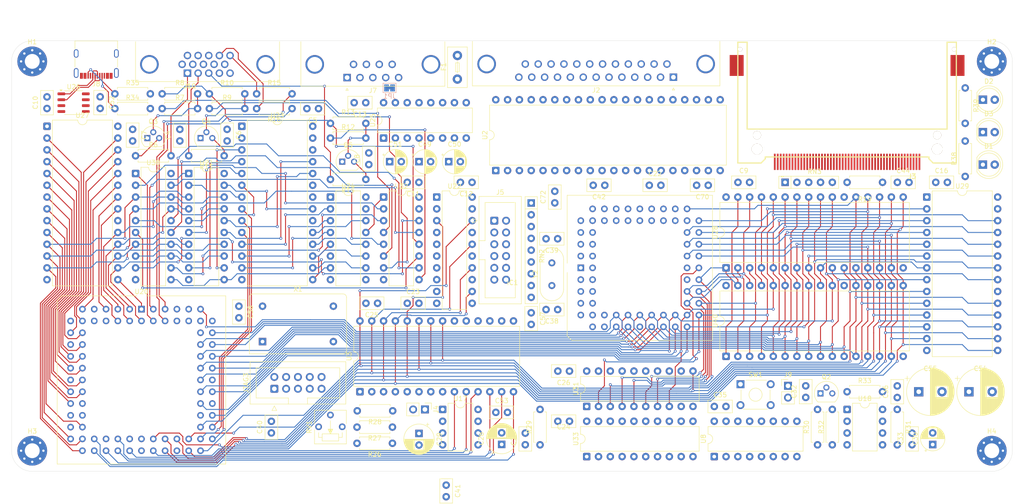
<source format=kicad_pcb>
(kicad_pcb (version 20241229) (generator "pcbnew") (generator_version "9.0")
  (layers (0 "F.Cu" signal) (4 "In1.Cu" signal) (6 "In2.Cu" signal) (2 "B.Cu" signal) (13 "F.Paste" user) (15 "B.Paste" user) (5 "F.SilkS" user "F.Silkscreen") (7 "B.SilkS" user "B.Silkscreen") (1 "F.Mask" user) (3 "B.Mask" user) (25 "Edge.Cuts" user))
  (net 0 "")
  (net 1 "GND")
  (net 2 "VCC")
  (net 3 "Net-(C27-Pad2)")
  (net 4 "Net-(C27-Pad1)")
  (net 5 "Net-(J4-Pin_1)")
  (net 6 "Net-(C29-Pad1)")
  (net 7 "Net-(U17-+)")
  (net 8 "Net-(U18-DIS)")
  (net 9 "Net-(J9-Pin_2)")
  (net 10 "Net-(U18-CV)")
  (net 11 "Net-(IC1-XTAL)")
  (net 12 "Net-(IC1-EXTAL)")
  (net 13 "Net-(U25-C2+)")
  (net 14 "Net-(U25-C2-)")
  (net 15 "Net-(U25-VS+)")
  (net 16 "Net-(U25-VS-)")
  (net 17 "Net-(U25-C1-)")
  (net 18 "Net-(U25-C1+)")
  (net 19 "Net-(U26-V3)")
  (net 20 "/cpu/~{HALT}")
  (net 21 "Net-(D1-A)")
  (net 22 "Net-(D2-A)")
  (net 23 "Net-(D3-A)")
  (net 24 "Net-(D3-K)")
  (net 25 "Net-(J2-P14)")
  (net 26 "/cpu/~{NMI}")
  (net 27 "/cpu/~{MREQ}")
  (net 29 "/A3")
  (net 30 "/A13")
  (net 31 "/D6")
  (net 32 "/A16")
  (net 33 "/A17")
  (net 34 "/D2")
  (net 35 "/D7")
  (net 36 "/A15")
  (net 37 "/cpu/TX1")
  (net 38 "/A9")
  (net 39 "/A12")
  (net 40 "/A1")
  (net 41 "Net-(IC1-CKA0{slash}~{DREQ0})")
  (net 42 "/cpu/~{RST}")
  (net 43 "/cpu/~{VBLANK}")
  (net 44 "/A6")
  (net 46 "/cpu/CLK")
  (net 48 "/A5")
  (net 49 "/cpu/~{M1}")
  (net 50 "/cpu/~{DREQ1}")
  (net 51 "/A7")
  (net 52 "/A14")
  (net 53 "/cf/~{RD}")
  (net 54 "/A4")
  (net 55 "/cpu/TX0")
  (net 56 "/cpu/~{INT0}")
  (net 58 "/D5")
  (net 59 "/cpu/RX0")
  (net 60 "/D0")
  (net 61 "/A19")
  (net 62 "/A8")
  (net 63 "/A0")
  (net 64 "/cpu/~{INT1}")
  (net 65 "/A11")
  (net 67 "/cpu/~{WAIT}")
  (net 69 "/A18")
  (net 71 "/cpu/~{IORQ}")
  (net 72 "/A2")
  (net 73 "/cpu/RX1")
  (net 74 "/cpu/~{CTS0}")
  (net 76 "/D3")
  (net 77 "/D4")
  (net 79 "/cf/~{WR}")
  (net 81 "/A10")
  (net 83 "/D1")
  (net 84 "/cpu/~{RTS0}")
  (net 85 "Net-(IC1-~{BUSREQ})")
  (net 86 "Net-(J2-P20)")
  (net 87 "Net-(J2-P15)")
  (net 88 "Net-(J2-P23)")
  (net 89 "Net-(U2-PB3)")
  (net 90 "Net-(J2-P17)")
  (net 91 "Net-(J2-P21)")
  (net 92 "Net-(U2-BRDY)")
  (net 93 "Net-(U2-~{BSTB})")
  (net 94 "Net-(J2-P24)")
  (net 95 "Net-(J2-P22)")
  (net 96 "Net-(U2-PB1)")
  (net 97 "Net-(U2-PB5)")
  (net 98 "Net-(U2-PB7)")
  (net 99 "Net-(J2-P16)")
  (net 100 "Net-(U2-PB0)")
  (net 101 "Net-(J2-P19)")
  (net 102 "Net-(U2-PB4)")
  (net 103 "Net-(J2-P18)")
  (net 104 "Net-(U2-PB2)")
  (net 105 "Net-(U2-PB6)")
  (net 109 "/cf/~{CS}")
  (net 111 "Net-(J3-~{REG})")
  (net 114 "/cf/IRQ")
  (net 116 "Net-(J3-~{CS1})")
  (net 117 "Net-(J3-~{PDIAG})")
  (net 119 "Net-(J3-~{WE})")
  (net 127 "/cpu/~{KEYBOARD}")
  (net 128 "Net-(J5-Pin_10)")
  (net 129 "Net-(J5-Pin_12)")
  (net 130 "Net-(J5-Pin_4)")
  (net 131 "Net-(J5-Pin_8)")
  (net 132 "Net-(J5-Pin_6)")
  (net 133 "Net-(U25-R1IN)")
  (net 134 "Net-(U25-R2IN)")
  (net 135 "Net-(U25-T2OUT)")
  (net 137 "Net-(JP1-A)")
  (net 139 "Net-(U25-T1OUT)")
  (net 141 "Net-(U26-UD-)")
  (net 142 "Net-(J8-CC1)")
  (net 143 "Net-(J8-CC2)")
  (net 144 "Net-(U26-UD+)")
  (net 146 "Net-(J10-Pad15)")
  (net 150 "/vga/vga_datapath/GREEN")
  (net 151 "Net-(J10-Pad14)")
  (net 152 "/vga/vga_datapath/BLUE")
  (net 154 "/vga/vga_datapath/RED")
  (net 155 "/vga/TCK")
  (net 160 "/vga/TDI")
  (net 161 "/vga/TMS")
  (net 162 "/vga/TDO")
  (net 163 "Net-(Q2-B)")
  (net 164 "Net-(Q3-B)")
  (net 165 "Net-(Q3-E)")
  (net 166 "Net-(Q4-E)")
  (net 167 "Net-(Q4-B)")
  (net 168 "Net-(Q5-E)")
  (net 169 "Net-(Q5-B)")
  (net 170 "Net-(U32-Za)")
  (net 171 "Net-(U32-Zd)")
  (net 172 "Net-(U32-Zb)")
  (net 173 "Net-(U32-Zc)")
  (net 174 "/vga/~{VSYNC}")
  (net 175 "/vga/~{HSYNC}")
  (net 176 "Net-(U3-ch_A)")
  (net 177 "Net-(R26-Pad2)")
  (net 178 "Net-(U3-ch_B)")
  (net 179 "Net-(U3-ch_C)")
  (net 180 "Net-(U18-Q)")
  (net 181 "/cpu/~{PIO}")
  (net 182 "/pio/IEO")
  (net 183 "/sound/SCROLL4")
  (net 184 "Net-(U3-BDIR)")
  (net 185 "Net-(U3-CLOCK)")
  (net 186 "/sound/SCROLL2")
  (net 187 "/sound/SCROLL5")
  (net 188 "/sound/ROMSEL0")
  (net 189 "/sound/SCROLL3")
  (net 190 "/sound/SCROLL1")
  (net 192 "/sound/SCROLL0")
  (net 193 "Net-(U3-BC1)")
  (net 194 "/sound/ROMSEL1")
  (net 196 "/cpu/~{VBLANKACK}")
  (net 198 "/cpu/~{ROMDIS}")
  (net 199 "/cpu/~{SOUND}")
  (net 205 "Net-(U21-Q3)")
  (net 206 "Net-(U21-Q7)")
  (net 207 "Net-(U21-Q0)")
  (net 208 "Net-(U21-Q1)")
  (net 209 "Net-(U21-Q4)")
  (net 210 "Net-(U21-Q6)")
  (net 211 "Net-(U21-Q2)")
  (net 212 "Net-(U21-Q5)")
  (net 216 "/vga/vga_datapath/CROW2")
  (net 217 "Net-(U23-D2)")
  (net 219 "Net-(U23-D1)")
  (net 220 "Net-(U23-D5)")
  (net 221 "Net-(U23-D7)")
  (net 222 "Net-(U23-D6)")
  (net 223 "/vga/vga_datapath/CROW0")
  (net 224 "Net-(U23-D0)")
  (net 225 "Net-(U23-D3)")
  (net 226 "/vga/vga_datapath/CROW1")
  (net 227 "Net-(U23-D4)")
  (net 228 "Net-(U24-Qh)")
  (net 230 "/cpu/~{RAM1}")
  (net 231 "/cpu/~{ROM}")
  (net 232 "Net-(U30-Q4)")
  (net 233 "Net-(U30-Q1)")
  (net 234 "Net-(U30-Q5)")
  (net 235 "Net-(U30-Q2)")
  (net 236 "Net-(U30-Q6)")
  (net 237 "Net-(U30-Q3)")
  (net 238 "Net-(U30-Q7)")
  (net 239 "Net-(U30-Q0)")
  (net 240 "/cpu/~{VRAM}")
  (net 242 "/cpu/~{RAM0}")
  (net 247 "/vga/PCLK")
  (net 249 "/vga/VA9")
  (net 250 "/vga/VA11")
  (net 251 "/vga/VD5")
  (net 252 "/vga/VD6")
  (net 253 "/vga/VA10")
  (net 254 "/vga/VD3")
  (net 255 "/vga/VD7")
  (net 256 "/vga/~{VOE}")
  (net 257 "/vga/~{VWE}")
  (net 258 "/vga/VA8")
  (net 259 "/vga/VD4")
  (net 260 "/vga/VA13")
  (net 261 "/vga/VD0")
  (net 262 "/vga/~{PLOAD}")
  (net 263 "/vga/VD1")
  (net 264 "/vga/VD2")
  (net 265 "/vga/~{SHLOAD}")
  (net 266 "/vga/VA4")
  (net 267 "/vga/VA3")
  (net 268 "/vga/VA6")
  (net 269 "/vga/VA7")
  (net 270 "/vga/VA12")
  (net 271 "/vga/VA5")
  (net 272 "/vga/VA0")
  (net 273 "/vga/VA2")
  (net 274 "/vga/VA14")
  (net 275 "/vga/VA1")
  (net 276 "/vga/~{CLOAD}")
  (net 277 "/vga/BLANK")
  (footprint "Capacitor_THT:C_Disc_D5.0mm_W2.5mm_P2.50mm" (layer "F.Cu") (at 34.29 62.21 90)
    (property "Reference" "C10")
    (property "Value" "100n")
  )
  (footprint "Package_DIP:DIP-8_W7.62mm" (layer "F.Cu") (at 206.375 127)
    (property "Reference" "U18")
    (property "Value" "NE555P")
  )
  (footprint "Crystal:Crystal_HC49-4H_Vertical" (layer "F.Cu") (at 142.875 100.33 90)
    (property "Reference" "Y2")
    (property "Value" "12.288 MHz")
  )
  (footprint "Capacitor_THT:C_Disc_D5.0mm_W2.5mm_P2.50mm" (layer "F.Cu") (at 130.83 127.635)
    (property "Reference" "C53")
    (property "Value" "100n")
  )
  (footprint "PCM_Potentiometer_THT_AKL:Potentiometer_Vishay_T73YP_Vertical" (layer "F.Cu") (at 97.79 130.735 90)
    (property "Reference" "RV1")
    (property "Value" "1K" (hide yes))
  )
  (footprint "Resistor_THT:R_Axial_DIN0207_L6.3mm_D2.5mm_P7.62mm_Horizontal" (layer "F.Cu") (at 48.895 62.23)
    (property "Reference" "R34")
    (property "Value" "1K5")
  )
  (footprint "Resistor_THT:R_Axial_DIN0207_L6.3mm_D2.5mm_P7.62mm_Horizontal" (layer "F.Cu") (at 79.375 59.055)
    (property "Reference" "R15")
    (property "Value" "100R")
  )
  (footprint "Resistor_THT:R_Axial_DIN0207_L6.3mm_D2.5mm_P7.62mm_Horizontal" (layer "F.Cu") (at 102.87 77.47 180)
    (property "Reference" "R14")
    (property "Value" "390R")
  )
  (footprint "Capacitor_THT:C_Disc_D5.0mm_W2.5mm_P2.50mm" (layer "F.Cu") (at 177.82 126.365)
    (property "Reference" "C35")
    (property "Value" "100n")
  )
  (footprint "Package_DIP:DIP-16_W7.62mm" (layer "F.Cu") (at 106.685 81.28)
    (property "Reference" "U32")
    (property "Value" "74HC157")
  )
  (footprint "Resistor_THT:R_Axial_DIN0207_L6.3mm_D2.5mm_P7.62mm_Horizontal" (layer "F.Cu") (at 213.995 78.105 180)
    (property "Reference" "R19")
    (property "Value" "560R")
  )
  (footprint "Package_DIP:DIP-32_W15.24mm" (layer "F.Cu") (at 180.34 96.52 90)
    (property "Reference" "U28")
    (property "Value" "AS6C4008-55PCN")
  )
  (footprint "Capacitor_THT:C_Disc_D5.0mm_W2.5mm_P2.50mm" (layer "F.Cu") (at 143.51 82.53 90)
    (property "Reference" "C72")
    (property "Value" "100n")
  )
  (footprint "Capacitor_THT:C_Disc_D5.0mm_W2.5mm_P2.50mm" (layer "F.Cu") (at 102.85 60.96 180)
    (property "Reference" "C13")
    (property "Value" "100n")
  )
  (footprint "Package_SO:SOP-8_3.9x4.9mm_P1.27mm" (layer "F.Cu") (at 40.005 60.96)
    (property "Reference" "U26")
    (property "Value" "CH340N")
  )
  (footprint "Capacitor_THT:C_Disc_D5.0mm_W2.5mm_P2.50mm" (layer "F.Cu") (at 52.705 66.695 -90)
    (property "Reference" "C7")
    (property "Value" "100n")
  )
  (footprint "PCM_Fuse_AKL:Fuse_Littelfuse_395Series" (layer "F.Cu") (at 122.555 55.88 90)
    (property "Reference" "F1")
    (property "Value" "Fuse" (hide yes))
  )
  (footprint "Resistor_THT:R_Axial_DIN0207_L6.3mm_D2.5mm_P7.62mm_Horizontal" (layer "F.Cu") (at 217.165 127 -90)
    (property "Reference" "R31")
    (property "Value" "220K")
  )
  (footprint "Capacitor_THT:C_Disc_D5.0mm_W2.5mm_P2.50mm" (layer "F.Cu") (at 103.505 74.275 90)
    (property "Reference" "C8")
    (property "Value" "100n")
  )
  (footprint "Capacitor_THT:C_Disc_D5.0mm_W2.5mm_P2.50mm" (layer "F.Cu") (at 146.665 129.54 180)
    (property "Reference" "C24")
    (property "Value" "100n")
  )
  (footprint "Package_TO_SOT_THT:TO-92" (layer "F.Cu") (at 67.31 68.58)
    (property "Reference" "Q4")
    (property "Value" "BC547")
  )
  (footprint "Capacitor_THT:CP_Radial_D10.0mm_P5.00mm" (layer "F.Cu") (at 221.787323 123.19)
    (property "Reference" "C55")
    (property "Value" "470u")
  )
  (footprint "Capacitor_THT:CP_Radial_D5.0mm_P2.50mm" (layer "F.Cu") (at 224.785 134.555113 90)
    (property "Reference" "C30")
    (property "Value" "10u")
  )
  (footprint "Capacitor_THT:C_Disc_D5.0mm_W2.5mm_P2.50mm" (layer "F.Cu") (at 138.43 106.192 -90)
    (property "Reference" "C57")
    (property "Value" "100n")
  )
  (footprint "Resistor_THT:R_Axial_DIN0207_L6.3mm_D2.5mm_P7.62mm_Horizontal" (layer "F.Cu") (at 59.055 62.23)
    (property "Reference" "R7")
    (property "Value" "10K")
  )
  (footprint "Button_Switch_THT:SW_TH_Tactile_Omron_B3F-10xx" (layer "F.Cu") (at 183.44 121.575)
    (property "Reference" "SW1")
    (property "Value" "Reset")
  )
  (footprint "Connector_USB:USB_C_Receptacle_G-Switch_GT-USB-7010ASV" (layer "F.Cu") (at 44.885 51.44 180)
    (property "Reference" "J8")
    (property "Value" "USB C")
  )
  (footprint "Capacitor_THT:C_Disc_D5.0mm_W2.5mm_P2.50mm" (layer "F.Cu") (at 217.19 78.105)
    (property "Reference" "C44")
    (property "Value" "100n")
  )
  (footprint "Package_DIP:DIP-16_W7.62mm" (layer "F.Cu") (at 106.68 68.575 90)
    (property "Reference" "U25")
    (property "Value" "MAX232")
  )
  (footprint "LED_THT:LED_D5.0mm" (layer "F.Cu") (at 235.585 67.31)
    (property "Reference" "D3")
    (property "Value" "ACTIVITY")
  )
  (footprint "Capacitor_THT:C_Disc_D5.0mm_W2.5mm_P2.50mm" (layer "F.Cu") (at 220.34 134.6 90)
    (property "Reference" "C33")
    (property "Value" "10n")
  )
  (footprint "Capacitor_THT:C_Disc_D5.0mm_W2.5mm_P2.50mm" (layer "F.Cu") (at 75.565 104.775 -90)
    (property "Reference" "C56")
    (property "Value" "100n")
  )
  (footprint "Resistor_THT:R_Array_SIP9" (layer "F.Cu") (at 138.43 82.55 -90)
    (property "Reference" "RN2")
    (property "Value" "47K")
  )
  (footprint "Package_DIP:DIP-16_W7.62mm" (layer "F.Cu") (at 177.8 137.155 90)
    (property "Reference" "U8")
    (property "Value" "74HC138")
  )
  (footprint "Package_DIP:DIP-28_W15.24mm" (layer "F.Cu") (at 34.29 66.04)
    (property "Reference" "U27")
    (property "Value" "HM62256BLP")
  )
  (footprint "Capacitor_THT:C_Disc_D5.0mm_W2.5mm_P2.50mm" (layer "F.Cu") (at 111.78 104.14)
    (property "Reference" "C23")
    (property "Value" "100n")
  )
  (footprint "Connector_Dsub:DSUB-9_Socket_Horizontal_P2.77x2.84mm_EdgePinOffset4.94mm_Housed_MountingHolesOffset4.94mm" (layer "F.Cu") (at 98.835 55.55 180)
    (property "Reference" "J7")
    (property "Value" "DSUB-9")
  )
  (footprint "Connector_Dsub:DSUB-25_Pins_Horizontal_P2.77x2.84mm_EdgePinOffset4.94mm_Housed_MountingHolesOffset4.94mm" (layer "F.Cu") (at 169.02 55.475331 180)
    (property "Reference" "J2")
    (property "Value" "DB25_Receptacle_MountingHoles")
  )
  (footprint "Capacitor_THT:C_Disc_D5.0mm_W2.5mm_P2.50mm" (layer "F.Cu") (at 82.55 132.06 90)
    (property "Reference" "C40")
    (property "Value" "100n")
  )
  (footprint "Package_DIP:DIP-20_W7.62mm" (layer "F.Cu") (at 64.775 76.2)
    (property "Reference" "U21")
    (property "Value" "74HC377")
  )
  (footprint "Resistor_THT:R_Axial_DIN0207_L6.3mm_D2.5mm_P7.62mm_Horizontal" (layer "F.Cu") (at 108.585 134.28556 180)
    (property "Reference" "R26")
    (property "Value" "2K2")
  )
  (footprint "Capacitor_THT:C_Disc_D5.0mm_W2.5mm_P2.50mm" (layer "F.Cu") (at 217.165 124.44 90)
    (property "Reference" "C36")
    (property "Value" "100n")
  )
  (footprint "Capacitor_THT:C_Disc_D5.0mm_W2.5mm_P2.50mm" (layer "F.Cu") (at 176.51 78.74 180)
    (property "Reference" "C70")
    (property "Value" "100n")
  )
  (footprint "Package_DIP:DIP-20_W7.62mm" (layer "F.Cu") (at 150.368 137.155 90)
    (property "Reference" "U33")
    (property "Value" "GAL16V8")
  )
  (footprint "Package_DIP:DIP-28_W15.24mm" (layer "F.Cu") (at 101.6 123.19 90)
    (property "Reference" "U3")
    (property "Value" "PSG_AY-3-8912")
  )
  (footprint "Capacitor_THT:C_Disc_D5.0mm_W2.5mm_P2.50mm" (layer "F.Cu") (at 62.865 69.195 90)
    (property "Reference" "C4")
    (property "Value" "100n")
  )
  (footprint "Connector_PinHeader_2.54mm:PinHeader_1x02_P2.54mm_Vertical" (layer "F.Cu") (at 115.575 127 -90)
    (property "Reference" "J4")
    (property "Value" "Speaker")
  )
  (footprint "Package_DIP:DIP-28_W15.24mm" (layer "F.Cu") (at 223.52 81.28)
    (property "Reference" "U29")
    (property "Value" "27C128")
  )
  (footprint "Package_DIP:DIP-28_W15.24mm" (layer "F.Cu") (at 76.2 66.04)
    (property "Reference" "U23")
    (property "Value" "2764")
  )
  (footprint "Oscillator:Oscillator_DIP-14" (layer "F.Cu") (at 80.645 112.395)
    (property "Reference" "X1")
    (property "Value" "25.175 MHz")
  )
  (footprint "Resistor_THT:R_Axial_DIN0207_L6.3mm_D2.5mm_P7.62mm_Horizontal" (layer "F.Cu") (at 203.195 134.62 90)
    (property "Reference" "R32")
    (property "Value" "10K")
  )
  (footprint "Resistor_THT:R_Axial_DIN0207_L6.3mm_D2.5mm_P7.62mm_Horizontal" (layer "F.Cu") (at 231.775 76.835 90)
    (property "Reference" "R38")
    (property "Value" "1K")
  )
  (footprint "Package_DIP:DIP-40_W15.24mm" (layer "F.Cu") (at 130.815 75.565 90)
    (property "Reference" "U2")
    (property "Value" "Z80 PIO A")
  )
  (footprint "LED_THT:LED_D5.0mm" (layer "F.Cu") (at 235.59 60.325)
    (property "Reference" "D2")
    (property "Value" "POWER")
  )
  (footprint "Capacitor_THT:C_Disc_D5.0mm_W2.5mm_P2.50mm" (layer "F.Cu") (at 125.71 78.105 180)
    (property "Reference" "C12")
    (property "Value" "100n")
  )
  (footprint "Capacitor_THT:C_Disc_D5.0mm_W2.5mm_P2.50mm" (layer "F.Cu") (at 182.9 78.105)
    (property "Reference" "C9")
    (property "Value" "100n")
  )
  (footprint "Capacitor_THT:C_Disc_D5.0mm_W2.5mm_P2.50mm" (layer "F.Cu") (at 144.125 105.5 180)
    (property "Reference" "C38")
    (property "Value" "22p")
  )
  (footprint "Capacitor_THT:CP_Radial_D6.3mm_P2.50mm" (layer "F.Cu") (at 132.08 134.53238 90)
    (property "Reference" "C28")
    (property "Value" "150u")
  )
  (footprint "Package_LCC:PLCC-68_THT-Socket" (layer "F.Cu") (at 149.098 96.52 90)
    (property "Reference" "IC1")
    (property "Value" "Z180")
  )
  (footprint "Capacitor_THT:C_Disc_D5.0mm_W2.5mm_P2.50mm" (layer "F.Cu") (at 163.83 78.74)
    (property "Reference" "C22")
    (property "Value" "100n")
  )
  (footprint "Package_TO_SOT_THT:TO-92" (layer "F.Cu") (at 200.655 123.55)
    (property "Reference" "Q2")
    (property "Value" "BC547")
  )
  (footprint "Capacitor_THT:CP_Radial_D5.0mm_P2.50mm" (layer "F.Cu") (at 114.3 73.66)
    (property "Reference" "C49")
    (property "Value" "10u")
  )
  (footprint "Resistor_THT:R_Array_SIP5" (layer "F.Cu") (at 193.04 78.105)
    (property "Reference" "RN3")
    (property "Value" "1K")
  )
  (footprint "Capacitor_THT:C_Disc_D5.0mm_W2.5mm_P2.50mm" (layer "F.Cu") (at 225.445 78.105)
    (property "Reference" "C16")
    (property "Value" "100n")
  )
  (footprint "Capacitor_THT:C_Disc_D5.0mm_W2.5mm_P2.50mm" (layer "F.Cu") (at 114.28 78.105 180)
    (property "Reference" "C11")
    (property "Value" "100n")
  )
  (footprint "Connector_PinHeader_2.54mm:PinHeader_1x02_P2.54mm_Vertical" (layer "F.Cu") (at 193.67 121.915)
    (property "Reference" "J9")
    (property "Value" "Reset")
  )
  (footprint "Capacitor_THT:C_Disc_D5.0mm_W2.5mm_P2.50mm" (layer "F.Cu") (at 45.72 59.69 -90)
    (property "Reference" "C52")
    (property "Value" "100n")
  )
  (footprint "Package_DIP:DIP-32_W15.24mm" (layer "F.Cu") (at 180.34 115.57 90)
    (property "Reference" "U40")
    (property "Value" "AS6C4008-55PCN")
  )
  (footprint "Resistor_THT:R_Axial_DIN0207_L6.3mm_D2.5mm_P7.62mm_Horizontal" (layer "F.Cu") (at 69.215 62.23)
    (property "Reference" "R9")
    (property "Value" "10K")
  )
  (footprint "Connector_IDC:IDC-Header_2x05_P2.54mm_Vertical" (layer "F.Cu") (at 83.185 122.555 90)
    (property "Reference" "JTAG3")
    (property "Value" "IDC10")
  )
  (footprint "Capacitor_THT:C_Disc_D5.0mm_W2.5mm_P2.50mm" (layer "F.Cu") (at 154.265 78.74 180)
    (property "Reference" "C42")
    (property "Value" "100n")
  )
  (footprint "Package_DIP:DIP-20_W7.62mm" (layer "F.Cu") (at 53.345 76.2)
    (property "Reference" "U30")
    (property "Value" "74HC377")
  )
  (footprint "Capacitor_THT:C_Disc_D5.0mm_W2.5mm_P2.50mm" (layer "F.Cu") (at 146.665 118.745 180)
    (property "Reference" "C26")
    (property "Value" "100n")
  )
  (footprint "Resistor_THT:R_Axial_DIN0207_L6.3mm_D2.5mm_P7.62mm_Horizontal" (layer "F.Cu") (at 108.585 130.81 180)
    (property "Reference" "R27")
    (property "Value" "2K2")
  )
  (footprint "Resistor_THT:R_Axial_DIN0207_L6.3mm_D2.5mm_P7.62mm_Horizontal" (layer "F.Cu") (at 200.02 134.62 90)
    (property "Reference" "R30")
    (property "Value" "10K")
  )
  (footprint "Resistor_THT:R_Axial_DIN0207_L6.3mm_D2.5mm_P7.62mm_Horizontal" (layer "F.Cu") (at 206.37 123.19)
    (property "Reference" "R33")
    (property "Value" "1K")
  )
  (footprint "Resistor_THT:R_Axial_DIN0207_L6.3mm_D2.5mm_P7.62mm_Horizontal" (layer "F.Cu") (at 59.055 59.055)
    (property "Reference" "R8")
    (property "Value" "10K")
  )
  (footprint "LED_THT:LED_D5.0mm" (layer "F.Cu") (at 235.585 74.295)
    (property "Reference" "D1")
    (property "Value" "HALT")
  )
  (footprint "Resistor_THT:R_Axial_DIN0207_L6.3mm_D2.5mm_P7.62mm_Horizontal" (layer "F.Cu") (at 95.25 65.405)
    (property "Reference" "R13")
    (property "Value" "10K")
  )
  (footprint "Capacitor_THT:CP_Radial_D6.3mm_P2.50mm" (layer "F.Cu") (at 114.3 132.167621 -90)
    (property "Reference" "C29")
    (property "Value" "150u")
  )
  (footprint "MountingHole:MountingHole_3.2mm_M3_Pad_Via" (layer "F.Cu") (at 31.115 135.89)
    (property "Reference" "H3")
    (property "Value" "MountingHole_Pad")
  )
  (footprint "Package_LCC:PLCC-84_THT-Socket" (layer "F.Cu") (at 54.61 105.41)
    (property "Reference" "U20")
    (property "Value" "XC95108PC84")
  )
  (footprint "Resistor_THT:R_Axial_DIN0207_L6.3mm_D2.5mm_P7.62mm_Horizontal" (layer "F.Cu") (at 86.995 62.23 180)
    (property "Reference" "R16")
    (property "Value" "100R")
  )
  (footprint "Package_DIP:DIP-16_W7.62mm" (layer "F.Cu") (at 95.255 81.28)
    (property "Reference" "U24")
    (property "Value" "74HC166")
  )
  (footprint "Resistor_THT:R_Axial_DIN0207_L6.3mm_D2.5mm_P7.62mm_Horizontal" (layer "F.Cu") (at 69.215 59.055)
    (property "Reference" "R10")
    (property "Value" "10K")
  )
  (footprint "Resistor_THT:R_Axial_DIN0207_L6.3mm_D2.5mm_P7.62mm_Horizontal" (layer "F.Cu") (at 48.895 59.055)
    (property "Reference" "R35")
    (property "Value" "1K5")
  )
  (footprint "Connector_Dsub:DSUB-15-HD_Socket_Horizontal_P2.29x1.90mm_EdgePinOffset3.03mm_Housed_MountingHolesOffset4.94mm" (layer "F.Cu") (at 64.5 54.6 180)
    (property "Reference" "J10")
    (property "Value" "DE15")
  )
  (footprint "Capacitor_THT:C_Disc_D5.0mm_W2.5mm_P2.50mm" (layer "F.Cu") (at 73.025 66.695 -90)
    (property "Reference" "C6")
    (property "Value" "100n")
  )
  (footprint "Package_TO_SOT_THT:TO-92" (layer "F.Cu") (at 55.88 68.58)
    (property "Reference" "Q3")
    (property "Value" "BC547")
  )
  (footprint "Capacitor_THT:C_Disc_D5.0mm_W2.5mm_P2.50mm" (layer "F.Cu") (at 197.48 124.42 90)
    (property "Reference" "C32")
    (property "Value" "100n")
  )
  (footprint "Resistor_THT:R_Axial_DIN0207_L6.3mm_D2.5mm_P7.62mm_Horizontal" (layer "F.Cu") (at 95.25 68.58)
    (property "Reference" "R12")
    (property "Value" "10K")
  )
  (footprint "Capacitor_THT:CP_Radial_D10.0mm_P5.00mm" (layer "F.Cu") (at 232.582323 123.19)
    (property "Reference" "C54")
    (property "Value" "470u")
  )
  (footprint "Capacitor_THT:C_Disc_D5.0mm_W2.5mm_P2.50mm" (layer "F.Cu") (at 137.16 134.6 90)
    (property "Reference" "C27")
    (property "Value" "47n")
  )
  (footprint "Capacitor_THT:C_Disc_D5.0mm_W2.5mm_P2.50mm" (layer "F.Cu") (at 144.125 90.26 180)
    (property "Reference" "C39")
    (property "Value" "22p")
  )
  (footprint "MountingHole:MountingHole_3.2mm_M3_Pad_Via" (layer "F.Cu") (at 31.115 52.07)
    (property "Reference" "H1")
    (property "Value" "MountingHole_Pad")
  )
  (footprint "Resistor_THT:R_Axial_DIN0207_L6.3mm_D2.5mm_P7.62mm_Horizontal" (layer "F.Cu") (at 72.39 72.39 180)
    (property "Reference" "R11")
    (property "Value" "390R")
  )
  (footprint "Connector_IDC:IDC-Header_2x06_P2.54mm_Vertical" (layer "F.Cu") (at 130.4925 86.36)
    (property "Reference" "J5")
    (property "Value" "Conn_02x06_Odd_Even")
  )
  (footprint "Resistor_THT:R_Axial_DIN0207_L6.3mm_D2.5mm_P7.62mm_Horizontal" (layer "F.Cu") (at 140.335 134.62 90)
    (property "Reference" "R29")
    (property "Value" "10R")
  )
  (footprint "Package_DIP:DIP-8_W7.62mm" (layer "F.Cu") (at 119.385 127)
    (property "Reference" "U17")
    (property "Value" "LM386")
  )
  (footprint "Package_TO_SOT_THT:TO-92" (layer "F.Cu") (at 97.79 73.66)
    (property "Reference" "Q5")
    (property "Value" "BC547")
  )
  (footprint "MountingHole:MountingHole_3.2mm_M3_Pad_Via" (layer "F.Cu") (at 237.49 135.89)
    (property "Reference" "H4")
    (property "Value" "MountingHole_Pad")
  )
  (footprint "Capacitor_THT:CP_Radial_D5.0mm_P2.50mm" (layer "F.Cu") (at 107.99 73.66)
    (property "Reference" "C51")
    (property "Value" "10u")
  )
  (footprint "Capacitor_THT:C_Disc_D5.0mm_W2.5mm_P2.50mm" (layer "F.Cu") (at 92.69 62.23 180)
    (property "Reference" "C5")
    (property "Value" "100n")
  )
  (footprint "Resistor_THT:R_Axial_DIN0207_L6.3mm_D2.5mm_P7.62mm_Horizontal" (layer "F.Cu") (at 231.775 57.785 -90)
    (property "Reference" "R39")
    (property "Value" "1K")
  )
  (footprint "Capacitor_THT:C_Disc_D5.0mm_W2.5mm_P2.50mm" (layer "F.Cu") (at 120.142 143.296 -90)
    (property "Reference" "C41")
    (property "Value" "100n")
  )
  (footprint "Resistor_THT:R_Axial_DIN0207_L6.3mm_D2.5mm_P7.62mm_Horizontal" (layer "F.Cu") (at 108.64143 127.30056 180)
    (property "Reference" "R28")
    (property "Value" "2K2")
  )
  (footprint "MountingHole:MountingHole_3.2mm_M3_Pad_Via" (layer "F.Cu") (at 237.49 52.07)
    (property "Reference" "H2")
    (property "Value" "MountingHole_Pad")
  )
  (footprint "Package_DIP:DIP-20_W7.62mm" (layer "F.Cu") (at 150.368 126.36 90)
    (property "Reference" "U31")
    (property "Value" "GAL16V8")
  )
  (footprint "Package_DIP:DIP-20_W7.62mm" (layer "F.Cu") (at 118.115 81.28)
    (property "Reference" "U22")
    (property "Value" "74HC244")
  )
  (footprint "cf:Conn_CF_N7E50-Q516XX-40" (layer "F.Cu") (at 206.375 67.945 180)
    (property "Reference" "J3")
    (property "Value" "~")
  )
  (footprint "Capacitor_THT:C_Disc_D5.0mm_W2.5mm_P2.50mm" (layer "F.Cu") (at 105.39 104.14 180)
    (property "Reference" "C25")
    (property "Value" "100n")
  )
  (footprint "Resistor_THT:R_Axial_DIN0207_L6.3mm_D2.5mm_P7.62mm_Horizontal" (layer "F.Cu") (at 53.34 72.39)
    (property "Reference" "R6")
    (property "Value" "390R")
  )
  (footprint "Capacitor_THT:CP_Radial_D5.0mm_P2.50mm" (layer "F.Cu") (at 120.69 73.66)
    (property "Reference" "C50")
    (property "Value" "10u")
  )
  (footprint "Jumper:SolderJumper-2_P1.3mm_Bridged_Pad1.0x1.5mm" (layer "B.Cu") (at 107.965 57.785)
    (property "Reference" "JP1")
    (property "Value" "Jumper_2_Bridged")
  )
  (gr_arc (start 31.115 140.335) (mid 27.97191 139.03309) (end 26.67 135.89) (stroke (width 0.05)) (layer "Edge.Cuts"))
  (gr_line (start 26.67 52.07) (end 26.67 135.89) (stroke (width 0.05)) (layer "Edge.Cuts"))
  (gr_line (start 241.935 135.89) (end 241.935 52.07) (stroke (width 0.05)) (layer "Edge.Cuts"))
  (gr_line (start 237.49 47.625) (end 31.115 47.625) (stroke (width 0.05)) (layer "Edge.Cuts"))
  (gr_arc (start 26.67 52.07) (mid 27.97191 48.92691) (end 31.115 47.625) (stroke (width 0.05)) (layer "Edge.Cuts"))
  (gr_arc (start 241.935 135.89) (mid 240.63309 139.03309) (end 237.49 140.335) (stroke (width 0.05)) (layer "Edge.Cuts"))
  (gr_line (start 31.115 140.335) (end 237.49 140.335) (stroke (width 0.05)) (layer "Edge.Cuts"))
  (gr_arc (start 237.49 47.625) (mid 240.63309 48.92691) (end 241.935 52.07) (stroke (width 0.05)) (layer "Edge.Cuts"))
  (segment (start 201.93 99.06) (end 200.66 97.79) (width 0.2) (layer "F.Cu") (net 29))
  (segment (start 157.988 107.95) (end 157.988 108.966) (width 0.2) (layer "F.Cu") (net 29))
  (segment (start 200.66 115.57) (end 200.66 112.522) (width 0.2) (layer "F.Cu") (net 29))
  (segment (start 157.988 109.728) (end 157.182735 110.533265) (width 0.2) (layer "F.Cu") (net 29))
  (segment (start 200.66 97.79) (end 200.66 96.52) (width 0.2) (layer "F.Cu") (net 29))
  (segment (start 200.66 109.22) (end 201.93 107.95) (width 0.2) (layer "F.Cu") (net 29))
  (segment (start 201.93 107.95) (end 201.93 99.06) (width 0.2) (layer "F.Cu") (net 29))
  (segment (start 200.66 112.522) (end 200.66 109.22) (width 0.2) (layer "F.Cu") (net 29))
  (segment (start 159.258 106.68) (end 157.988 107.95) (width 0.2) (layer "F.Cu") (net 29))
  (segment (start 157.988 108.966) (end 157.988 109.728) (width 0.2) (layer "F.Cu") (net 29))
  (via (at 200.66 112.522) (size 0.6) (drill 0.3) (layers "F.Cu" "B.Cu") (net 29))
  (via (at 157.182735 110.533265) (size 0.6) (drill 0.3) (layers "F.Cu" "B.Cu") (net 29))
  (segment (start 156.678 111.038) (end 100.5058 111.038) (width 0.2) (layer "B.Cu") (net 29))
  (segment (start 159.258 106.68) (end 160.528 107.95) (width 0.2) (layer "B.Cu") (net 29))
  (segment (start 80.9269 108.498) (end 77.6649 111.76) (width 0.2) (layer "B.Cu") (net 29))
  (segment (start 97.9658 108.498) (end 80.9269 108.498) (width 0.2) (layer "B.Cu") (net 29))
  (segment (start 221.488 96.52) (end 220.218 95.25) (width 0.2) (layer "B.Cu") (net 29))
  (segment (start 100.5058 111.038) (end 97.9658 108.498) (width 0.2) (layer "B.Cu") (net 29))
  (segment (start 201.93 95.25) (end 200.66 96.52) (width 0.2) (layer "B.Cu") (net 29))
  (segment (start 188.6647 112.642) (end 189.0637 113.041) (width 0.2) (layer "B.Cu") (net 29))
  (segment (start 223.52 96.52) (end 221.488 96.52) (width 0.2) (layer "B.Cu") (net 29))
  (segment (start 157.182735 110.533265) (end 156.678 111.038) (width 0.2) (layer "B.Cu") (net 29))
  (segment (start 163.788533 112.642) (end 188.6647 112.642) (width 0.2) (layer "B.Cu") (net 29))
  (segment (start 200.141 113.041) (end 200.66 112.522) (width 0.2) (layer "B.Cu") (net 29))
  (segment (start 160.528 109.381467) (end 163.788533 112.642) (width 0.2) (layer "B.Cu") (net 29))
  (segment (start 189.0637 113.041) (end 200.141 113.041) (width 0.2) (layer "B.Cu") (net 29))
  (segment (start 220.218 95.25) (end 201.93 95.25) (width 0.2) (layer "B.Cu") (net 29))
  (segment (start 77.6649 111.76) (end 68.58 111.76) (width 0.2) (layer "B.Cu") (net 29))
  (segment (start 160.528 107.95) (end 160.528 109.381467) (width 0.2) (layer "B.Cu") (net 29))
  (segment (start 68.58 111.76) (end 67.31 113.03) (width 0.2) (layer "B.Cu") (net 29))
  (segment (start 190.5 105.41) (end 190.5 100.33) (width 0.2) (layer "F.Cu") (net 30))
  (segment (start 190.5 99.06) (end 189.23 97.79) (width 0.2) (layer "F.Cu") (net 30))
  (segment (start 170.688 114.445) (end 170.688 107.95) (width 0.2) (layer "F.Cu") (net 30))
  (segment (start 168.148 122.936) (end 168.148 126.36) (width 0.2) (layer "F.Cu") (net 30))
  (segment (start 170.688 116.586) (end 169.418 117.856) (width 0.2) (layer "F.Cu") (net 30))
  (segment (start 190.5 87.63) (end 190.5 85.09) (width 0.2) (layer "F.Cu") (net 30))
  (segment (start 189.23 97.79) (end 189.23 88.9) (width 0.2) (layer "F.Cu") (net 30))
  (segment (start 169.418 117.856) (end 169.418 121.666) (width 0.2) (layer "F.Cu") (net 30))
  (segment (start 170.688 114.445) (end 170.688 116.586) (width 0.2) (layer "F.Cu") (net 30))
  (segment (start 189.23 88.9) (end 190.5 87.63) (width 0.2) (layer "F.Cu") (net 30))
  (segment (start 169.418 121.666) (end 168.148 122.936) (width 0.2) (layer "F.Cu") (net 30))
  (segment (start 190.5 100.33) (end 190.5 99.06) (width 0.2) (layer "F.Cu") (net 30))
  (segment (start 170.688 107.95) (end 171.958 106.68) (width 0.2) (layer "F.Cu") (net 30))
  (segment (start 190.5 85.09) (end 190.5 81.28) (width 0.2) (layer "F.Cu") (net 30))
  (via (at 190.5 85.09) (size 0.6) (drill 0.3) (layers "F.Cu" "B.Cu") (net 30))
  (via (at 170.688 114.445) (size 0.6) (drill 0.3) (layers "F.Cu" "B.Cu") (net 30))
  (via (at 190.5 105.41) (size 0.6) (drill 0.3) (layers "F.Cu" "B.Cu") (net 30))
  (segment (start 156.6495 114.647) (end 85.6408 114.647) (width 0.2) (layer "B.Cu") (net 30))
  (segment (start 157.561321 115.558821) (end 156.6495 114.647) (width 0.2) (layer "B.Cu") (net 30))
  (segment (start 170.688 114.445) (end 169.574179 115.558821) (width 0.2) (layer "B.Cu") (net 30))
  (segment (start 232.41 86.36) (end 231.14 85.09) (width 0.2) (layer "B.Cu") (net 30))
  (segment (start 169.574179 115.558821) (end 157.561321 115.558821) (width 0.2) (layer "B.Cu") (net 30))
  (segment (start 85.6408 114.647) (end 73.2878 127) (width 0.2) (layer "B.Cu") (net 30))
  (segment (start 68.58 127) (end 67.31 125.73) (width 0.2) (layer "B.Cu") (net 30))
  (segment (start 231.14 85.09) (end 190.5 85.09) (width 0.2) (layer "B.Cu") (net 30))
  (segment (start 238.76 86.36) (end 232.41 86.36) (width 0.2) (layer "B.Cu") (net 30))
  (segment (start 190.5 105.41) (end 173.228 105.41) (width 0.2) (layer "B.Cu") (net 30))
  (segment (start 73.2878 127) (end 68.58 127) (width 0.2) (layer "B.Cu") (net 30))
  (segment (start 173.228 105.41) (end 171.958 106.68) (width 0.2) (layer "B.Cu") (net 30))
  (segment (start 210.82 105.41) (end 210.82 100.33) (width 0.2) (layer "F.Cu") (net 31))
  (segment (start 74.431818 132.089818) (end 66.030182 132.089818) (width 0.2) (layer "F.Cu") (net 31))
  (segment (start 116.84 117.002) (end 116.84 107.95) (width 0.2) (layer "F.Cu") (net 31))
  (segment (start 209.55 97.79) (end 209.55 88.9) (width 0.2) (layer "F.Cu") (net 31))
  (segment (start 210.82 100.33) (end 210.82 99.06) (width 0.2) (layer "F.Cu") (net 31))
  (segment (start 209.55 116.586) (end 209.55 109.22) (width 0.2) (layer "F.Cu") (net 31))
  (segment (start 210.82 107.95) (end 210.82 105.41) (width 0.2) (layer "F.Cu") (net 31))
  (segment (start 210.82 99.06) (end 209.55 97.79) (width 0.2) (layer "F.Cu") (net 31))
  (segment (start 209.55 109.22) (end 210.82 107.95) (width 0.2) (layer "F.Cu") (net 31))
  (segment (start 66.030182 132.089818) (end 64.77 133.35) (width 0.2) (layer "F.Cu") (net 31))
  (segment (start 210.82 87.63) (end 210.82 81.28) (width 0.2) (layer "F.Cu") (net 31))
  (segment (start 209.55 88.9) (end 210.82 87.63) (width 0.2) (layer "F.Cu") (net 31))
  (via (at 209.55 116.586) (size 0.6) (drill 0.3) (layers "F.Cu" "B.Cu") (net 31))
  (via (at 210.82 105.41) (size 0.6) (drill 0.3) (layers "F.Cu" "B.Cu") (net 31))
  (via (at 210.82 84.42) (size 0.6) (drill 0.3) (layers "F.Cu" "B.Cu") (net 31))
  (via (at 116.84 117.002) (size 0.6) (drill 0.3) (layers "F.Cu" "B.Cu") (net 31))
  (via (at 74.431818 132.089818) (size 0.6) (drill 0.3) (layers "F.Cu" "B.Cu") (net 31))
  (segment (start 87.5294 130.81) (end 101.3374 117.002) (width 0.2) (layer "B.Cu") (net 31))
  (segment (start 209.55 116.586) (end 208.895 117.241) (width 0.2) (layer "B.Cu") (net 31))
  (segment (start 101.3374 117.002) (end 116.84 117.002) (width 0.2) (layer "B.Cu") (net 31))
  (segment (start 174.498 86.36) (end 187.96 86.36) (width 0.2) (layer "B.Cu") (net 31))
  (segment (start 172.498057 122.816) (end 140.5784 122.816) (width 0.2) (layer "B.Cu") (net 31))
  (segment (start 189.9 84.42) (end 210.82 84.42) (width 0.2) (layer "B.Cu") (net 31))
  (segment (start 231.14 105.41) (end 210.82 105.41) (width 0.2) (layer "B.Cu") (net 31))
  (segment (start 238.76 106.68) (end 232.41 106.68) (width 0.2) (layer "B.Cu") (net 31))
  (segment (start 176.5224 122.335) (end 172.979057 122.335) (width 0.2) (layer "B.Cu") (net 31))
  (segment (start 232.41 106.68) (end 231.14 105.41) (width 0.2) (layer "B.Cu") (net 31))
  (segment (start 75.711635 130.81) (end 87.5294 130.81) (width 0.2) (layer "B.Cu") (net 31))
  (segment (start 172.979057 122.335) (end 172.498057 122.816) (width 0.2) (layer "B.Cu") (net 31))
  (segment (start 187.96 86.36) (end 189.9 84.42) (width 0.2) (layer "B.Cu") (net 31))
  (segment (start 140.5784 122.816) (end 134.7644 117.002) (width 0.2) (layer "B.Cu") (net 31))
  (segment (start 74.431818 132.089818) (end 75.711635 130.81) (width 0.2) (layer "B.Cu") (net 31))
  (segment (start 208.895 117.241) (end 181.6164 117.241) (width 0.2) (layer "B.Cu") (net 31))
  (segment (start 134.7644 117.002) (end 116.84 117.002) (width 0.2) (layer "B.Cu") (net 31))
  (segment (start 181.6164 117.241) (end 176.5224 122.335) (width 0.2) (layer "B.Cu") (net 31))
  (segment (start 182.88 109.22) (end 184.15 107.95) (width 0.2) (layer "F.Cu") (net 32))
  (segment (start 176.717 119.968956) (end 175.901978 120.783978) (width 0.2) (layer "F.Cu") (net 32))
  (segment (start 182.88 97.663) (end 182.88 96.52) (width 0.2) (layer "F.Cu") (net 32))
  (segment (start 174.498 101.6) (end 176.717 103.819) (width 0.2) (layer "F.Cu") (net 32))
  (segment (start 182.88 115.57) (end 182.88 109.22) (width 0.2) (layer "F.Cu") (net 32))
  (segment (start 160.528 120.742) (end 160.528 126.36) (width 0.2) (layer "F.Cu") (net 32))
  (segment (start 176.717 107.188) (end 176.717 119.968956) (width 0.2) (layer "F.Cu") (net 32))
  (segment (start 176.717 103.819) (end 176.717 107.188) (width 0.2) (layer "F.Cu") (net 32))
  (segment (start 183.7055 98.4885) (end 182.88 97.663) (width 0.2) (layer "F.Cu") (net 32))
  (segment (start 184.15 107.95) (end 184.15 98.933) (width 0.2) (layer "F.Cu") (net 32))
  (segment (start 184.15 98.933) (end 183.7055 98.4885) (width 0.2) (layer "F.Cu") (net 32))
  (via (at 175.901978 120.783978) (size 0.6) (drill 0.3) (layers "F.Cu" "B.Cu") (net 32))
  (via (at 160.528 120.742) (size 0.6) (drill 0.3) (layers "F.Cu" "B.Cu") (net 32))
  (via (at 183.7055 98.4885) (size 0.6) (drill 0.3) (layers "F.Cu" "B.Cu") (net 32))
  (segment (start 164.1719 121.559) (end 163.937 121.3241) (width 0.2) (layer "B.Cu") (net 32))
  (segment (start 175.768 101.6) (end 178.8795 98.4885) (width 0.2) (layer "B.Cu") (net 32))
  (segment (start 165.608 121.559) (end 164.1719 121.559) (width 0.2) (layer "B.Cu") (net 32))
  (segment (start 175.768 101.6) (end 174.498 101.6) (width 0.2) (layer "B.Cu") (net 32))
  (segment (start 163.3549 120.742) (end 160.528 120.742) (width 0.2) (layer "B.Cu") (net 32))
  (segment (start 163.937 121.3241) (end 163.3549 120.742) (width 0.2) (layer "B.Cu") (net 32))
  (segment (start 167.0041 121.091) (end 166.5361 121.559) (width 0.2) (layer "B.Cu") (net 32))
  (segment (start 166.5361 121.559) (end 165.608 121.559) (width 0.2) (layer "B.Cu") (net 32))
  (segment (start 173.99 121.091) (end 167.0041 121.091) (width 0.2) (layer "B.Cu") (net 32))
  (segment (start 175.901978 120.783978) (end 175.594956 121.091) (width 0.2) (layer "B.Cu") (net 32))
  (segment (start 175.594956 121.091) (end 173.99 121.091) (width 0.2) (layer "B.Cu") (net 32))
  (segment (start 178.8795 98.4885) (end 183.7055 98.4885) (width 0.2) (layer "B.Cu") (net 32))
  (segment (start 185.42 100.33) (end 185.42 99.06) (width 0.2) (layer "F.Cu") (net 33))
  (segment (start 185.42 87.63) (end 185.42 81.28) (width 0.2) (layer "F.Cu") (net 33))
  (segment (start 176.316 119.521426) (end 176.316 104.434) (width 0.2) (layer "F.Cu") (net 33))
  (segment (start 174.752 102.87) (end 173.228 102.87) (width 0.2) (layer "F.Cu") (net 33))
  (segment (start 176.316 104.434) (end 174.752 102.87) (width 0.2) (layer "F.Cu") (net 33))
  (segment (start 175.904543 119.932883) (end 176.316 119.521426) (width 0.2) (layer "F.Cu") (net 33))
  (segment (start 157.988 120.142) (end 157.988 126.36) (width 0.2) (layer "F.Cu") (net 33))
  (segment (start 185.42 99.06) (end 184.15 97.79) (width 0.2) (layer "F.Cu") (net 33))
  (segment (start 173.228 102.87) (end 171.958 101.6) (width 0.2) (layer "F.Cu") (net 33))
  (segment (start 184.15 97.79) (end 184.15 88.9) (width 0.2) (layer "F.Cu") (net 33))
  (segment (start 184.15 88.9) (end 185.42 87.63) (width 0.2) (layer "F.Cu") (net 33))
  (via (at 157.988 120.142) (size 0.6) (drill 0.3) (layers "F.Cu" "B.Cu") (net 33))
  (via (at 175.904543 119.932883) (size 0.6) (drill 0.3) (layers "F.Cu" "B.Cu") (net 33))
  (via (at 184.15 97.79) (size 0.6) (drill 0.3) (layers "F.Cu" "B.Cu") (net 33))
  (segment (start 178.816 97.79) (end 176.276 100.33) (width 0.2) (layer "B.Cu") (net 33))
  (segment (start 173.228 100.33) (end 171.958 101.6) (width 0.2) (layer "B.Cu") (net 33))
  (segment (start 163.322 120.142) (end 164.338 121.158) (width 0.2) (layer "B.Cu") (net 33))
  (segment (start 176.276 100.33) (end 173.228 100.33) (width 0.2) (layer "B.Cu") (net 33))
  (segment (start 166.838 120.69) (end 175.147426 120.69) (width 0.2) (layer "B.Cu") (net 33))
  (segment (start 164.338 121.158) (end 166.37 121.158) (width 0.2) (layer "B.Cu") (net 33))
  (segment (start 184.15 97.79) (end 178.816 97.79) (width 0.2) (layer "B.Cu") (net 33))
  (segment (start 175.147426 120.69) (end 175.904543 119.932883) (width 0.2) (layer "B.Cu") (net 33))
  (segment (start 166.37 121.158) (end 166.838 120.69) (width 0.2) (layer "B.Cu") (net 33))
  (segment (start 157.988 120.142) (end 163.322 120.142) (width 0.2) (layer "B.Cu") (net 33))
  (segment (start 64.262 134.62) (end 63.5 133.858) (width 0.2) (layer "F.Cu") (net 34))
  (segment (start 62.738 132.08) (end 58.42 132.08) (width 0.2) (layer "F.Cu") (net 34))
  (segment (start 217.17 99.06) (end 215.9 97.79) (width 0.2) (layer "F.Cu") (net 34))
  (segment (start 217.17 107.95) (end 217.17 99.06) (width 0.2) (layer "F.Cu") (net 34))
  (segment (start 123.19 99.065) (end 125.735 96.52) (width 0.2) (layer "F.Cu") (net 34))
  (segment (start 215.9 97.79) (end 215.9 96.52) (width 0.2) (layer "F.Cu") (net 34))
  (segment (start 71.374 134.62) (end 64.262 134.62) (width 0.2) (layer "F.Cu") (net 34))
  (segment (start 215.9 111.76) (end 215.9 109.22) (width 0.2) (layer "F.Cu") (net 34))
  (segment (start 215.9 89.5) (end 215.9 96.52) (width 0.2) (layer "F.Cu") (net 34))
  (segment (start 215.9 115.57) (end 215.9 111.76) (width 0.2) (layer "F.Cu") (net 34))
  (segment (start 123.19 106.172) (end 123.19 99.065) (width 0.2) (layer "F.Cu") (net 34))
  (segment (start 215.9 109.22) (end 217.17 107.95) (width 0.2) (layer "F.Cu") (net 34))
  (segment (start 106.68 120.65) (end 106.68 107.95) (width 0.2) (layer "F.Cu") (net 34))
  (segment (start 63.5 132.842) (end 62.738 132.08) (width 0.2) (layer "F.Cu") (net 34))
  (segment (start 63.5 133.858) (end 63.5 132.842) (width 0.2) (layer "F.Cu") (net 34))
  (segment (start 58.42 132.08) (end 57.15 133.35) (width 0.2) (layer "F.Cu") (net 34))
  (via (at 106.68 120.65) (size 0.6) (drill 0.3) (layers "F.Cu" "B.Cu") (net 34))
  (via (at 215.9 111.76) (size 0.6) (drill 0.3) (layers "F.Cu" "B.Cu") (net 34))
  (via (at 215.9 89.5) (size 0.6) (drill 0.3) (layers "F.Cu" "B.Cu") (net 34))
  (via (at 123.19 106.172) (size 0.6) (drill 0.3) (layers "F.Cu" "B.Cu") (net 34))
  (via (at 71.374 134.62) (size 0.6) (drill 0.3) (layers "F.Cu" "B.Cu") (net 34))
  (segment (start 100.5249 120.65) (end 106.68 120.65) (width 0.2) (layer "B.Cu") (net 34))
  (segment (start 71.842 135.088) (end 86.0869 135.088) (width 0.2) (layer "B.Cu") (net 34))
  (segment (start 215.9 89.5) (end 193.202 89.5) (width 0.2) (layer "B.Cu") (net 34))
  (segment (start 215.9 115.57) (end 215.9 116.70137) (width 0.2) (layer "B.Cu") (net 34))
  (segment (start 139.7479 124.821) (end 135.5769 120.65) (width 0.2) (layer "B.Cu") (net 34))
  (segment (start 193.202 89.5) (end 191.262 91.44) (width 0.2) (layer "B.Cu") (net 34))
  (segment (start 71.374 134.62) (end 71.842 135.088) (width 0.2) (layer "B.Cu") (net 34))
  (segment (start 223.52 111.76) (end 215.9 111.76) (width 0.2) (layer "B.Cu") (net 34))
  (segment (start 215.9 116.70137) (end 213.35537 119.246) (width 0.2) (layer "B.Cu") (net 34))
  (segment (start 191.262 91.44) (end 174.498 91.44) (width 0.2) (layer "B.Cu") (net 34))
  (segment (start 106.68 107.95) (end 108.458 106.172) (width 0.2) (layer "B.Cu") (net 34))
  (segment (start 108.458 106.172) (end 123.19 106.172) (width 0.2) (layer "B.Cu") (net 34))
  (segment (start 86.0869 135.088) (end 100.5249 120.65) (width 0.2) (layer "B.Cu") (net 34))
  (segment (start 213.35537 119.246) (end 182.4469 119.246) (width 0.2) (layer "B.Cu") (net 34))
  (segment (start 176.8719 124.821) (end 139.7479 124.821) (width 0.2) (layer "B.Cu") (net 34))
  (segment (start 135.5769 120.65) (end 106.68 120.65) (width 0.2) (layer "B.Cu") (net 34))
  (segment (start 182.4469 119.246) (end 176.8719 124.821) (width 0.2) (layer "B.Cu") (net 34))
  (segment (start 208.28 100.33) (end 208.28 99.06) (width 0.2) (layer "F.Cu") (net 35))
  (segment (start 119.38 116.402) (end 119.38 107.95) (width 0.2) (layer "F.Cu") (net 35))
  (segment (start 208.28 99.06) (end 207.01 97.79) (width 0.2) (layer "F.Cu") (net 35))
  (segment (start 207.01 97.79) (end 207.01 88.9) (width 0.2) (layer "F.Cu") (net 35))
  (segment (start 207.01 109.22) (end 207.01 116.586) (width 0.2) (layer "F.Cu") (net 35))
  (segment (start 208.28 102.87) (end 208.28 100.33) (width 0.2) (layer "F.Cu") (net 35))
  (segment (start 207.01 88.9) (end 208.28 87.63) (width 0.2) (layer "F.Cu") (net 35))
  (segment (start 208.28 87.63) (end 208.28 81.28) (width 0.2) (layer "F.Cu") (net 35))
  (segment (start 208.28 102.87) (end 208.28 107.95) (width 0.2) (layer "F.Cu") (net 35))
  (segment (start 208.28 107.95) (end 207.01 109.22) (width 0.2) (layer "F.Cu") (net 35))
  (via (at 119.38 116.402) (size 0.6) (drill 0.3) (layers "F.Cu" "B.Cu") (net 35))
  (via (at 208.28 102.87) (size 0.6) (drill 0.3) (layers "F.Cu" "B.Cu") (net 35))
  (via (at 207.01 116.586) (size 0.6) (drill 0.3) (layers "F.Cu" "B.Cu") (net 35))
  (segment (start 101.3703 116.402) (end 89.5023 128.27) (width 0.2) (layer "B.Cu") (net 35))
  (segment (start 89.5023 128.27) (end 76.454 128.27) (width 0.2) (layer "B.Cu") (net 35))
  (segment (start 206.756 116.84) (end 207.01 116.586) (width 0.2) (layer "B.Cu") (net 35))
  (segment (start 186.436 83.82) (end 187.198 83.058) (width 0.2) (layer "B.Cu") (net 35))
  (segment (start 119.38 116.402) (end 134.7315 116.402) (width 0.2) (layer "B.Cu") (net 35))
  (segment (start 76.454 128.27) (end 68.834 135.89) (width 0.2) (layer "B.Cu") (net 35))
  (segment (start 238.76 104.14) (end 232.41 104.14) (width 0.2) (layer "B.Cu") (net 35))
  (segment (start 181.4503 116.84) (end 206.756 116.84) (width 0.2) (layer "B.Cu") (net 35))
  (segment (start 172.331957 122.415) (end 172.812957 121.934) (width 0.2) (layer "B.Cu") (net 35))
  (segment (start 119.38 116.402) (end 101.3703 116.402) (width 0.2) (layer "B.Cu") (net 35))
  (segment (start 187.198 83.058) (end 206.502 83.058) (width 0.2) (layer "B.Cu") (net 35))
  (segment (start 172.812957 121.934) (end 176.3563 121.934) (width 0.2) (layer "B.Cu") (net 35))
  (segment (start 206.502 83.058) (end 208.28 81.28) (width 0.2) (layer "B.Cu") (net 35))
  (segment (start 231.14 102.87) (end 208.28 102.87) (width 0.2) (layer "B.Cu") (net 35))
  (segment (start 68.834 135.89) (end 67.31 135.89) (width 0.2) (layer "B.Cu") (net 35))
  (segment (start 232.41 104.14) (end 231.14 102.87) (width 0.2) (layer "B.Cu") (net 35))
  (segment (start 140.7445 122.415) (end 172.331957 122.415) (width 0.2) (layer "B.Cu") (net 35))
  (segment (start 186.436 83.82) (end 171.958 83.82) (width 0.2) (layer "B.Cu") (net 35))
  (segment (start 176.3563 121.934) (end 181.4503 116.84) (width 0.2) (layer "B.Cu") (net 35))
  (segment (start 134.7315 116.402) (end 140.7445 122.415) (width 0.2) (layer "B.Cu") (net 35))
  (segment (start 173.228 105.41) (end 171.958 104.14) (width 0.2) (layer "F.Cu") (net 36))
  (segment (start 182.88 99.060001) (end 181.61 97.790001) (width 0.2) (layer "F.Cu") (net 36))
  (segment (start 181.61 88.9) (end 182.88 87.63) (width 0.2) (layer "F.Cu") (net 36))
  (segment (start 163.068 123.19) (end 163.068 126.36) (width 0.2) (layer "F.Cu") (net 36))
  (segment (start 174.752 105.41) (end 173.228 105.41) (width 0.2) (layer "F.Cu") (net 36))
  (segment (start 181.61 97.790001) (end 181.61 88.9) (width 0.2) (layer "F.Cu") (net 36))
  (segment (start 174.752 119.126) (end 175.514 118.364) (width 0.2) (layer "F.Cu") (net 36))
  (segment (start 182.88 100.33) (end 182.88 99.060001) (width 0.2) (layer "F.Cu") (net 36))
  (segment (start 175.514 118.364) (end 175.514 106.172) (width 0.2) (layer "F.Cu") (net 36))
  (segment (start 164.338 121.92) (end 163.068 123.19) (width 0.2) (layer "F.Cu") (net 36))
  (segment (start 164.338 119.888) (end 164.338 121.92) (width 0.2) (layer "F.Cu") (net 36))
  (segment (start 182.88 87.63) (end 182.88 81.28) (width 0.2) (layer "F.Cu") (net 36))
  (segment (start 175.514 106.172) (end 174.752 105.41) (width 0.2) (layer "F.Cu") (net 36))
  (via (at 164.338 119.888) (size 0.6) (drill 0.3) (layers "F.Cu" "B.Cu") (net 36))
  (via (at 174.752 119.126) (size 0.6) (drill 0.3) (layers "F.Cu" "B.Cu") (net 36))
  (segment (start 173.99 119.888) (end 164.338 119.888) (width 0.2) (layer "B.Cu") (net 36))
  (segment (start 179.324 99.06) (end 175.514 102.87) (width 0.2) (layer "B.Cu") (net 36))
  (segment (start 173.228 102.87) (end 171.958 104.14) (width 0.2) (layer "B.Cu") (net 36))
  (segment (start 181.61 99.06) (end 179.324 99.06) (width 0.2) (layer "B.Cu") (net 36))
  (segment (start 182.88 100.33) (end 181.61 99.06) (width 0.2) (layer "B.Cu") (net 36))
  (segment (start 175.514 102.87) (end 173.228 102.87) (width 0.2) (layer "B.Cu") (net 36))
  (segment (start 174.752 119.126) (end 173.99 119.888) (width 0.2) (layer "B.Cu") (net 36))
  (segment (start 195.58 99.06) (end 194.31 97.79) (width 0.2) (layer "F.Cu") (net 38))
  (segment (start 195.58 107.95) (end 195.58 100.33) (width 0.2) (layer "F.Cu") (net 38))
  (segment (start 194.31 88.9) (end 195.58 87.63) (width 0.2) (layer "F.Cu") (net 38))
  (segment (start 194.31 97.79) (end 194.31 90.17) (width 0.2) (layer "F.Cu") (net 38))
  (segment (start 194.31 109.22) (end 195.58 107.95) (width 0.2) (layer "F.Cu") (net 38))
  (segment (start 194.31 110.236) (end 194.31 109.22) (width 0.2) (layer "F.Cu") (net 38))
  (segment (start 194.31 90.17) (end 194.31 88.9) (width 0.2) (layer "F.Cu") (net 38))
  (segment (start 195.58 87.63) (end 195.58 81.28) (width 0.2) (layer "F.Cu") (net 38))
  (segment (start 195.58 100.33) (end 195.58 99.06) (width 0.2) (layer "F.Cu") (net 38))
  (segment (start 169.418 114.445) (end 169.418 109.22) (width 0.2) (layer "F.Cu") (net 38))
  (via (at 194.31 110.236) (size 0.6) (drill 0.3) (layers "F.Cu" "B.Cu") (net 38))
  (via (at 194.31 90.17) (size 0.6) (drill 0.3) (layers "F.Cu" "B.Cu") (net 38))
  (via (at 169.418 114.445) (size 0.6) (drill 0.3) (layers "F.Cu" "B.Cu") (net 38))
  (segment (start 168.705179 115.157821) (end 157.727421 115.157821) (width 0.2) (layer "B.Cu") (net 38))
  (segment (start 194.31 110.236) (end 170.434 110.236) (width 0.2) (layer "B.Cu") (net 38))
  (segment (start 85.4747 114.246) (end 76.5307 123.19) (width 0.2) (layer "B.Cu") (net 38))
  (segment (start 238.76 91.44) (end 232.41 91.44) (width 0.2) (layer "B.Cu") (net 38))
  (segment (start 169.418 114.445) (end 168.705179 115.157821) (width 0.2) (layer "B.Cu") (net 38))
  (segment (start 231.14 90.17) (end 194.31 90.17) (width 0.2) (layer "B.Cu") (net 38))
  (segment (start 76.5307 123.19) (end 69.85 123.19) (width 0.2) (layer "B.Cu") (net 38))
  (segment (start 170.434 110.236) (end 169.418 109.22) (width 0.2) (layer "B.Cu") (net 38))
  (segment (start 157.727421 115.157821) (end 156.8156 114.246) (width 0.2) (layer "B.Cu") (net 38))
  (segment (start 156.8156 114.246) (end 85.4747 114.246) (width 0.2) (layer "B.Cu") (net 38))
  (segment (start 232.41 91.44) (end 231.14 90.17) (width 0.2) (layer "B.Cu") (net 38))
  (segment (start 189.23 107.95) (end 189.23 106.68) (width 0.2) (layer "F.Cu") (net 39))
  (segment (start 174.498 114.554) (end 174.498 106.68) (width 0.2) (layer "F.Cu") (net 39))
  (segment (start 187.96 115.57) (end 187.96 109.22) (width 0.2) (layer "F.Cu") (net 39))
  (segment (start 187.96 88.9) (end 187.96 96.52) (width 0.2) (layer "F.Cu") (net 39))
  (segment (start 187.96 97.79) (end 187.96 96.52) (width 0.2) (layer "F.Cu") (net 39))
  (segment (start 189.23 83.82) (end 189.23 87.63) (width 0.2) (layer "F.Cu") (net 39))
  (segment (start 189.23 99.06) (end 187.96 97.79) (width 0.2) (layer "F.Cu") (net 39))
  (segment (start 189.23 87.63) (end 187.96 88.9) (width 0.2) (layer "F.Cu") (net 39))
  (segment (start 189.23 106.68) (end 189.23 99.06) (width 0.2) (layer "F.Cu") (net 39))
  (segment (start 187.96 109.22) (end 189.23 107.95) (width 0.2) (layer "F.Cu") (net 39))
  (via (at 174.498 114.554) (size 0.6) (drill 0.3) (layers "F.Cu" "B.Cu") (net 39))
  (via (at 189.23 83.82) (size 0.6) (drill 0.3) (layers "F.Cu" "B.Cu") (net 39))
  (via (at 189.23 106.68) (size 0.6) (drill 0.3) (layers "F.Cu" "B.Cu") (net 39))
  (segment (start 156.3173 115.449) (end 85.973 115.449) (width 0.2) (layer "B.Cu") (net 39))
  (segment (start 85.973 115.449) (end 71.882 129.54) (width 0.2) (layer "B.Cu") (net 39))
  (segment (start 172.691179 116.360821) (end 157.229121 116.360821) (width 0.2) (layer "B.Cu") (net 39))
  (segment (start 71.882 129.54) (end 68.58 129.54) (width 0.2) (layer "B.Cu") (net 39))
  (segment (start 174.498 114.554) (end 172.691179 116.360821) (width 0.2) (layer "B.Cu") (net 39))
  (segment (start 157.229121 116.360821) (end 156.3173 115.449) (width 0.2) (layer "B.Cu") (net 39))
  (segment (start 189.23 106.68) (end 174.498 106.68) (width 0.2) (layer "B.Cu") (net 39))
  (segment (start 223.52 83.82) (end 189.23 83.82) (width 0.2) (layer "B.Cu") (net 39))
  (segment (start 68.58 129.54) (end 67.31 130.81) (width 0.2) (layer "B.Cu") (net 39))
  (segment (start 205.74 115.57) (end 205.74 113.538) (width 0.2) (layer "F.Cu") (net 40))
  (segment (start 207.01 101.6) (end 207.01 99.06) (width 0.2) (layer "F.Cu") (net 40))
  (segment (start 68.58 109.22) (end 68.58 106.68) (width 0.2) (layer "F.Cu") (net 40))
  (segment (start 205.74 113.538) (end 205.74 109.22) (width 0.2) (layer "F.Cu") (net 40))
  (segment (start 68.58 106.68) (end 67.31 105.41) (width 0.2) (layer "F.Cu") (net 40))
  (segment (start 205.74 97.79) (end 205.74 96.52) (width 0.2) (layer "F.Cu") (net 40))
  (segment (start 207.01 99.06) (end 205.74 97.79) (width 0.2) (layer "F.Cu") (net 40))
  (segment (start 207.01 107.95) (end 207.01 101.6) (width 0.2) (layer "F.Cu") (net 40))
  (segment (start 205.74 109.22) (end 207.01 107.95) (width 0.2) (layer "F.Cu") (net 40))
  (via (at 68.58 109.22) (size 0.6) (drill 0.3) (layers "F.Cu" "B.Cu") (net 40))
  (via (at 205.74 113.538) (size 0.6) (drill 0.3) (layers "F.Cu" "B.Cu") (net 40))
  (via (at 207.01 101.6) (size 0.6) (drill 0.3) (layers "F.Cu" "B.Cu") (net 40))
  (segment (start 156.718 106.68) (end 157.988 107.95) (width 0.2) (layer "B.Cu") (net 40))
  (segment (start 205.435 113.843) (end 205.74 113.538) (width 0.2) (layer "B.Cu") (net 40))
  (segment (start 98.298 107.696) (end 90.932 107.696) (width 0.2) (layer "B.Cu") (net 40))
  (segment (start 155.448 109.474) (end 154.686 110.236) (width 0.2) (layer "B.Cu") (net 40))
  (segment (start 188.7315 113.843) (end 205.435 113.843) (width 0.2) (layer "B.Cu") (net 40))
  (segment (start 156.718 106.68) (end 155.448 107.95) (width 0.2) (layer "B.Cu") (net 40))
  (segment (start 154.686 110.236) (end 100.838 110.236) (width 0.2) (layer "B.Cu") (net 40))
  (segment (start 90.932 107.696) (end 80.5947 107.696) (width 0.2) (layer "B.Cu") (net 40))
  (segment (start 157.988 109.381467) (end 162.050533 113.444) (width 0.2) (layer "B.Cu") (net 40))
  (segment (start 80.5947 107.696) (end 79.79435 108.49635) (width 0.2) (layer "B.Cu") (net 40))
  (segment (start 79.79435 108.49635) (end 79.0707 109.22) (width 0.2) (layer "B.Cu") (net 40))
  (segment (start 223.52 101.6) (end 207.01 101.6) (width 0.2) (layer "B.Cu") (net 40))
  (segment (start 188.3325 113.444) (end 188.7315 113.843) (width 0.2) (layer "B.Cu") (net 40))
  (segment (start 79.0707 109.22) (end 68.58 109.22) (width 0.2) (layer "B.Cu") (net 40))
  (segment (start 155.448 107.95) (end 155.448 109.474) (width 0.2) (layer "B.Cu") (net 40))
  (segment (start 157.988 107.95) (end 157.988 109.381467) (width 0.2) (layer "B.Cu") (net 40))
  (segment (start 162.050533 113.444) (end 188.3325 113.444) (width 0.2) (layer "B.Cu") (net 40))
  (segment (start 100.838 110.236) (end 98.298 107.696) (width 0.2) (layer "B.Cu") (net 40))
  (segment (start 193.04 109.22) (end 194.31 107.95) (width 0.2) (layer "F.Cu") (net 44))
  (segment (start 164.338 106.68) (end 163.068 107.95) (width 0.2) (layer "F.Cu") (net 44))
  (segment (start 193.04 111.252) (end 193.04 109.22) (width 0.2) (layer "F.Cu") (net 44))
  (segment (start 163.068 109.474) (end 160.230735 112.311265) (width 0.2) (layer "F.Cu") (net 44))
  (segment (start 194.31 107.95) (end 194.31 99.06) (width 0.2) (layer "F.Cu") (net 44))
  (segment (start 163.068 107.95) (end 163.068 109.474) (width 0.2) (layer "F.Cu") (net 44))
  (segment (start 160.230735 112.311265) (end 158.960735 112.311265) (width 0.2) (layer "F.Cu") (net 44))
  (segment (start 193.04 115.57) (end 193.04 111.252) (width 0.2) (layer "F.Cu") (net 44))
  (segment (start 193.04 97.79) (end 193.04 96.52) (width 0.2) (layer "F.Cu") (net 44))
  (segment (start 194.31 99.06) (end 193.04 97.79) (width 0.2) (layer "F.Cu") (net 44))
  (segment (start 193.502 88.9) (end 193.04 89.362) (width 0.2) (layer "F.Cu") (net 44))
  (segment (start 193.04 89.362) (end 193.04 96.52) (width 0.2) (layer "F.Cu") (net 44))
  (via (at 193.502 88.9) (size 0.6) (drill 0.3) (layers "F.Cu" "B.Cu") (net 44))
  (via (at 193.04 111.252) (size 0.6) (drill 0.3) (layers "F.Cu" "B.Cu") (net 44))
  (via (at 158.960735 112.311265) (size 0.6) (drill 0.3) (layers "F.Cu" "B.Cu") (net 44))
  (segment (start 189.163 111.439) (end 189.562 111.838) (width 0.2) (layer "B.Cu") (net 44))
  (segment (start 100.0075 112.241) (end 97.4675 109.701) (width 0.2) (layer "B.Cu") (net 44))
  (segment (start 223.52 88.9) (end 193.502 88.9) (width 0.2) (layer "B.Cu") (net 44))
  (segment (start 157.804265 112.311265) (end 157.734 112.241) (width 0.2) (layer "B.Cu") (net 44))
  (segment (start 165.608 107.95) (end 165.608 109.381467) (width 0.2) (layer "B.Cu") (net 44))
  (segment (start 192.454 111.838) (end 193.04 111.252) (width 0.2) (layer "B.Cu") (net 44))
  (segment (start 87.1842 109.701) (end 81.3152 115.57) (width 0.2) (layer "B.Cu") (net 44))
  (segment (start 81.3152 115.57) (end 69.85 115.57) (width 0.2) (layer "B.Cu") (net 44))
  (segment (start 97.4675 109.701) (end 87.1842 109.701) (width 0.2) (layer "B.Cu") (net 44))
  (segment (start 167.665533 111.439) (end 189.163 111.439) (width 0.2) (layer "B.Cu") (net 44))
  (segment (start 189.562 111.838) (end 192.454 111.838) (width 0.2) (layer "B.Cu") (net 44))
  (segment (start 165.608 109.381467) (end 167.665533 111.439) (width 0.2) (layer "B.Cu") (net 44))
  (segment (start 164.338 106.68) (end 165.608 107.95) (width 0.2) (layer "B.Cu") (net 44))
  (segment (start 157.734 112.241) (end 100.0075 112.241) (width 0.2) (layer "B.Cu") (net 44))
  (segment (start 158.960735 112.311265) (end 157.804265 112.311265) (width 0.2) (layer "B.Cu") (net 44))
  (segment (start 195.58 109.22) (end 196.85 107.95) (width 0.2) (layer "F.Cu") (net 48))
  (segment (start 160.611735 112.946265) (end 159.595735 112.946265) (width 0.2) (layer "F.Cu") (net 48))
  (segment (start 164.338 109.22) (end 160.611735 112.946265) (width 0.2) (layer "F.Cu") (net 48))
  (segment (start 195.58 111.76) (end 195.58 109.22) (width 0.2) (layer "F.Cu") (net 48))
  (segment (start 196.85 107.95) (end 196.85 99.06) (width 0.2) (layer "F.Cu") (net 48))
  (segment (start 195.58 91.44) (end 195.58 96.52) (width 0.2) (layer "F.Cu") (net 48))
  (segment (start 195.58 115.57) (end 195.58 111.76) (width 0.2) (layer "F.Cu") (net 48))
  (segment (start 196.85 99.06) (end 195.58 97.79) (width 0.2) (layer "F.Cu") (net 48))
  (segment (start 195.58 97.79) (end 195.58 96.52) (width 0.2) (layer "F.Cu") (net 48))
  (via (at 195.58 91.44) (size 0.6) (drill 0.3) (layers "F.Cu" "B.Cu") (net 48))
  (via (at 195.58 111.76) (size 0.6) (drill 0.3) (layers "F.Cu" "B.Cu") (net 48))
  (via (at 159.595735 112.946265) (size 0.6) (drill 0.3) (layers "F.Cu" "B.Cu") (net 48))
  (segment (start 223.52 91.44) (end 195.58 91.44) (width 0.2) (layer "B.Cu") (net 48))
  (segment (start 157.48 112.642) (end 99.8414 112.642) (width 0.2) (layer "B.Cu") (net 48))
  (segment (start 68.58 116.84) (end 67.31 118.11) (width 0.2) (layer "B.Cu") (net 48))
  (segment (start 188.9969 111.84) (end 166.958 111.84) (width 0.2) (layer "B.Cu") (net 48))
  (segment (start 87.3503 110.102) (end 80.6123 116.84) (width 0.2) (layer "B.Cu") (net 48))
  (segment (start 195.101 112.239) (end 189.3959 112.239) (width 0.2) (layer "B.Cu") (net 48))
  (segment (start 80.6123 116.84) (end 68.58 116.84) (width 0.2) (layer "B.Cu") (net 48))
  (segment (start 159.595735 112.946265) (end 157.784265 112.946265) (width 0.2) (layer "B.Cu") (net 48))
  (segment (start 195.58 111.76) (end 195.101 112.239) (width 0.2) (layer "B.Cu") (net 48))
  (segment (start 189.3959 112.239) (end 188.9969 111.84) (width 0.2) (layer "B.Cu") (net 48))
  (segment (start 166.958 111.84) (end 164.338 109.22) (width 0.2) (layer "B.Cu") (net 48))
  (segment (start 157.784265 112.946265) (end 157.48 112.642) (width 0.2) (layer "B.Cu") (net 48))
  (segment (start 97.3014 110.102) (end 87.3503 110.102) (width 0.2) (layer "B.Cu") (net 48))
  (segment (start 99.8414 112.642) (end 97.3014 110.102) (width 0.2) (layer "B.Cu") (net 48))
  (segment (start 190.5 97.79) (end 190.5 96.52) (width 0.2) (layer "F.Cu") (net 51))
  (segment (start 190.5 109.22) (end 191.77 107.95) (width 0.2) (layer "F.Cu") (net 51))
  (segment (start 191.77 87.63) (end 190.5 88.9) (width 0.2) (layer "F.Cu") (net 51))
  (segment (start 190.5 88.9) (end 190.5 96.52) (width 0.2) (layer "F.Cu") (net 51))
  (segment (start 160.806293 114.156821) (end 160.816849 114.146265) (width 0.2) (layer "F.Cu") (net 51))
  (segment (start 190.5 115.57) (end 190.5 109.22) (width 0.2) (layer "F.Cu") (net 51))
  (segment (start 191.77 99.06) (end 190.5 97.79) (width 0.2) (layer "F.Cu") (net 51))
  (segment (start 191.77 86.36) (end 191.77 87.63) (width 0.2) (layer "F.Cu") (net 51))
  (segment (start 160.816849 114.146265) (end 161.951735 114.146265) (width 0.2) (layer "F.Cu") (net 51))
  (segment (start 191.77 107.95) (end 191.77 99.06) (width 0.2) (layer "F.Cu") (net 51))
  (segment (start 161.951735 114.146265) (end 166.878 109.22) (width 0.2) (layer "F.Cu") (net 51))
  (via (at 191.77 86.36) (size 0.6) (drill 0.3) (layers "F.Cu" "B.Cu") (net 51))
  (via (at 160.806293 114.156821) (size 0.6) (drill 0.3) (layers "F.Cu" "B.Cu") (net 51))
  (via (at 190.5 111.237) (size 0.6) (drill 0.3) (layers "F.Cu" "B.Cu") (net 51))
  (segment (start 79.2065 119.38) (end 68.58 119.38) (width 0.2) (layer "B.Cu") (net 51))
  (segment (start 96.9692 110.904) (end 87.6825 110.904) (width 0.2) (layer "B.Cu") (net 51))
  (segment (start 157.1478 113.444) (end 99.5092 113.444) (width 0.2) (layer "B.Cu") (net 51))
  (segment (start 168.696 111.038) (end 166.878 109.22) (width 0.2) (layer "B.Cu") (net 51))
  (segment (start 160.795737 114.146265) (end 157.850065 114.146265) (width 0.2) (layer "B.Cu") (net 51))
  (segment (start 223.52 86.36) (end 191.77 86.36) (width 0.2) (layer "B.Cu") (net 51))
  (segment (start 68.58 119.38) (end 67.31 120.65) (width 0.2) (layer "B.Cu") (net 51))
  (segment (start 190.301 111.038) (end 168.696 111.038) (width 0.2) (layer "B.Cu") (net 51))
  (segment (start 87.6825 110.904) (end 79.2065 119.38) (width 0.2) (layer "B.Cu") (net 51))
  (segment (start 157.850065 114.146265) (end 157.1478 113.444) (width 0.2) (layer "B.Cu") (net 51))
  (segment (start 99.5092 113.444) (end 96.9692 110.904) (width 0.2) (layer "B.Cu") (net 51))
  (segment (start 190.5 111.237) (end 190.301 111.038) (width 0.2) (layer "B.Cu") (net 51))
  (segment (start 160.806293 114.156821) (end 160.795737 114.146265) (width 0.2) (layer "B.Cu") (net 51))
  (segment (start 175.109772 119.841544) (end 175.915 119.036316) (width 0.2) (layer "F.Cu") (net 52))
  (segment (start 186.69 99.06) (end 185.42 97.79) (width 0.2) (layer "F.Cu") (net 52))
  (segment (start 185.42 115.57) (end 185.42 109.22) (width 0.2) (layer "F.Cu") (net 52))
  (segment (start 186.69 104.14) (end 186.69 99.06) (width 0.2) (layer "F.Cu") (net 52))
  (segment (start 186.69 107.95) (end 186.69 104.14) (width 0.2) (layer "F.Cu") (net 52))
  (segment (start 175.915 119.036316) (end 175.915 105.557) (width 0.2) (layer "F.Cu") (net 52))
  (segment (start 165.608 120.488) (end 165.608 126.36) (width 0.2) (layer "F.Cu") (net 52))
  (segment (start 185.42 109.22) (end 186.69 107.95) (width 0.2) (layer "F.Cu") (net 52))
  (segment (start 185.42 97.79) (end 185.42 96.52) (width 0.2) (layer "F.Cu") (net 52))
  (segment (start 175.915 105.557) (end 174.498 104.14) (width 0.2) (layer "F.Cu") (net 52))
  (via (at 165.608 120.488) (size 0.6) (drill 0.3) (layers "F.Cu" "B.Cu") (net 52))
  (via (at 186.69 104.14) (size 0.6) (drill 0.3) (layers "F.Cu" "B.Cu") (net 52))
  (via (at 175.109772 119.841544) (size 0.6) (drill 0.3) (layers "F.Cu" "B.Cu") (net 52))
  (segment (start 174.662316 120.289) (end 165.807 120.289) (width 0.2) (layer "B.Cu") (net 52))
  (segment (start 175.109772 119.841544) (end 174.662316 120.289) (width 0.2) (layer "B.Cu") (net 52))
  (segment (start 186.69 104.14) (end 174.498 104.14) (width 0.2) (layer "B.Cu") (net 52))
  (segment (start 165.807 120.289) (end 165.608 120.488) (width 0.2) (layer "B.Cu") (net 52))
  (segment (start 199.39 97.79) (end 199.39 95.25) (width 0.2) (layer "F.Cu") (net 53))
  (segment (start 199.39 88.9) (end 200.66 87.63) (width 0.2) (layer "F.Cu") (net 53))
  (segment (start 200.66 87.63) (end 200.66 81.28) (width 0.2) (layer "F.Cu") (net 53))
  (segment (start 200.66 100.33) (end 200.66 99.06) (width 0.2) (layer "F.Cu") (net 53))
  (segment (start 199.39 95.25) (end 199.39 88.9) (width 0.2) (layer "F.Cu") (net 53))
  (segment (start 200.66 99.06) (end 199.39 97.79) (width 0.2) (layer "F.Cu") (net 53))
  (via (at 199.39 95.25) (size 0.6) (drill 0.3) (layers "F.Cu" "B.Cu") (net 53))
  (segment (start 220.726 94.742) (end 221.234 95.25) (width 0.2) (layer "B.Cu") (net 53))
  (segment (start 231.14 95.25) (end 232.41 96.52) (width 0.2) (layer "B.Cu") (net 53))
  (segment (start 199.898 94.742) (end 220.726 94.742) (width 0.2) (layer "B.Cu") (net 53))
  (segment (start 232.41 96.52) (end 238.76 96.52) (width 0.2) (layer "B.Cu") (net 53))
  (segment (start 221.234 95.25) (end 231.14 95.25) (width 0.2) (layer "B.Cu") (net 53))
  (segment (start 199.39 95.25) (end 199.898 94.742) (width 0.2) (layer "B.Cu") (net 53))
  (segment (start 198.12 97.79) (end 198.12 96.52) (width 0.2) (layer "F.Cu") (net 54))
  (segment (start 161.798 106.68) (end 160.528 107.95) (width 0.2) (layer "F.Cu") (net 54))
  (segment (start 199.39 107.95) (end 199.39 99.06) (width 0.2) (layer "F.Cu") (net 54))
  (segment (start 160.528 107.95) (end 160.528 109.728) (width 0.2) (layer "F.Cu") (net 54))
  (segment (start 199.39 99.06) (end 198.12 97.79) (width 0.2) (layer "F.Cu") (net 54))
  (segment (start 198.12 115.57) (end 198.12 112.268) (width 0.2) (layer "F.Cu") (net 54))
  (segment (start 198.12 112.268) (end 198.12 109.22) (width 0.2) (layer "F.Cu") (net 54))
  (segment (start 198.12 93.98) (end 198.12 96.52) (width 0.2) (layer "F.Cu") (net 54))
  (segment (start 198.12 109.22) (end 199.39 107.95) (width 0.2) (layer "F.Cu") (net 54))
  (segment (start 160.528 109.728) (end 158.579735 111.676265) (width 0.2) (layer "F.Cu") (net 54))
  (segment (start 158.579735 111.676265) (end 158.325735 111.676265) (width 0.2) (layer "F.Cu") (net 54))
  (via (at 198.12 112.268) (size 0.6) (drill 0.3) (layers "F.Cu" "B.Cu") (net 54))
  (via (at 158.325735 111.676265) (size 0.6) (drill 0.3) (layers "F.Cu" "B.Cu") (net 54))
  (via (at 198.12 93.98) (size 0.6) (drill 0.3) (layers "F.Cu" "B.Cu") (net 54))
  (segment (start 165.927533 112.241) (end 188.8308 112.241) (width 0.2) (layer "B.Cu") (net 54))
  (segment (start 163.068 107.95) (end 163.068 109.381467) (width 0.2) (layer "B.Cu") (net 54))
  (segment (start 189.2298 112.64) (end 197.748 112.64) (width 0.2) (layer "B.Cu") (net 54))
  (segment (start 97.6336 109.3) (end 87.0181 109.3) (width 0.2) (layer "B.Cu") (net 54))
  (segment (start 163.068 109.381467) (end 165.927533 112.241) (width 0.2) (layer "B.Cu") (net 54))
  (segment (start 197.748 112.64) (end 198.12 112.268) (width 0.2) (layer "B.Cu") (net 54))
  (segment (start 188.8308 112.241) (end 189.2298 112.64) (width 0.2) (layer "B.Cu") (net 54))
  (segment (start 100.1736 111.84) (end 97.6336 109.3) (width 0.2) (layer "B.Cu") (net 54))
  (segment (start 87.0181 109.3) (end 82.0181 114.3) (width 0.2) (layer "B.Cu") (net 54))
  (segment (start 82.0181 114.3) (end 68.58 114.3) (width 0.2) (layer "B.Cu") (net 54))
  (segment (start 158.325735 111.676265) (end 158.162 111.84) (width 0.2) (layer "B.Cu") (net 54))
  (segment (start 68.58 114.3) (end 67.31 115.57) (width 0.2) (layer "B.Cu") (net 54))
  (segment (start 161.798 106.68) (end 163.068 107.95) (width 0.2) (layer "B.Cu") (net 54))
  (segment (start 158.162 111.84) (end 100.1736 111.84) (width 0.2) (layer "B.Cu") (net 54))
  (segment (start 223.52 93.98) (end 198.12 93.98) (width 0.2) (layer "B.Cu") (net 54))
  (segment (start 213.36 100.33) (end 213.36 99.06) (width 0.2) (layer "F.Cu") (net 58))
  (segment (start 212.09 109.22) (end 212.09 110.49) (width 0.2) (layer "F.Cu") (net 58))
  (segment (start 213.36 107.95) (end 212.09 109.22) (width 0.2) (layer "F.Cu") (net 58))
  (segment (start 63.5 136.398) (end 63.5 134.874) (width 0.2) (layer "F.Cu") (net 58))
  (segment (start 212.09 110.49) (end 212.09 116.586) (width 0.2) (layer "F.Cu") (net 58))
  (segment (start 70.3389 137.628) (end 64.73 137.628) (width 0.2) (layer "F.Cu") (net 58))
  (segment (start 62.23 133.604) (end 62.23 133.35) (width 0.2) (layer "F.Cu") (net 58))
  (segment (start 64.73 137.628) (end 63.5 136.398) (width 0.2) (layer "F.Cu") (net 58))
  (segment (start 212.09 88.9) (end 213.36 87.63) (width 0.2) (layer "F.Cu") (net 58))
  (segment (start 74.4809 133.486) (end 70.3389 137.628) (width 0.2) (layer "F.Cu") (net 58))
  (segment (start 213.36 99.06) (end 212.09 97.79) (width 0.2) (layer "F.Cu") (net 58))
  (segment (start 213.36 107.95) (end 213.36 100.33) (width 0.2) (layer "F.Cu") (net 58))
  (segment (start 212.09 97.79) (end 212.09 88.9) (width 0.2) (layer "F.Cu") (net 58))
  (segment (start 76.506212 133.686) (end 76.306212 133.486) (width 0.2) (layer "F.Cu") (net 58))
  (segment (start 213.36 87.63) (end 213.36 81.28) (width 0.2) (layer "F.Cu") (net 58))
  (segment (start 76.306212 133.486) (end 74.4809 133.486) (width 0.2) (layer "F.Cu") (net 58))
  (segment (start 63.5 134.874) (end 62.23 133.604) (width 0.2) (layer "F.Cu") (net 58))
  (segment (start 114.3 118.364) (end 114.3 107.95) (width 0.2) (layer "F.Cu") (net 58))
  (via (at 76.506212 133.686) (size 0.6) (drill 0.3) (layers "F.Cu" "B.Cu") (net 58))
  (via (at 213.36 107.95) (size 0.6) (drill 0.3) (layers "F.Cu" "B.Cu") (net 58))
  (via (at 212.09 116.586) (size 0.6) (drill 0.3) (layers "F.Cu" "B.Cu") (net 58))
  (via (at 213.36 85.69) (size 0.6) (drill 0.3) (layers "F.Cu" "B.Cu") (net 58))
  (via (at 114.3 118.364) (size 0.6) (drill 0.3) (layers "F.Cu" "B.Cu") (net 58))
  (segment (start 101.1096 118.364) (end 98.3068 121.1668) (width 0.2) (layer "B.Cu") (net 58))
  (segment (start 176.3736 123.618) (end 169.672 123.618) (width 0.2) (layer "B.Cu") (net 58))
  (segment (start 76.705212 133.885) (end 76.506212 133.686) (width 0.2) (layer "B.Cu") (net 58))
  (segment (start 231.14 107.95) (end 213.36 107.95) (width 0.2) (layer "B.Cu") (net 58))
  (segment (start 98.3068 121.1668) (end 85.5886 133.885) (width 0.2) (layer "B.Cu") (net 58))
  (segment (start 209.55 118.043) (end 185.928 118.043) (width 0.2) (layer "B.Cu") (net 58))
  (segment (start 212.09 116.586) (end 210.633 118.043) (width 0.2) (layer "B.Cu") (net 58))
  (segment (start 185.928 118.043) (end 181.9486 118.043) (width 0.2) (layer "B.Cu") (net 58))
  (segment (start 138.7431 122.1149) (end 134.9922 118.364) (width 0.2) (layer "B.Cu") (net 58))
  (segment (start 81.026 133.885) (end 76.705212 133.885) (width 0.2) (layer "B.Cu") (net 58))
  (segment (start 173.228 87.63) (end 171.958 88.9) (width 0.2) (layer "B.Cu") (net 58))
  (segment (start 189.23 87.63) (end 173.228 87.63) (width 0.2) (layer "B.Cu") (net 58))
  (segment (start 213.36 85.69) (end 191.17 85.69) (width 0.2) (layer "B.Cu") (net 58))
  (segment (start 134.9922 118.364) (end 114.3 118.364) (width 0.2) (layer "B.Cu") (net 58))
  (segment (start 181.9486 118.043) (end 181.3648 118.6268) (width 0.2) (layer "B.Cu") (net 58))
  (segment (start 181.3648 118.6268) (end 176.3736 123.618) (width 0.2) (layer "B.Cu") (net 58))
  (segment (start 191.17 85.69) (end 189.23 87.63) (width 0.2) (layer "B.Cu") (net 58))
  (segment (start 232.41 109.22) (end 231.14 107.95) (width 0.2) (layer "B.Cu") (net 58))
  (segment (start 114.3 118.364) (end 101.1096 118.364) (width 0.2) (layer "B.Cu") (net 58))
  (segment (start 140.2462 123.618) (end 138.7431 122.1149) (width 0.2) (layer "B.Cu") (net 58))
  (segment (start 210.633 118.043) (end 209.55 118.043) (width 0.2) (layer "B.Cu") (net 58))
  (segment (start 169.672 123.618) (end 140.2462 123.618) (width 0.2) (layer "B.Cu") (net 58))
  (segment (start 238.76 109.22) (end 232.41 109.22) (width 0.2) (layer "B.Cu") (net 58))
  (segment (start 85.5886 133.885) (end 81.026 133.885) (width 0.2) (layer "B.Cu") (net 58))
  (segment (start 210.82 92.04) (end 210.82 96.52) (width 0.2) (layer "F.Cu") (net 60))
  (segment (start 101.854 117.602) (end 101.6 117.348) (width 0.2) (layer "F.Cu") (net 60))
  (segment (start 101.6 107.95) (end 101.6 101.438) (width 0.2) (layer "F.Cu") (net 60))
  (segment (start 70.1728 137.227) (end 66.107 137.227) (width 0.2) (layer "F.Cu") (net 60))
  (segment (start 101.6 117.348) (end 101.6 107.95) (width 0.2) (layer "F.Cu") (net 60))
  (segment (start 210.82 97.79) (end 210.82 96.52) (width 0.2) (layer "F.Cu") (net 60))
  (segment (start 173.228 122.936) (end 173.228 118.74) (width 0.2) (layer "F.Cu") (net 60))
  (segment (start 210.82 115.57) (end 210.82 109.22) (width 0.2) (layer "F.Cu") (net 60))
  (segment (start 212.09 106.68) (end 212.09 99.06) (width 0.2) (layer "F.Cu") (net 60))
  (segment (start 212.09 107.95) (end 212.09 106.68) (width 0.2) (layer "F.Cu") (net 60))
  (segment (start 210.82 109.22) (end 212.09 107.95) (width 0.2) (layer "F.Cu") (net 60))
  (segment (start 74.3148 133.085) (end 70.1728 137.227) (width 0.2) (layer "F.Cu") (net 60))
  (segment (start 212.09 99.06) (end 210.82 97.79) (width 0.2) (layer "F.Cu") (net 60))
  (segment (start 77.216 133.285) (end 77.016 133.085) (width 0.2) (layer "F.Cu") (net 60))
  (segment (start 77.016 133.085) (end 74.3148 133.085) (width 0.2) (layer "F.Cu") (net 60))
  (segment (start 125.735 86.36) (end 120.142 91.953) (width 0.2) (layer "F.Cu") (net 60))
  (segment (start 120.142 91.953) (end 120.142 100.33) (width 0.2) (layer "F.Cu") (net 60))
  (segment (start 66.107 137.227) (end 64.77 135.89) (width 0.2) (layer "F.Cu") (net 60))
  (via (at 212.09 106.68) (size 0.6) (drill 0.3) (layers "F.Cu" "B.Cu") (net 60))
  (via (at 173.228 122.936) (size 0.6) (drill 0.3) (layers "F.Cu" "B.Cu") (net 60))
  (via (at 120.142 100.33) (size 0.6) (drill 0.3) (layers "F.Cu" "B.Cu") (net 60))
  (via (at 210.82 92.04) (size 0.6) (drill 0.3) (layers "F.Cu" "B.Cu") (net 60))
  (via (at 101.854 117.602) (size 0.6) (drill 0.3) (layers "F.Cu" "B.Cu") (net 60))
  (via (at 101.6 101.438) (size 0.6) (drill 0.3) (layers "F.Cu" "B.Cu") (net 60))
  (via (at 77.216 133.285) (size 0.6) (drill 0.3) (layers "F.Cu" "B.Cu") (net 60))
  (segment (start 134.7973 117.602) (end 101.854 117.602) (width 0.2) (layer "B.Cu") (net 60))
  (segment (start 210.82 115.57) (end 210.82 116.551342) (width 0.2) (layer "B.Cu") (net 60))
  (segment (start 77.415 133.484) (end 77.216 133.285) (width 0.2) (layer "B.Cu") (net 60))
  (segment (start 210.82 116.551342) (end 209.729342 117.642) (width 0.2) (layer "B.Cu") (net 60))
  (segment (start 172.947 123.217) (end 140.4123 123.217) (width 0.2) (layer "B.Cu") (net 60))
  (segment (start 223.52 106.68) (end 212.09 106.68) (width 0.2) (layer "B.Cu") (net 60))
  (segment (start 101.6 101.438) (end 115.732 101.438) (width 0.2) (layer "B.Cu") (net 60))
  (segment (start 192.786 93.98) (end 174.498 93.98) (width 0.2) (layer "B.Cu") (net 60))
  (segment (start 101.3045 117.602) (end 85.4225 133.484) (width 0.2) (layer "B.Cu") (net 60))
  (segment (start 181.7825 117.642) (end 180.57325 118.85125) (width 0.2) (layer "B.Cu") (net 60))
  (segment (start 194.726 92.04) (end 192.786 93.98) (width 0.2) (layer "B.Cu") (net 60))
  (segment (start 180.57325 118.85125) (end 176.4885 122.936) (width 0.2) (layer "B.Cu") (net 60))
  (segment (start 101.854 117.602) (end 101.3045 117.602) (width 0.2) (layer "B.Cu") (net 60))
  (segment (start 184.912 117.642) (end 181.7825 117.642) (width 0.2) (layer "B.Cu") (net 60))
  (segment (start 116.84 100.33) (end 120.142 100.33) (width 0.2) (layer "B.Cu") (net 60))
  (segment (start 176.4885 122.936) (end 173.228 122.936) (width 0.2) (layer "B.Cu") (net 60))
  (segment (start 210.82 92.04) (end 194.726 92.04) (width 0.2) (layer "B.Cu") (net 60))
  (segment (start 173.228 122.936) (end 172.947 123.217) (width 0.2) (layer "B.Cu") (net 60))
  (segment (start 115.732 101.438) (end 116.84 100.33) (width 0.2) (layer "B.Cu") (net 60))
  (segment (start 209.729342 117.642) (end 184.912 117.642) (width 0.2) (layer "B.Cu") (net 60))
  (segment (start 140.4123 123.217) (end 134.7973 117.602) (width 0.2) (layer "B.Cu") (net 60))
  (segment (start 85.4225 133.484) (end 77.415 133.484) (width 0.2) (layer "B.Cu") (net 60))
  (segment (start 170.688 104.648) (end 171.45 105.41) (width 0.2) (layer "F.Cu") (net 61))
  (segment (start 171.45 105.41) (end 172.466 105.41) (width 0.2) (layer "F.Cu") (net 61))
  (segment (start 172.212 97.79) (end 171.196 97.79) (width 0.2) (layer "F.Cu") (net 61))
  (segment (start 154.178 116.332) (end 154.178 121.92) (width 0.2) (layer "F.Cu") (net 61))
  (segment (start 173.228 106.172) (end 173.228 107.188) (width 0.2) (layer "F.Cu") (net 61))
  (segment (start 174.498 96.52) (end 173.228 97.79) (width 0.2) (layer "F.Cu") (net 61))
  (segment (start 170.688 98.298) (end 170.688 104.648) (width 0.2) (layer "F.Cu") (net 61))
  (segment (start 171.196 97.79) (end 170.688 98.298) (width 0.2) (layer "F.Cu") (net 61))
  (segment (start 172.466 105.41) (end 172.974 105.918) (width 0.2) (layer "F.Cu") (net 61))
  (segment (start 172.974 105.918) (end 173.228 106.172) (width 0.2) (layer "F.Cu") (net 61))
  (segment (start 173.228 107.188) (end 173.228 115.316) (width 0.2) (layer "F.Cu") (net 61))
  (segment (start 173.228 97.79) (end 172.212 97.79) (width 0.2) (layer "F.Cu") (net 61))
  (segment (start 154.178 121.92) (end 152.908 123.19) (width 0.2) (layer "F.Cu") (net 61))
  (segment (start 173.228 115.316) (end 173.99 116.078) (width 0.2) (layer "F.Cu") (net 61))
  (segment (start 152.908 123.19) (end 152.908 126.36) (width 0.2) (layer "F.Cu") (net 61))
  (via (at 173.99 116.078) (size 0.6) (drill 0.3) (layers "F.Cu" "B.Cu") (net 61))
  (via (at 154.178 116.332) (size 0.6) (drill 0.3) (layers "F.Cu" "B.Cu") (net 61))
  (segment (start 173.306179 116.761821) (end 172.525079 116.761821) (width 0.2) (layer "B.Cu") (net 61))
  (segment (start 154.607821 116.761821) (end 154.178 116.332) (width 0.2) (layer "B.Cu") (net 61))
  (segment (start 173.99 116.078) (end 173.306179 116.761821) (width 0.2) (layer "B.Cu") (net 61))
  (segment (start 172.525079 116.761821) (end 154.607821 116.761821) (width 0.2) (layer "B.Cu") (net 61))
  (segment (start 166.878 106.68) (end 165.608 107.95) (width 0.2) (layer "F.Cu") (net 62))
  (segment (start 165.608 107.95) (end 165.608 109.22) (width 0.2) (layer "F.Cu") (net 62))
  (segment (start 191.77 109.22) (end 193.04 107.95) (width 0.2) (layer "F.Cu") (net 62))
  (segment (start 191.77 88.9) (end 193.04 87.63) (width 0.2) (layer "F.Cu") (net 62))
  (segment (start 165.608 109.474) (end 161.535735 113.546265) (width 0.2) (layer "F.Cu") (net 62))
  (segment (start 161.535735 113.546265) (end 160.143399 113.546265) (width 0.2) (layer "F.Cu") (net 62))
  (segment (start 193.04 87.63) (end 193.04 81.28) (width 0.2) (layer "F.Cu") (net 62))
  (segment (start 191.77 97.79) (end 191.77 88.9) (width 0.2) (layer "F.Cu") (net 62))
  (segment (start 193.04 100.33) (end 193.04 99.06) (width 0.2) (layer "F.Cu") (net 62))
  (segment (start 193.04 107.95) (end 193.04 100.33) (width 0.2) (layer "F.Cu") (net 62))
  (segment (start 165.608 109.22) (end 165.608 109.474) (width 0.2) (layer "F.Cu") (net 62))
  (segment (start 191.77 110.836) (end 191.77 109.22) (width 0.2) (layer "F.Cu") (net 62))
  (segment (start 193.04 99.06) (end 191.77 97.79) (width 0.2) (layer "F.Cu") (net 62))
  (via (at 191.77 110.836) (size 0.6) (drill 0.3) (layers "F.Cu" "B.Cu") (net 62))
  (via (at 160.143399 113.546265) (size 0.6) (drill 0.3) (layers "F.Cu" "B.Cu") (net 62))
  (via (at 193.04 87.63) (size 0.6) (drill 0.3) (layers "F.Cu" "B.Cu") (net 62))
  (segment (start 159.844678 113.547265) (end 159.346792 113.547265) (width 0.2) (layer "B.Cu") (net 62))
  (segment (start 159.845678 113.546265) (end 159.844678 113.547265) (width 0.2) (layer "B.Cu") (net 62))
  (segment (start 238.76 88.9) (end 232.41 88.9) (width 0.2) (layer "B.Cu") (net 62))
  (segment (start 232.41 88.9) (end 231.14 87.63) (width 0.2) (layer "B.Cu") (net 62))
  (segment (start 87.5164 110.503) (end 79.9094 118.11) (width 0.2) (layer "B.Cu") (net 62))
  (segment (start 169.311 110.637) (end 191.571 110.637) (width 0.2) (layer "B.Cu") (net 62))
  (segment (start 157.817165 113.546265) (end 157.3139 113.043) (width 0.2) (layer "B.Cu") (net 62))
  (segment (start 99.6753 113.043) (end 97.1353 110.503) (width 0.2) (layer "B.Cu") (net 62))
  (segment (start 166.878 106.68) (end 168.148 107.95) (width 0.2) (layer "B.Cu") (net 62))
  (segment (start 231.14 87.63) (end 193.04 87.63) (width 0.2) (layer "B.Cu") (net 62))
  (segment (start 97.1353 110.503) (end 87.5164 110.503) (width 0.2) (layer "B.Cu") (net 62))
  (segment (start 168.148 109.474) (end 169.311 110.637) (width 0.2) (layer "B.Cu") (net 62))
  (segment (start 79.9094 118.11) (end 69.85 118.11) (width 0.2) (layer "B.Cu") (net 62))
  (segment (start 157.3139 113.043) (end 99.6753 113.043) (width 0.2) (layer "B.Cu") (net 62))
  (segment (start 191.571 110.637) (end 191.77 110.836) (width 0.2) (layer "B.Cu") (net 62))
  (segment (start 159.345792 113.546265) (end 157.817165 113.546265) (width 0.2) (layer "B.Cu") (net 62))
  (segment (start 168.148 107.95) (end 168.148 109.474) (width 0.2) (layer "B.Cu") (net 62))
  (segment (start 159.346792 113.547265) (end 159.345792 113.546265) (width 0.2) (layer "B.Cu") (net 62))
  (segment (start 160.143399 113.546265) (end 159.845678 113.546265) (width 0.2) (layer "B.Cu") (net 62))
  (segment (start 209.55 99.06) (end 208.28 97.79) (width 0.2) (layer "F.Cu") (net 63))
  (segment (start 208.28 109.22) (end 209.55 107.95) (width 0.2) (layer "F.Cu") (net 63))
  (segment (start 208.28 115.57) (end 208.28 109.22) (width 0.2) (layer "F.Cu") (net 63))
  (segment (start 209.55 104.14) (end 209.55 99.06) (width 0.2) (layer "F.Cu") (net 63))
  (segment (start 209.55 107.95) (end 209.55 104.14) (width 0.2) (layer "F.Cu") (net 63))
  (segment (start 208.28 97.79) (end 208.28 96.52) (width 0.2) (layer "F.Cu") (net 63))
  (via (at 209.55 104.14) (size 0.6) (drill 0.3) (layers "F.Cu" "B.Cu") (net 63))
  (segment (start 188.1664 113.845) (end 188.5654 114.244) (width 0.2) (layer "B.Cu") (net 63))
  (segment (start 80.7608 108.097) (end 78.3678 110.49) (width 0.2) (layer "B.Cu") (net 63))
  (segment (start 156.718 109.22) (end 155.301 110.637) (width 0.2) (layer "B.Cu") (net 63))
  (segment (start 98.1319 108.097) (end 80.7608 108.097) (width 0.2) (layer "B.Cu") (net 63))
  (segment (start 223.52 104.14) (end 209.55 104.14) (width 0.2) (layer "B.Cu") (net 63))
  (segment (start 156.718 109.22) (end 161.343 113.845) (width 0.2) (layer "B.Cu") (net 63))
  (segment (start 206.954 114.244) (end 208.28 115.57) (width 0.2) (layer "B.Cu") (net 63))
  (segment (start 155.301 110.637) (end 100.6719 110.637) (width 0.2) (layer "B.Cu") (net 63))
  (segment (start 78.3678 110.49) (end 69.85 110.49) (width 0.2) (layer "B.Cu") (net 63))
  (segment (start 100.6719 110.637) (end 98.1319 108.097) (width 0.2) (layer "B.Cu") (net 63))
  (segment (start 188.5654 114.244) (end 206.954 114.244) (width 0.2) (layer "B.Cu") (net 63))
  (segment (start 161.343 113.845) (end 188.1664 113.845) (width 0.2) (layer "B.Cu") (net 63))
  (segment (start 196.85 92.71) (end 196.85 88.9) (width 0.2) (layer "F.Cu") (net 65))
  (segment (start 198.12 108.204) (end 198.12 100.33) (width 0.2) (layer "F.Cu") (net 65))
  (segment (start 196.85 88.9) (end 198.12 87.63) (width 0.2) (layer "F.Cu") (net 65))
  (segment (start 196.85 97.79) (end 196.85 92.71) (width 0.2) (layer "F.Cu") (net 65))
  (segment (start 197.104 109.22) (end 198.12 108.204) (width 0.2) (layer "F.Cu") (net 65))
  (segment (start 198.12 100.33) (end 198.12 99.06) (width 0.2) (layer "F.Cu") (net 65))
  (segment (start 171.958 114.445) (end 171.958 109.22) (width 0.2) (layer "F.Cu") (net 65))
  (segment (start 198.12 99.06) (end 196.85 97.79) (width 0.2) (layer "F.Cu") (net 65))
  (segment (start 198.12 87.63) (end 198.12 81.28) (width 0.2) (layer "F.Cu") (net 65))
  (via (at 171.958 114.445) (size 0.6) (drill 0.3) (layers "F.Cu" "B.Cu") (net 65))
  (via (at 197.104 109.22) (size 0.6) (drill 0.3) (layers "F.Cu" "B.Cu") (net 65))
  (via (at 196.85 92.71) (size 0.6) (drill 0.3) (layers "F.Cu" "B.Cu") (net 65))
  (segment (start 232.41 93.98) (end 231.14 92.71) (width 0.2) (layer "B.Cu") (net 65))
  (segment (start 85.8069 115.048) (end 72.5849 128.27) (width 0.2) (layer "B.Cu") (net 65))
  (segment (start 157.395221 115.959821) (end 156.4834 115.048) (width 0.2) (layer "B.Cu") (net 65))
  (segment (start 72.5849 128.27) (end 69.85 128.27) (width 0.2) (layer "B.Cu") (net 65))
  (segment (start 170.443179 115.959821) (end 157.395221 115.959821) (width 0.2) (layer "B.Cu") (net 65))
  (segment (start 171.958 114.445) (end 170.443179 115.959821) (width 0.2) (layer "B.Cu") (net 65))
  (segment (start 156.4834 115.048) (end 85.8069 115.048) (width 0.2) (layer "B.Cu") (net 65))
  (segment (start 231.14 92.71) (end 196.85 92.71) (width 0.2) (layer "B.Cu") (net 65))
  (segment (start 197.104 109.22) (end 171.958 109.22) (width 0.2) (layer "B.Cu") (net 65))
  (segment (start 238.76 93.98) (end 232.41 93.98) (width 0.2) (layer "B.Cu") (net 65))
  (segment (start 174.498 99.06) (end 177.118 101.68) (width 0.2) (layer "F.Cu") (net 69))
  (segment (start 177.118 105.664) (end 177.118 119.686305) (width 0.2) (layer "F.Cu") (net 69))
  (segment (start 180.34 115.57) (end 180.34 109.22) (width 0.2) (layer "F.Cu") (net 69))
  (segment (start 177.118 101.68) (end 177.118 105.664) (width 0.2) (layer "F.Cu") (net 69))
  (segment (start 181.61 99.06) (end 180.34 97.79) (width 0.2) (layer "F.Cu") (net 69))
  (segment (start 155.448 121.666) (end 155.448 126.36) (width 0.2) (layer "F.Cu") (net 69))
  (segment (start 180.34 109.22) (end 181.61 107.95) (width 0.2) (layer "F.Cu") (net 69))
  (segment (start 180.34 97.79) (end 180.34 96.52) (width 0.2) (layer "F.Cu") (net 69))
  (segment (start 181.61 107.95) (end 181.61 99.06) (width 0.2) (layer "F.Cu") (net 69))
  (segment (start 177.118 119.686305) (end 177.317 119.885305) (width 0.2) (layer "F.Cu") (net 69))
  (via (at 155.448 121.666) (size 0.6) (drill 0.3) (layers "F.Cu" "B.Cu") (net 69))
  (via (at 177.317 119.885305) (size 0.6) (drill 0.3) (layers "F.Cu" "B.Cu") (net 69))
  (segment (start 177.317 120.218899) (end 176.043899 121.492) (width 0.2) (layer "B.Cu") (net 69))
  (segment (start 167.1702 121.492) (end 166.7022 121.96) (width 0.2) (layer "B.Cu") (net 69))
  (segment (start 176.043899 121.492) (end 174.244 121.492) (width 0.2) (layer "B.Cu") (net 69))
  (segment (start 177.038 96.52) (end 174.498 99.06) (width 0.2) (layer "B.Cu") (net 69))
  (segment (start 166.624 121.96) (end 155.742 121.96) (width 0.2) (layer "B.Cu") (net 69))
  (segment (start 180.34 96.52) (end 177.038 96.52) (width 0.2) (layer "B.Cu") (net 69))
  (segment (start 177.317 119.885305) (end 177.317 120.218899) (width 0.2) (layer "B.Cu") (net 69))
  (segment (start 166.7022 121.96) (end 166.624 121.96) (width 0.2) (layer "B.Cu") (net 69))
  (segment (start 174.244 121.492) (end 167.1702 121.492) (width 0.2) (layer "B.Cu") (net 69))
  (segment (start 155.742 121.96) (end 155.448 121.666) (width 0.2) (layer "B.Cu") (net 69))
  (segment (start 203.2 113.03) (end 203.2 109.22) (width 0.2) (layer "F.Cu") (net 72))
  (segment (start 159.258 109.22) (end 159.258 109.589375) (width 0.2) (layer "F.Cu") (net 72))
  (segment (start 204.47 99.06) (end 203.2 97.79) (width 0.2) (layer "F.Cu") (net 72))
  (segment (start 159.258 109.589375) (end 157.748423 111.098952) (width 0.2) (layer "F.Cu") (net 72))
  (segment (start 203.2 97.79) (end 203.2 96.52) (width 0.2) (layer "F.Cu") (net 72))
  (segment (start 203.2 109.22) (end 204.47 107.95) (width 0.2) (layer "F.Cu") (net 72))
  (segment (start 204.47 107.95) (end 204.47 99.06) (width 0.2) (layer "F.Cu") (net 72))
  (segment (start 203.2 115.57) (end 203.2 113.03) (width 0.2) (layer "F.Cu") (net 72))
  (via (at 203.2 113.03) (size 0.6) (drill 0.3) (layers "F.Cu" "B.Cu") (net 72))
  (via (at 204.47 99.06) (size 0.6) (drill 0.3) (layers "F.Cu" "B.Cu") (net 72))
  (via (at 157.748423 111.098952) (size 0.6) (drill 0.3) (layers "F.Cu" "B.Cu") (net 72))
  (segment (start 223.52 99.06) (end 204.47 99.06) (width 0.2) (layer "B.Cu") (net 72))
  (segment (start 188.8976 113.442) (end 202.788 113.442) (width 0.2) (layer "B.Cu") (net 72))
  (segment (start 202.788 113.442) (end 203.2 113.03) (width 0.2) (layer "B.Cu") (net 72))
  (segment (start 157.748423 111.098952) (end 157.408375 111.439) (width 0.2) (layer "B.Cu") (net 72))
  (segment (start 188.4986 113.043) (end 188.8976 113.442) (width 0.2) (layer "B.Cu") (net 72))
  (segment (start 163.081 113.043) (end 188.4986 113.043) (width 0.2) (layer "B.Cu") (net 72))
  (segment (start 157.408375 111.439) (end 100.3397 111.439) (width 0.2) (layer "B.Cu") (net 72))
  (segment (start 97.7997 108.899) (end 81.093 108.899) (width 0.2) (layer "B.Cu") (net 72))
  (segment (start 100.3397 111.439) (end 97.7997 108.899) (width 0.2) (layer "B.Cu") (net 72))
  (segment (start 159.258 109.22) (end 163.081 113.043) (width 0.2) (layer "B.Cu") (net 72))
  (segment (start 76.962 113.03) (end 69.85 113.03) (width 0.2) (layer "B.Cu") (net 72))
  (segment (start 81.093 108.899) (end 76.962 113.03) (width 0.2) (layer "B.Cu") (net 72))
  (segment (start 218.44 113.03) (end 218.44 100.33) (width 0.2) (layer "F.Cu") (net 76))
  (segment (start 217.17 97.79) (end 217.17 88.9) (width 0.2) (layer "F.Cu") (net 76))
  (segment (start 218.44 113.03) (end 217.17 114.3) (width 0.2) (layer "F.Cu") (net 76))
  (segment (start 218.44 100.33) (end 218.44 99.06) (width 0.2) (layer "F.Cu") (net 76))
  (segment (start 124.46 102.875) (end 125.735 101.6) (width 0.2) (layer "F.Cu") (net 76))
  (segment (start 218.44 99.06) (end 217.17 97.79) (width 0.2) (layer "F.Cu") (net 76))
  (segment (start 124.46 106.426) (end 124.46 102.875) (width 0.2) (layer "F.Cu") (net 76))
  (segment (start 217.805 88.265) (end 218.44 87.63) (width 0.2) (layer "F.Cu") (net 76))
  (segment (start 218.44 87.63) (end 218.44 81.28) (width 0.2) (layer "F.Cu") (net 76))
  (segment (start 217.17 88.9) (end 217.805 88.265) (width 0.2) (layer "F.Cu") (net 76))
  (segment (start 109.22 109.982) (end 109.22 107.95) (width 0.2) (layer "F.Cu") (net 76))
  (segment (start 109.22 121.412) (end 109.22 109.982) (width 0.2) (layer "F.Cu") (net 76))
  (segment (start 217.17 114.3) (end 217.17 116.586) (width 0.2) (layer "F.Cu") (net 76))
  (via (at 218.44 113.03) (size 0.6) (drill 0.3) (layers "F.Cu" "B.Cu") (net 76))
  (via (at 109.22 121.412) (size 0.6) (drill 0.3) (layers "F.Cu" "B.Cu") (net 76))
  (via (at 217.17 116.586) (size 0.6) (drill 0.3) (layers "F.Cu" "B.Cu") (net 76))
  (via (at 124.46 106.426) (size 0.6) (drill 0.3) (layers "F.Cu" "B.Cu") (net 76))
  (via (at 217.805 88.265) (size 0.6) (drill 0.3) (layers "F.Cu" "B.Cu") (net 76))
  (segment (start 135.7718 121.412) (end 109.22 121.412) (width 0.2) (layer "B.Cu") (net 76))
  (segment (start 182.613 119.647) (end 177.038 125.222) (width 0.2) (layer "B.Cu") (net 76))
  (segment (start 231.14 113.03) (end 218.44 113.03) (width 0.2) (layer "B.Cu") (net 76))
  (segment (start 191.008 90.17) (end 173.228 90.17) (width 0.2) (layer "B.Cu") (net 76))
  (segment (start 173.228 90.17) (end 171.958 91.44) (width 0.2) (layer "B.Cu") (net 76))
  (segment (start 100.33 121.412) (end 86.253 135.489) (width 0.2) (layer "B.Cu") (net 76))
  (segment (start 112.615 106.773) (end 124.113 106.773) (width 0.2) (layer "B.Cu") (net 76))
  (segment (start 238.76 114.3) (end 232.41 114.3) (width 0.2) (layer "B.Cu") (net 76))
  (segment (start 71.19595 135.489) (end 69.77895 136.906) (width 0.2) (layer "B.Cu") (net 76))
  (segment (start 86.253 135.489) (end 71.19595 135.489) (width 0.2) (layer "B.Cu") (net 76))
  (segment (start 217.805 88.265) (end 192.913 88.265) (width 0.2) (layer "B.Cu") (net 76))
  (segment (start 214.109 119.647) (end 182.613 119.647) (width 0.2) (layer "B.Cu") (net 76))
  (segment (start 110.49 106.68) (end 112.522 106.68) (width 0.2) (layer "B.Cu") (net 76))
  (segment (start 139.5818 125.222) (end 135.7718 121.412) (width 0.2) (layer "B.Cu") (net 76))
  (segment (start 177.038 125.222) (end 139.5818 125.222) (width 0.2) (layer "B.Cu") (net 76))
  (segment (start 124.113 106.773) (end 124.46 106.426) (width 0.2) (layer "B.Cu") (net 76))
  (segment (start 109.22 107.95) (end 110.49 106.68) (width 0.2) (layer "B.Cu") (net 76))
  (segment (start 109.22 121.412) (end 100.33 121.412) (width 0.2) (layer "B.Cu") (net 76))
  (segment (start 232.41 114.3) (end 231.14 113.03) (width 0.2) (layer "B.Cu") (net 76))
  (segment (start 192.913 88.265) (end 191.008 90.17) (width 0.2) (layer "B.Cu") (net 76))
  (segment (start 112.522 106.68) (end 112.615 106.773) (width 0.2) (layer "B.Cu") (net 76))
  (segment (start 69.77895 136.906) (end 58.166 136.906) (width 0.2) (layer "B.Cu") (net 76))
  (segment (start 217.17 116.586) (end 214.109 119.647) (width 0.2) (layer "B.Cu") (net 76))
  (segment (start 58.166 136.906) (end 57.15 135.89) (width 0.2) (layer "B.Cu") (net 76))
  (segment (start 111.76 105.918) (end 111.76 107.95) (width 0.2) (layer "F.Cu") (net 77))
  (segment (start 113.03 104.648) (end 113.03 102.87) (width 0.2) (layer "F.Cu") (net 77))
  (segment (start 214.63 110.49) (end 214.63 116.586) (width 0.2) (layer "F.Cu") (net 77))
  (segment (start 111.76 105.918) (end 113.03 104.648) (width 0.2) (layer "F.Cu") (net 77))
  (segment (start 118.115 86.36) (end 119.38 87.625) (width 0.2) (layer "F.Cu") (net 77))
  (segment (start 62.23 138.43) (end 59.69 135.89) (width 0.2) (layer "F.Cu") (net 77))
  (segment (start 74.93 134.488) (end 70.988 138.43) (width 0.2) (layer "F.Cu") (net 77))
  (segment (start 215.9 99.06) (end 214.63 97.79) (width 0.2) (layer "F.Cu") (net 77))
  (segment (start 215.9 107.95) (end 215.9 100.33) (width 0.2) (layer "F.Cu") (net 77))
  (segment (start 214.63 88.9) (end 215.9 87.63) (width 0.2) (layer "F.Cu") (net 77))
  (segment (start 70.988 138.43) (end 62.23 138.43) (width 0.2) (layer "F.Cu") (net 77))
  (segment (start 111.76 119.888) (end 111.76 107.95) (width 0.2) (layer "F.Cu") (net 77))
  (segment (start 214.63 109.22) (end 215.9 107.95) (width 0.2) (layer "F.Cu") (net 77))
  (segment (start 214.63 110.49) (end 214.63 109.22) (width 0.2) (layer "F.Cu") (net 77))
  (segment (start 214.63 97.79) (end 214.63 88.9) (width 0.2) (layer "F.Cu") (net 77))
  (segment (start 215.9 100.33) (end 215.9 99.06) (width 0.2) (layer "F.Cu") (net 77))
  (segment (start 119.38 96.52) (end 119.38 102.87) (width 0.2) (layer "F.Cu") (net 77))
  (segment (start 215.9 87.63) (end 215.9 81.28) (width 0.2) (layer "F.Cu") (net 77))
  (segment (start 119.38 87.625) (end 119.38 96.52) (width 0.2) (layer "F.Cu") (net 77))
  (via (at 111.76 119.888) (size 0.6) (drill 0.3) (layers "F.Cu" "B.Cu") (net 77))
  (via (at 214.63 116.586) (size 0.6) (drill 0.3) (layers "F.Cu" "B.Cu") (net 77))
  (via (at 119.38 102.87) (size 0.6) (drill 0.3) (layers "F.Cu" "B.Cu") (net 77))
  (via (at 215.9 86.96) (size 0.6) (drill 0.3) (layers "F.Cu" "B.Cu") (net 77))
  (via (at 214.63 110.49) (size 0.6) (drill 0.3) (layers "F.Cu" "B.Cu") (net 77))
  (via (at 113.03 102.87) (size 0.6) (drill 0.3) (layers "F.Cu" "B.Cu") (net 77))
  (via (at 74.93 134.488) (size 0.6) (drill 0.3) (layers "F.Cu" "B.Cu") (net 77))
  (segment (start 113.03 102.87) (end 119.38 102.87) (width 0.2) (layer "B.Cu") (net 77))
  (segment (start 135.382 119.888) (end 111.76 119.888) (width 0.2) (layer "B.Cu") (net 77))
  (segment (start 231.14 110.49) (end 214.63 110.49) (width 0.2) (layer "B.Cu") (net 77))
  (segment (start 192.44 86.96) (end 215.9 86.96) (width 0.2) (layer "B.Cu") (net 77))
  (segment (start 100.7198 119.888) (end 100.1239 120.4839) (width 0.2) (layer "B.Cu") (net 77))
  (segment (start 139.914 124.42) (end 135.382 119.888) (width 0.2) (layer "B.Cu") (net 77))
  (segment (start 111.76 119.888) (end 100.7198 119.888) (width 0.2) (layer "B.Cu") (net 77))
  (segment (start 85.9208 134.687) (end 84.836 134.687) (width 0.2) (layer "B.Cu") (net 77))
  (segment (start 75.692 134.687) (end 75.129 134.687) (width 0.2) (layer "B.Cu") (net 77))
  (segment (start 212.371 118.845) (end 182.2808 118.845) (width 0.2) (layer "B.Cu") (net 77))
  (segment (start 182.2808 118.845) (end 176.7058 124.42) (width 0.2) (layer "B.Cu") (net 77))
  (segment (start 75.129 134.687) (end 74.93 134.488) (width 0.2) (layer "B.Cu") (net 77))
  (segment (start 232.41 111.76) (end 231.14 110.49) (width 0.2) (layer "B.Cu") (net 77))
  (segment (start 214.63 116.586) (end 212.371 118.845) (width 0.2) (layer "B.Cu") (net 77))
  (segment (start 84.836 134.687) (end 75.692 134.687) (width 0.2) (layer "B.Cu") (net 77))
  (segment (start 238.76 111.76) (end 232.41 111.76) (width 0.2) (layer "B.Cu") (net 77))
  (segment (start 100.1239 120.4839) (end 85.9208 134.687) (width 0.2) (layer "B.Cu") (net 77))
  (segment (start 190.5 88.9) (end 174.498 88.9) (width 0.2) (layer "B.Cu") (net 77))
  (segment (start 190.5 88.9) (end 192.44 86.96) (width 0.2) (layer "B.Cu") (net 77))
  (segment (start 176.7058 124.42) (end 139.914 124.42) (width 0.2) (layer "B.Cu") (net 77))
  (segment (start 187.96 99.06) (end 186.69 97.79) (width 0.2) (layer "F.Cu") (net 79))
  (segment (start 186.69 97.79) (end 186.69 88.9) (width 0.2) (layer "F.Cu") (net 79))
  (segment (start 187.96 87.63) (end 187.96 81.28) (width 0.2) (layer "F.Cu") (net 79))
  (segment (start 187.96 100.33) (end 187.96 99.06) (width 0.2) (layer "F.Cu") (net 79))
  (segment (start 186.69 88.9) (end 187.96 87.63) (width 0.2) (layer "F.Cu") (net 79))
  (segment (start 168.148 107.95) (end 169.418 106.68) (width 0.2) (layer "F.Cu") (net 81))
  (segment (start 203.2 100.33) (end 203.2 99.06) (width 0.2) (layer "F.Cu") (net 81))
  (segment (start 203.2 99.06) (end 201.93 97.79) (width 0.2) (layer "F.Cu") (net 81))
  (segment (start 203.2 87.63) (end 203.2 81.28) (width 0.2) (layer "F.Cu") (net 81))
  (segment (start 203.2 107.95) (end 203.2 100.33) (width 0.2) (layer "F.Cu") (net 81))
  (segment (start 168.148 114.445) (end 168.148 107.95) (width 0.2) (layer "F.Cu") (net 81))
  (segment (start 201.93 97.79) (end 201.93 88.9) (width 0.2) (layer "F.Cu") (net 81))
  (segment (start 201.93 88.9) (end 203.2 87.63) (width 0.2) (layer "F.Cu") (net 81))
  (via (at 168.148 114.445) (size 0.6) (drill 0.3) (layers "F.Cu" "B.Cu") (net 81))
  (via (at 203.2 107.95) (size 0.6) (drill 0.3) (layers "F.Cu" "B.Cu") (net 81))
  (via (at 201.93 97.79) (size 0.6) (drill 0.3) (layers "F.Cu" "B.Cu") (net 81))
  (segment (start 238.76 99.06) (end 232.41 99.06) (width 0.2) (layer "B.Cu") (net 81))
  (segment (start 168.003 114.3) (end 162.052 114.3) (width 0.2) (layer "B.Cu") (net 81))
  (segment (start 68.58 121.92) (end 67.31 123.19) (width 0.2) (layer "B.Cu") (net 81))
  (segment (start 162.052 114.3) (end 161.595179 114.756821) (width 0.2) (layer "B.Cu") (net 81))
  (segment (start 161.595179 114.756821) (end 157.893521 114.756821) (width 0.2) (layer "B.Cu") (net 81))
  (segment (start 156.9817 113.845) (end 85.3086 113.845) (width 0.2) (layer "B.Cu") (net 81))
  (segment (start 203.2 107.95) (end 170.688 107.95) (width 0.2) (layer "B.Cu") (net 81))
  (segment (start 232.41 99.06) (end 231.14 97.79) (width 0.2) (layer "B.Cu") (net 81))
  (segment (start 170.688 107.95) (end 169.418 106.68) (width 0.2) (layer "B.Cu") (net 81))
  (segment (start 77.2336 121.92) (end 68.58 121.92) (width 0.2) (layer "B.Cu") (net 81))
  (segment (start 85.3086 113.845) (end 77.2336 121.92) (width 0.2) (layer "B.Cu") (net 81))
  (segment (start 231.14 97.79) (end 201.93 97.79) (width 0.2) (layer "B.Cu") (net 81))
  (segment (start 157.893521 114.756821) (end 156.9817 113.845) (width 0.2) (layer "B.Cu") (net 81))
  (segment (start 168.148 114.445) (end 168.003 114.3) (width 0.2) (layer "B.Cu") (net 81))
  (segment (start 74.647 133.887) (end 70.505 138.029) (width 0.2) (layer "F.Cu") (net 83))
  (segment (start 120.904 105.41) (end 120.904 96.271) (width 0.2) (layer "F.Cu") (net 83))
  (segment (start 62.591 138.029) (end 60.96 136.398) (width 0.2) (layer "F.Cu") (net 83))
  (segment (start 213.36 109.22) (end 214.63 107.95) (width 0.2) (layer "F.Cu") (net 83))
  (segment (start 213.36 97.79) (end 213.36 96.52) (width 0.2) (layer "F.Cu") (net 83))
  (segment (start 104.14 119.126) (end 104.14 107.95) (width 0.2) (layer "F.Cu") (net 83))
  (segment (start 214.63 99.06) (end 213.36 97.79) (width 0.2) (layer "F.Cu") (net 83))
  (segment (start 213.36 115.57) (end 213.36 109.22) (width 0.2) (layer "F.Cu") (net 83))
  (segment (start 60.96 134.62) (end 59.69 133.35) (width 0.2) (layer "F.Cu") (net 83))
  (segment (start 75.692 134.087) (end 75.492 133.887) (width 0.2) (layer "F.Cu") (net 83))
  (segment (start 213.36 90.77) (end 213.36 96.52) (width 0.2) (layer "F.Cu") (net 83))
  (segment (start 75.492 133.887) (end 74.647 133.887) (width 0.2) (layer "F.Cu") (net 83))
  (segment (start 60.96 136.398) (end 60.96 134.62) (width 0.2) (layer "F.Cu") (net 83))
  (segment (start 70.505 138.029) (end 62.591 138.029) (width 0.2) (layer "F.Cu") (net 83))
  (segment (start 214.63 107.95) (end 214.63 99.06) (width 0.2) (layer "F.Cu") (net 83))
  (segment (start 120.904 96.271) (end 125.735 91.44) (width 0.2) (layer "F.Cu") (net 83))
  (via (at 104.14 119.126) (size 0.6) (drill 0.3) (layers "F.Cu" "B.Cu") (net 83))
  (via (at 120.904 105.41) (size 0.6) (drill 0.3) (layers "F.Cu" "B.Cu") (net 83))
  (via (at 213.36 109.22) (size 0.6) (drill 0.3) (layers "F.Cu" "B.Cu") (net 83))
  (via (at 75.692 134.087) (size 0.6) (drill 0.3) (layers "F.Cu" "B.Cu") (net 83))
  (via (at 213.36 90.77) (size 0.6) (drill 0.3) (layers "F.Cu" "B.Cu") (net 83))
  (segment (start 176.5397 124.019) (end 163.068 124.019) (width 0.2) (layer "B.Cu") (net 83))
  (segment (start 173.228 92.71) (end 171.958 93.98) (width 0.2) (layer "B.Cu") (net 83))
  (segment (start 182.1147 118.444) (end 181.8798 118.6789) (width 0.2) (layer "B.Cu") (net 83))
  (segment (start 135.1871 119.126) (end 104.14 119.126) (width 0.2) (layer "B.Cu") (net 83))
  (segment (start 99.9578 120.0829) (end 85.7547 134.286) (width 0.2) (layer "B.Cu") (net 83))
  (segment (start 210.312 118.444) (end 186.262 118.444) (width 0.2) (layer "B.Cu") (net 83))
  (segment (start 75.891 134.286) (end 75.692 134.087) (width 0.2) (layer "B.Cu") (net 83))
  (segment (start 140.0801 124.019) (end 136.68155 120.62045) (width 0.2) (layer "B.Cu") (net 83))
  (segment (start 186.262 118.444) (end 182.1147 118.444) (width 0.2) (layer "B.Cu") (net 83))
  (segment (start 136.68155 120.62045) (end 135.1871 119.126) (width 0.2) (layer "B.Cu") (net 83))
  (segment (start 76.2 134.286) (end 75.891 134.286) (width 0.2) (layer "B.Cu") (net 83))
  (segment (start 213.36 90.77) (end 194.726 90.77) (width 0.2) (layer "B.Cu") (net 83))
  (segment (start 106.68 105.41) (end 104.14 107.95) (width 0.2) (layer "B.Cu") (net 83))
  (segment (start 211.61737 118.444) (end 210.312 118.444) (width 0.2) (layer "B.Cu") (net 83))
  (segment (start 120.904 105.41) (end 106.68 105.41) (width 0.2) (layer "B.Cu") (net 83))
  (segment (start 213.36 116.70137) (end 211.61737 118.444) (width 0.2) (layer "B.Cu") (net 83))
  (segment (start 181.8798 118.6789) (end 176.5397 124.019) (width 0.2) (layer "B.Cu") (net 83))
  (segment (start 194.726 90.77) (end 192.786 92.71) (width 0.2) (layer "B.Cu") (net 83))
  (segment (start 100.9147 119.126) (end 99.9578 120.0829) (width 0.2) (layer "B.Cu") (net 83))
  (segment (start 84.836 134.286) (end 76.2 134.286) (width 0.2) (layer "B.Cu") (net 83))
  (segment (start 213.36 115.57) (end 213.36 116.70137) (width 0.2) (layer "B.Cu") (net 83))
  (segment (start 223.52 109.22) (end 213.36 109.22) (width 0.2) (layer "B.Cu") (net 83))
  (segment (start 163.068 124.019) (end 140.0801 124.019) (width 0.2) (layer "B.Cu") (net 83))
  (segment (start 85.7547 134.286) (end 84.836 134.286) (width 0.2) (layer "B.Cu") (net 83))
  (segment (start 192.786 92.71) (end 173.228 92.71) (width 0.2) (layer "B.Cu") (net 83))
  (segment (start 104.14 119.126) (end 100.9147 119.126) (width 0.2) (layer "B.Cu") (net 83))
  (segment (start 44.635 55.165) (end 44.635 56.203) (width 0.2) (layer "F.Cu") (net 141))
  (segment (start 44.635 56.203) (end 45.497 56.203) (width 0.2) (layer "F.Cu") (net 141))
  (segment (start 45.497 56.203) (end 45.635 56.065) (width 0.2) (layer "F.Cu") (net 141))
  (segment (start 41.2071 57.658) (end 38.5401 60.325) (width 0.2) (layer "F.Cu") (net 141))
  (segment (start 38.5401 60.325) (end 37.38 60.325) (width 0.2) (layer "F.Cu") (net 141))
  (segment (start 45.635 56.065) (end 45.635 55.165) (width 0.2) (layer "F.Cu") (net 141))
  (segment (start 44.635 56.203) (end 43.18 57.658) (width 0.2) (layer "F.Cu") (net 141))
  (segment (start 43.18 57.658) (end 41.2071 57.658) (width 0.2) (layer "F.Cu") (net 141))
  (segment (start 46.135 55.165) (end 46.135 56.295) (width 0.2) (layer "F.Cu") (net 142))
  (segment (start 46.135 56.295) (end 48.895 59.055) (width 0.2) (layer "F.Cu") (net 142))
  (segment (start 43.135 54.401) (end 43.688 53.848) (width 0.2) (layer "F.Cu") (net 143))
  (segment (start 43.135 55.165) (end 43.135 54.401) (width 0.2) (layer "F.Cu") (net 143))
  (segment (start 46.228 57.404) (end 47.498 58.674) (width 0.2) (layer "F.Cu") (net 143))
  (segment (start 47.498 58.674) (end 47.498 60.833) (width 0.2) (layer "F.Cu") (net 143))
  (segment (start 47.498 60.833) (end 48.895 62.23) (width 0.2) (layer "F.Cu") (net 143))
  (via (at 46.228 57.404) (size 0.6) (drill 0.3) (layers "F.Cu" "B.Cu") (net 143))
  (via (at 43.688 53.848) (size 0.6) (drill 0.3) (layers "F.Cu" "B.Cu") (net 143))
  (segment (start 46.228 57.404) (end 46.228 56.388) (width 0.2) (layer "B.Cu") (net 143))
  (segment (start 46.228 56.388) (end 43.688 53.848) (width 0.2) (layer "B.Cu") (net 143))
  (segment (start 42.915 57.257) (end 41.041 57.257) (width 0.2) (layer "F.Cu") (net 144))
  (segment (start 44.135 55.165) (end 44.135 56.037) (width 0.2) (layer "F.Cu") (net 144))
  (segment (start 39.243 59.055) (end 37.38 59.055) (width 0.2) (layer "F.Cu") (net 144))
  (segment (start 44.135 54.293) (end 44.326 54.102) (width 0.2) (layer "F.Cu") (net 144))
  (segment (start 44.135 55.165) (end 44.135 54.293) (width 0.2) (layer "F.Cu") (net 144))
  (segment (start 44.326 54.102) (end 44.944 54.102) (width 0.2) (layer "F.Cu") (net 144))
  (segment (start 44.135 56.037) (end 42.915 57.257) (width 0.2) (layer "F.Cu") (net 144))
  (segment (start 44.944 54.102) (end 45.135 54.293) (width 0.2) (layer "F.Cu") (net 144))
  (segment (start 41.041 57.257) (end 39.243 59.055) (width 0.2) (layer "F.Cu") (net 144))
  (segment (start 45.135 54.293) (end 45.135 55.165) (width 0.2) (layer "F.Cu") (net 144))
  (segment (start 79.375 56.515) (end 73.66 50.8) (width 0.2) (layer "F.Cu") (net 146))
  (segment (start 79.375 59.055) (end 79.375 56.515) (width 0.2) (layer "F.Cu") (net 146))
  (segment (start 65.278 58.166) (end 66.79 56.654) (width 0.2) (layer "F.Cu") (net 150))
  (segment (start 64.77 72.39) (end 64.77 61.214) (width 0.2) (layer "F.Cu") (net 150))
  (segment (start 66.79 56.654) (end 66.79 54.6) (width 0.2) (layer "F.Cu") (net 150))
  (segment (start 64.77 61.214) (end 65.278 60.706) (width 0.2) (layer "F.Cu") (net 150))
  (segment (start 65.278 60.706) (end 65.278 58.166) (width 0.2) (layer "F.Cu") (net 150))
  (segment (start 72.894 49.276) (end 71.37 50.8) (width 0.2) (layer "F.Cu") (net 151))
  (segment (start 79.375 62.23) (end 80.772 60.833) (width 0.2) (layer "F.Cu") (net 151))
  (segment (start 75.438 50.292) (end 74.422 49.276) (width 0.2) (layer "F.Cu") (net 151))
  (segment (start 80.772 60.833) (end 80.772 56.896) (width 0.2) (layer "F.Cu") (net 151))
  (segment (start 80.772 56.896) (end 75.438 51.562) (width 0.2) (layer "F.Cu") (net 151))
  (segment (start 74.422 49.276) (end 72.894 49.276) (width 0.2) (layer "F.Cu") (net 151))
  (segment (start 75.438 51.562) (end 75.438 50.292) (width 0.2) (layer "F.Cu") (net 151))
  (segment (start 93.98 70.358) (end 93.98 57.404) (width 0.2) (layer "F.Cu") (net 152))
  (segment (start 95.25 77.47) (end 95.25 71.628) (width 0.2) (layer "F.Cu") (net 152))
  (segment (start 95.25 71.628) (end 93.98 70.358) (width 0.2) (layer "F.Cu") (net 152))
  (via (at 93.98 57.404) (size 0.6) (drill 0.3) (layers "F.Cu" "B.Cu") (net 152))
  (segment (start 93.98 57.404) (end 71.884 57.404) (width 0.2) (layer "B.Cu") (net 152))
  (segment (start 71.884 57.404) (end 69.08 54.6) (width 0.2) (layer "B.Cu") (net 152))
  (segment (start 60.96 72.39) (end 60.96 63.754) (width 0.2) (layer "F.Cu") (net 154))
  (segment (start 60.96 63.754) (end 64.5 60.214) (width 0.2) (layer "F.Cu") (net 154))
  (segment (start 64.5 60.214) (end 64.5 54.6) (width 0.2) (layer "F.Cu") (net 154))
  (segment (start 66.675 62.23) (end 66.675 59.055) (width 0.2) (layer "F.Cu") (net 164))
  (segment (start 57.15 64.77) (end 58.166 63.754) (width 0.2) (layer "F.Cu") (net 164))
  (segment (start 57.15 67.31) (end 57.15 64.77) (width 0.2) (layer "F.Cu") (net 164))
  (via (at 58.166 63.754) (size 0.6) (drill 0.3) (layers "F.Cu" "B.Cu") (net 164))
  (segment (start 58.166 63.754) (end 63.246 63.754) (width 0.2) (layer "B.Cu") (net 164))
  (segment (start 64.77 62.23) (end 66.675 62.23) (width 0.2) (layer "B.Cu") (net 164))
  (segment (start 63.246 63.754) (end 64.77 62.23) (width 0.2) (layer "B.Cu") (net 164))
  (segment (start 53.34 72.39) (end 54.61 72.39) (width 0.2) (layer "F.Cu") (net 165))
  (segment (start 54.61 72.39) (end 58.42 68.58) (width 0.2) (layer "F.Cu") (net 165))
  (segment (start 72.39 71.12) (end 69.85 68.58) (width 0.2) (layer "F.Cu") (net 166))
  (segment (start 72.39 72.39) (end 72.39 71.12) (width 0.2) (layer "F.Cu") (net 166))
  (segment (start 76.835 62.23) (end 76.835 59.055) (width 0.2) (layer "F.Cu") (net 167))
  (segment (start 68.58 67.31) (end 68.58 63.754) (width 0.2) (layer "F.Cu") (net 167))
  (via (at 68.58 63.754) (size 0.6) (drill 0.3) (layers "F.Cu" "B.Cu") (net 167))
  (segment (start 68.58 63.754) (end 70.524057 63.754) (width 0.2) (layer "B.Cu") (net 167))
  (segment (start 72.048057 62.23) (end 76.835 62.23) (width 0.2) (layer "B.Cu") (net 167))
  (segment (start 70.524057 63.754) (end 72.048057 62.23) (width 0.2) (layer "B.Cu") (net 167))
  (segment (start 102.87 76.2) (end 100.33 73.66) (width 0.2) (layer "F.Cu") (net 168))
  (segment (start 102.87 77.47) (end 102.87 76.2) (width 0.2) (layer "F.Cu") (net 168))
  (segment (start 99.06 69.088) (end 99.568 68.58) (width 0.2) (layer "F.Cu") (net 169))
  (segment (start 102.87 65.405) (end 102.87 68.58) (width 0.2) (layer "F.Cu") (net 169))
  (segment (start 99.06 72.39) (end 99.06 69.088) (width 0.2) (layer "F.Cu") (net 169))
  (via (at 99.568 68.58) (size 0.6) (drill 0.3) (layers "F.Cu" "B.Cu") (net 169))
  (segment (start 99.568 68.58) (end 102.87 68.58) (width 0.2) (layer "B.Cu") (net 169))
  (segment (start 107.95 87.635) (end 106.685 88.9) (width 0.2) (layer "F.Cu") (net 170))
  (segment (start 107.95 79.502) (end 107.95 87.635) (width 0.2) (layer "F.Cu") (net 170))
  (segment (start 105.41 63.246) (end 105.41 76.962) (width 0.2) (layer "F.Cu") (net 170))
  (segment (start 105.41 76.962) (end 107.95 79.502) (width 0.2) (layer "F.Cu") (net 170))
  (via (at 105.41 63.246) (size 0.6) (drill 0.3) (layers "F.Cu" "B.Cu") (net 170))
  (segment (start 105.41 63.246) (end 97.028 63.246) (width 0.2) (layer "B.Cu") (net 170))
  (segment (start 94.234 60.452) (end 63.754 60.452) (width 0.2) (layer "B.Cu") (net 170))
  (segment (start 63.754 60.452) (end 61.976 62.23) (width 0.2) (layer "B.Cu") (net 170))
  (segment (start 97.028 63.246) (end 94.234 60.452) (width 0.2) (layer "B.Cu") (net 170))
  (segment (start 61.976 62.23) (end 59.055 62.23) (width 0.2) (layer "B.Cu") (net 170))
  (segment (start 73.66 64.77) (end 72.644 63.754) (width 0.2) (layer "F.Cu") (net 171))
  (segment (start 72.644 63.754) (end 72.644 62.484) (width 0.2) (layer "F.Cu") (net 171))
  (segment (start 72.644 62.484) (end 69.215 59.055) (width 0.2) (layer "F.Cu") (net 171))
  (segment (start 113.03 70.358) (end 113.03 90.165) (width 0.2) (layer "F.Cu") (net 171))
  (segment (start 113.03 90.165) (end 114.305 91.44) (width 0.2) (layer "F.Cu") (net 171))
  (segment (start 96.52 66.675) (end 95.25 65.405) (width 0.2) (layer "F.Cu") (net 171))
  (segment (start 96.52 70.358) (end 96.52 66.675) (width 0.2) (layer "F.Cu") (net 171))
  (via (at 73.66 64.77) (size 0.6) (drill 0.3) (layers "F.Cu" "B.Cu") (net 171))
  (via (at 113.03 70.358) (size 0.6) (drill 0.3) (layers "F.Cu" "B.Cu") (net 171))
  (via (at 96.52 70.358) (size 0.6) (drill 0.3) (layers "F.Cu" "B.Cu") (net 171))
  (segment (start 100.203 70.358) (end 96.52 70.358) (width 0.2) (layer "B.Cu") (net 171))
  (segment (start 73.66 64.77) (end 94.615 64.77) (width 0.2) (layer "B.Cu") (net 171))
  (segment (start 59.055 59.055) (end 62.357 59.055) (width 0.2) (layer "B.Cu") (net 171))
  (segment (start 94.615 64.77) (end 95.25 65.405) (width 0.2) (layer "B.Cu") (net 171))
  (segment (start 113.03 70.358) (end 100.203 70.358) (width 0.2) (layer "B.Cu") (net 171))
  (segment (start 67.564 57.404) (end 69.215 59.055) (width 0.2) (layer "B.Cu") (net 171))
  (segment (start 62.357 59.055) (end 64.008 57.404) (width 0.2) (layer "B.Cu") (net 171))
  (segment (start 64.008 57.404) (end 67.564 57.404) (width 0.2) (layer "B.Cu") (net 171))
  (segment (start 107.95 64.008) (end 107.95 71.374) (width 0.2) (layer "F.Cu") (net 172))
  (segment (start 107.95 71.374) (end 109.22 72.644) (width 0.2) (layer "F.Cu") (net 172))
  (segment (start 109.22 75.692) (end 110.49 76.962) (width 0.2) (layer "F.Cu") (net 172))
  (segment (start 110.49 76.962) (end 110.49 84.582) (width 0.2) (layer "F.Cu") (net 172))
  (segment (start 109.22 72.644) (end 109.22 75.692) (width 0.2) (layer "F.Cu") (net 172))
  (segment (start 111.76 85.852) (end 111.76 95.25) (width 0.2) (layer "F.Cu") (net 172))
  (segment (start 110.49 84.582) (end 111.76 85.852) (width 0.2) (layer "F.Cu") (net 172))
  (via (at 111.76 95.25) (size 0.6) (drill 0.3) (layers "F.Cu" "B.Cu") (net 172))
  (via (at 107.95 64.008) (size 0.6) (drill 0.3) (layers "F.Cu" "B.Cu") (net 172))
  (segment (start 97.028 64.008) (end 93.98 60.96) (width 0.2) (layer "B.Cu") (net 172))
  (segment (start 108.458 96.52) (end 106.685 96.52) (width 0.2) (layer "B.Cu") (net 172))
  (segment (start 109.728 95.25) (end 108.458 96.52) (width 0.2) (layer "B.Cu") (net 172))
  (segment (start 70.866 62.23) (end 69.215 62.23) (width 0.2) (layer "B.Cu") (net 172))
  (segment (start 72.136 60.96) (end 70.866 62.23) (width 0.2) (layer "B.Cu") (net 172))
  (segment (start 111.76 95.25) (end 109.728 95.25) (width 0.2) (layer "B.Cu") (net 172))
  (segment (start 107.95 64.008) (end 97.028 64.008) (width 0.2) (layer "B.Cu") (net 172))
  (segment (start 93.98 60.96) (end 72.136 60.96) (width 0.2) (layer "B.Cu") (net 172))
  (segment (start 115.57 66.802) (end 115.57 97.795) (width 0.2) (layer "F.Cu") (net 173))
  (segment (start 115.57 97.795) (end 114.305 99.06) (width 0.2) (layer "F.Cu") (net 173))
  (via (at 115.57 66.802) (size 0.6) (drill 0.3) (layers "F.Cu" "B.Cu") (net 173))
  (segment (start 99.314 66.802) (end 105.664 66.802) (width 0.2) (layer "B.Cu") (net 173))
  (segment (start 97.536 68.58) (end 98.552 67.564) (width 0.2) (layer "B.Cu") (net 173))
  (segment (start 95.25 68.58) (end 97.536 68.58) (width 0.2) (layer "B.Cu") (net 173))
  (segment (start 98.552 67.564) (end 99.314 66.802) (width 0.2) (layer "B.Cu") (net 173))
  (segment (start 105.664 66.802) (end 115.57 66.802) (width 0.2) (layer "B.Cu") (net 173))
  (segment (start 58.42 106.68) (end 58.42 103.378) (width 0.2) (layer "F.Cu") (net 174))
  (segment (start 57.912 73.152) (end 57.912 72.644) (width 0.2) (layer "F.Cu") (net 174))
  (segment (start 85.09 60.96) (end 86.995 59.055) (width 0.2) (layer "F.Cu") (net 174))
  (segment (start 57.912 102.87) (end 57.912 73.152) (width 0.2) (layer "F.Cu") (net 174))
  (segment (start 59.436 71.12) (end 59.436 65.024) (width 0.2) (layer "F.Cu") (net 174))
  (segment (start 58.928 71.628) (end 59.436 71.12) (width 0.2) (layer "F.Cu") (net 174))
  (segment (start 85.09 62.992) (end 85.09 60.96) (width 0.2) (layer "F.Cu") (net 174))
  (segment (start 57.912 72.644) (end 58.928 71.628) (width 0.2) (layer "F.Cu") (net 174))
  (segment (start 59.69 107.95) (end 58.42 106.68) (width 0.2) (layer "F.Cu") (net 174))
  (segment (start 58.42 103.378) (end 57.912 102.87) (width 0.2) (layer "F.Cu") (net 174))
  (via (at 85.09 62.992) (size 0.6) (drill 0.3) (layers "F.Cu" "B.Cu") (net 174))
  (via (at 59.436 65.024) (size 0.6) (drill 0.3) (layers "F.Cu" "B.Cu") (net 174))
  (segment (start 71.213 64.931) (end 72.644 63.5) (width 0.2) (layer "B.Cu") (net 174))
  (segment (start 59.529 64.931) (end 71.213 64.931) (width 0.2) (layer "B.Cu") (net 174))
  (segment (start 59.436 65.024) (end 59.529 64.931) (width 0.2) (layer "B.Cu") (net 174))
  (segment (start 84.582 63.5) (end 85.09 62.992) (width 0.2) (layer "B.Cu") (net 174))
  (segment (start 77.724 63.5) (end 84.582 63.5) (width 0.2) (layer "B.Cu") (net 174))
  (segment (start 72.644 63.5) (end 77.724 63.5) (width 0.2) (layer "B.Cu") (net 174))
  (segment (start 59.69 105.41) (end 59.69 103.886) (width 0.2) (layer "F.Cu") (net 175))
  (segment (start 59.69 103.886) (end 58.42 102.616) (width 0.2) (layer "F.Cu") (net 175))
  (segment (start 58.42 72.898) (end 60.198 71.12) (width 0.2) (layer "F.Cu") (net 175))
  (segment (start 58.42 102.616) (end 58.42 72.898) (width 0.2) (layer "F.Cu") (net 175))
  (segment (start 60.198 71.12) (end 60.198 65.532) (width 0.2) (layer "F.Cu") (net 175))
  (via (at 60.198 65.532) (size 0.6) (drill 0.3) (layers "F.Cu" "B.Cu") (net 175))
  (segment (start 60.198 65.532) (end 71.628 65.532) (width 0.2) (layer "B.Cu") (net 175))
  (segment (start 73.152 64.008) (end 85.217 64.008) (width 0.2) (layer "B.Cu") (net 175))
  (segment (start 71.628 65.532) (end 73.152 64.008) (width 0.2) (layer "B.Cu") (net 175))
  (segment (start 85.217 64.008) (end 86.995 62.23) (width 0.2) (layer "B.Cu") (net 175))
  (segment (start 124.46 123.19) (end 124.46 135.636) (width 0.2) (layer "F.Cu") (net 183))
  (via (at 124.46 135.636) (size 0.6) (drill 0.3) (layers "F.Cu" "B.Cu") (net 183))
  (segment (start 70.11115 137.708) (end 51.9151 137.708) (width 0.2) (layer "B.Cu") (net 183))
  (segment (start 123.805 136.291) (end 71.52815 136.291) (width 0.2) (layer "B.Cu") (net 183))
  (segment (start 50.8 136.5929) (end 50.8 134.62) (width 0.2) (layer "B.Cu") (net 183))
  (segment (start 124.46 135.636) (end 123.805 136.291) (width 0.2) (layer "B.Cu") (net 183))
  (segment (start 50.8 134.62) (end 49.53 133.35) (width 0.2) (layer "B.Cu") (net 183))
  (segment (start 51.9151 137.708) (end 50.8 136.5929) (width 0.2) (layer "B.Cu") (net 183))
  (segment (start 71.52815 136.291) (end 70.11115 137.708) (width 0.2) (layer "B.Cu") (net 183))
  (segment (start 129.54 123.19) (end 129.54 136.144) (width 0.2) (layer "F.Cu") (net 186))
  (via (at 129.54 136.144) (size 0.6) (drill 0.3) (layers "F.Cu" "B.Cu") (net 186))
  (segment (start 49.61 138.51) (end 46.99 135.89) (width 0.2) (layer "B.Cu") (net 186))
  (segment (start 129.54 136.144) (end 128.591 137.093) (width 0.2) (layer "B.Cu") (net 186))
  (segment (start 71.86035 137.093) (end 70.44335 138.51) (width 0.2) (layer "B.Cu") (net 186))
  (segment (start 70.44335 138.51) (end 49.61 138.51) (width 0.2) (layer "B.Cu") (net 186))
  (segment (start 128.591 137.093) (end 71.86035 137.093) (width 0.2) (layer "B.Cu") (net 186))
  (segment (start 121.92 123.19) (end 121.92 135.382) (width 0.2) (layer "F.Cu") (net 187))
  (via (at 121.92 135.382) (size 0.6) (drill 0.3) (layers "F.Cu" "B.Cu") (net 187))
  (segment (start 69.94505 137.307) (end 53.487 137.307) (width 0.2) (layer "B.Cu") (net 187))
  (segment (start 121.412 135.89) (end 71.36205 135.89) (width 0.2) (layer "B.Cu") (net 187))
  (segment (start 121.92 135.382) (end 121.412 135.89) (width 0.2) (layer "B.Cu") (net 187))
  (segment (start 53.487 137.307) (end 52.07 135.89) (width 0.2) (layer "B.Cu") (net 187))
  (segment (start 71.36205 135.89) (end 69.94505 137.307) (width 0.2) (layer "B.Cu") (net 187))
  (segment (start 125.476 124.714) (end 125.476 136.144) (width 0.2) (layer "F.Cu") (net 189))
  (segment (start 127 123.19) (end 125.476 124.714) (width 0.2) (layer "F.Cu") (net 189))
  (via (at 125.476 136.144) (size 0.6) (drill 0.3) (layers "F.Cu" "B.Cu") (net 189))
  (segment (start 125.476 136.144) (end 124.928 136.692) (width 0.2) (layer "B.Cu") (net 189))
  (segment (start 70.27725 138.109) (end 51.749 138.109) (width 0.2) (layer "B.Cu") (net 189))
  (segment (start 124.928 136.692) (end 71.69425 136.692) (width 0.2) (layer "B.Cu") (net 189))
  (segment (start 51.749 138.109) (end 49.53 135.89) (width 0.2) (layer "B.Cu") (net 189))
  (segment (start 71.69425 136.692) (end 70.27725 138.109) (width 0.2) (layer "B.Cu") (net 189))
  (segment (start 130.302 130.556) (end 130.302 136.652) (width 0.2) (layer "F.Cu") (net 190))
  (segment (start 132.08 128.778) (end 130.302 130.556) (width 0.2) (layer "F.Cu") (net 190))
  (segment (start 132.08 123.19) (end 132.08 128.778) (width 0.2) (layer "F.Cu") (net 190))
  (via (at 130.302 136.652) (size 0.6) (drill 0.3) (layers "F.Cu" "B.Cu") (net 190))
  (segment (start 72.02645 137.494) (end 70.60945 138.911) (width 0.2) (layer "B.Cu") (net 190))
  (segment (start 45.72 134.62) (end 44.45 133.35) (width 0.2) (layer "B.Cu") (net 190))
  (segment (start 48.0381 138.911) (end 45.72 136.5929) (width 0.2) (layer "B.Cu") (net 190))
  (segment (start 45.72 136.5929) (end 45.72 134.62) (width 0.2) (layer "B.Cu") (net 190))
  (segment (start 70.60945 138.911) (end 48.0381 138.911) (width 0.2) (layer "B.Cu") (net 190))
  (segment (start 130.302 136.652) (end 129.46 137.494) (width 0.2) (layer "B.Cu") (net 190))
  (segment (start 129.46 137.494) (end 72.02645 137.494) (width 0.2) (layer "B.Cu") (net 190))
  (segment (start 134.62 123.19) (end 134.62 136.652) (width 0.2) (layer "F.Cu") (net 192))
  (via (at 134.62 136.652) (size 0.6) (drill 0.3) (layers "F.Cu" "B.Cu") (net 192))
  (segment (start 133.377 137.895) (end 72.19255 137.895) (width 0.2) (layer "B.Cu") (net 192))
  (segment (start 70.77555 139.312) (end 47.872 139.312) (width 0.2) (layer "B.Cu") (net 192))
  (segment (start 72.19255 137.895) (end 70.77555 139.312) (width 0.2) (layer "B.Cu") (net 192))
  (segment (start 47.872 139.312) (end 44.45 135.89) (width 0.2) (layer "B.Cu") (net 192))
  (segment (start 134.62 136.652) (end 133.377 137.895) (width 0.2) (layer "B.Cu") (net 192))
  (segment (start 69.342 96.52) (end 69.342 73.66) (width 0.2) (layer "F.Cu") (net 205))
  (via (at 69.342 73.66) (size 0.6) (drill 0.3) (layers "F.Cu" "B.Cu") (net 205))
  (via (at 69.342 96.52) (size 0.6) (drill 0.3) (layers "F.Cu" "B.Cu") (net 205))
  (segment (start 69.342 73.66) (end 69.596 73.914) (width 0.2) (layer "B.Cu") (net 205))
  (segment (start 69.596 73.914) (end 75.946 73.914) (width 0.2) (layer "B.Cu") (net 205))
  (segment (start 64.775 96.52) (end 69.342 96.52) (width 0.2) (layer "B.Cu") (net 205))
  (segment (start 75.946 73.914) (end 76.2 73.66) (width 0.2) (layer "B.Cu") (net 205))
  (segment (start 81.534 83.82) (end 81.534 80.01) (width 0.2) (layer "F.Cu") (net 206))
  (via (at 81.534 83.82) (size 0.6) (drill 0.3) (layers "F.Cu" "B.Cu") (net 206))
  (via (at 81.534 80.01) (size 0.6) (drill 0.3) (layers "F.Cu" "B.Cu") (net 206))
  (segment (start 85.344 83.82) (end 91.44 83.82) (width 0.2) (layer "B.Cu") (net 206))
  (segment (start 72.395 78.74) (end 73.66 78.74) (width 0.2) (layer "B.Cu") (net 206))
  (segment (start 73.66 78.74) (end 74.93 80.01) (width 0.2) (layer "B.Cu") (net 206))
  (segment (start 74.93 80.01) (end 81.534 80.01) (width 0.2) (layer "B.Cu") (net 206))
  (segment (start 85.344 83.82) (end 81.534 83.82) (width 0.2) (layer "B.Cu") (net 206))
  (segment (start 67.564 78.74) (end 68.834 80.01) (width 0.2) (layer "B.Cu") (net 207))
  (segment (start 73.66 80.01) (end 74.93 81.28) (width 0.2) (layer "B.Cu") (net 207))
  (segment (start 74.93 81.28) (end 76.2 81.28) (width 0.2) (layer "B.Cu") (net 207))
  (segment (start 68.834 80.01) (end 73.66 80.01) (width 0.2) (layer "B.Cu") (net 207))
  (segment (start 64.775 78.74) (end 67.564 78.74) (width 0.2) (layer "B.Cu") (net 207))
  (segment (start 78.74 85.09) (end 78.74 81.28) (width 0.2) (layer "F.Cu") (net 208))
  (segment (start 78.74 81.28) (end 76.2 78.74) (width 0.2) (layer "F.Cu") (net 208))
  (via (at 78.74 85.09) (size 0.6) (drill 0.3) (layers "F.Cu" "B.Cu") (net 208))
  (segment (start 64.775 86.36) (end 67.818 86.36) (width 0.2) (layer "B.Cu") (net 208))
  (segment (start 69.088 85.09) (end 78.74 85.09) (width 0.2) (layer "B.Cu") (net 208))
  (segment (start 67.818 86.36) (end 69.088 85.09) (width 0.2) (layer "B.Cu") (net 208))
  (segment (start 70.866 96.52) (end 70.866 71.12) (width 0.2) (layer "F.Cu") (net 209))
  (via (at 70.866 96.52) (size 0.6) (drill 0.3) (layers "F.Cu" "B.Cu") (net 209))
  (via (at 70.866 71.12) (size 0.6) (drill 0.3) (layers "F.Cu" "B.Cu") (net 209))
  (segment (start 72.395 96.52) (end 70.866 96.52) (width 0.2) (layer "B.Cu") (net 209))
  (segment (start 70.866 71.12) (end 76.2 71.12) (width 0.2) (layer "B.Cu") (net 209))
  (segment (start 83.82 87.63) (end 83.82 76.87) (width 0.2) (layer "F.Cu") (net 210))
  (via (at 83.82 87.63) (size 0.6) (drill 0.3) (layers "F.Cu" "B.Cu") (net 210))
  (via (at 83.82 76.87) (size 0.6) (drill 0.3) (layers "F.Cu" "B.Cu") (net 210))
  (segment (start 87.976 76.87) (end 88.646 76.2) (width 0.2) (layer "B.Cu") (net 210))
  (segment (start 72.395 86.36) (end 73.66 86.36) (width 0.2) (layer "B.Cu") (net 210))
  (segment (start 74.93 87.63) (end 83.82 87.63) (width 0.2) (layer "B.Cu") (net 210))
  (segment (start 83.82 76.87) (end 87.976 76.87) (width 0.2) (layer "B.Cu") (net 210))
  (segment (start 73.66 86.36) (end 74.93 87.63) (width 0.2) (layer "B.Cu") (net 210))
  (segment (start 88.646 76.2) (end 91.44 76.2) (width 0.2) (layer "B.Cu") (net 210))
  (segment (start 68.58 88.9) (end 68.58 75.438) (width 0.2) (layer "F.Cu") (net 211))
  (via (at 68.58 75.438) (size 0.6) (drill 0.3) (layers "F.Cu" "B.Cu") (net 211))
  (via (at 68.58 88.9) (size 0.6) (drill 0.3) (layers "F.Cu" "B.Cu") (net 211))
  (segment (start 69.088 74.93) (end 73.66 74.93) (width 0.2) (layer "B.Cu") (net 211))
  (segment (start 68.58 75.438) (end 69.088 74.93) (width 0.2) (layer "B.Cu") (net 211))
  (segment (start 64.775 88.9) (end 68.58 88.9) (width 0.2) (layer "B.Cu") (net 211))
  (segment (start 74.93 76.2) (end 76.2 76.2) (width 0.2) (layer "B.Cu") (net 211))
  (segment (start 73.66 74.93) (end 74.93 76.2) (width 0.2) (layer "B.Cu") (net 211))
  (segment (start 84.582 90.17) (end 84.582 73.66) (width 0.2) (layer "F.Cu") (net 212))
  (via (at 84.582 90.17) (size 0.6) (drill 0.3) (layers "F.Cu" "B.Cu") (net 212))
  (via (at 84.582 73.66) (size 0.6) (drill 0.3) (layers "F.Cu" "B.Cu") (net 212))
  (segment (start 73.66 88.9) (end 74.93 90.17) (width 0.2) (layer "B.Cu") (net 212))
  (segment (start 72.395 88.9) (end 73.66 88.9) (width 0.2) (layer "B.Cu") (net 212))
  (segment (start 74.93 90.17) (end 84.582 90.17) (width 0.2) (layer "B.Cu") (net 212))
  (segment (start 84.582 73.66) (end 91.44 73.66) (width 0.2) (layer "B.Cu") (net 212))
  (segment (start 78.272 110.0602) (end 78.272 85.892) (width 0.2) (layer "F.Cu") (net 216))
  (segment (start 72.176 116.1562) (end 78.272 110.0602) (width 0.2) (layer "F.Cu") (net 216))
  (segment (start 72.39 131.318) (end 72.176 131.104) (width 0.2) (layer "F.Cu") (net 216))
  (segment (start 72.176 131.104) (end 72.176 116.1562) (width 0.2) (layer "F.Cu") (net 216))
  (segment (start 78.272 85.892) (end 76.2 83.82) (width 0.2) (layer "F.Cu") (net 216))
  (via (at 72.39 131.318) (size 0.6) (drill 0.3) (layers "F.Cu" "B.Cu") (net 216))
  (segment (start 69.85 133.35) (end 70.358 133.35) (width 0.2) (layer "B.Cu") (net 216))
  (segment (start 70.358 133.35) (end 72.39 131.318) (width 0.2) (layer "B.Cu") (net 216))
  (segment (start 87.122 96.52) (end 87.122 90.17) (width 0.2) (layer "F.Cu") (net 217))
  (via (at 87.122 90.17) (size 0.6) (drill 0.3) (layers "F.Cu" "B.Cu") (net 217))
  (via (at 87.122 96.52) (size 0.6) (drill 0.3) (layers "F.Cu" "B.Cu") (net 217))
  (segment (start 92.71 90.17) (end 93.98 88.9) (width 0.2) (layer "B.Cu") (net 217))
  (segment (start 76.2 96.52) (end 87.122 96.52) (width 0.2) (layer "B.Cu") (net 217))
  (segment (start 93.98 88.9) (end 95.255 88.9) (width 0.2) (layer "B.Cu") (net 217))
  (segment (start 87.122 90.17) (end 92.71 90.17) (width 0.2) (layer "B.Cu") (net 217))
  (segment (start 86.36 93.98) (end 86.36 87.63) (width 0.2) (layer "F.Cu") (net 219))
  (via (at 86.36 93.98) (size 0.6) (drill 0.3) (layers "F.Cu" "B.Cu") (net 219))
  (via (at 86.36 87.63) (size 0.6) (drill 0.3) (layers "F.Cu" "B.Cu") (net 219))
  (segment (start 92.71 87.63) (end 93.98 86.36) (width 0.2) (layer "B.Cu") (net 219))
  (segment (start 76.2 93.98) (end 86.36 93.98) (width 0.2) (layer "B.Cu") (net 219))
  (segment (start 93.98 86.36) (end 95.255 86.36) (width 0.2) (layer "B.Cu") (net 219))
  (segment (start 86.36 87.63) (end 92.71 87.63) (width 0.2) (layer "B.Cu") (net 219))
  (segment (start 93.98 92.71) (end 98.552 92.71) (width 0.2) (layer "B.Cu") (net 220))
  (segment (start 91.44 93.98) (end 92.71 93.98) (width 0.2) (layer "B.Cu") (net 220))
  (segment (start 99.822 93.98) (end 102.875 93.98) (width 0.2) (layer "B.Cu") (net 220))
  (segment (start 98.552 92.71) (end 99.822 93.98) (width 0.2) (layer "B.Cu") (net 220))
  (segment (start 92.71 93.98) (end 93.98 92.71) (width 0.2) (layer "B.Cu") (net 220))
  (segment (start 98.552 87.63) (end 99.822 86.36) (width 0.2) (layer "B.Cu") (net 221))
  (segment (start 92.71 88.9) (end 93.98 87.63) (width 0.2) (layer "B.Cu") (net 221))
  (segment (start 99.822 86.36) (end 102.875 86.36) (width 0.2) (layer "B.Cu") (net 221))
  (segment (start 93.98 87.63) (end 98.552 87.63) (width 0.2) (layer "B.Cu") (net 221))
  (segment (start 91.44 88.9) (end 92.71 88.9) (width 0.2) (layer "B.Cu") (net 221))
  (segment (start 91.44 91.44) (end 92.71 91.44) (width 0.2) (layer "B.Cu") (net 222))
  (segment (start 99.822 91.44) (end 102.875 91.44) (width 0.2) (layer "B.Cu") (net 222))
  (segment (start 92.71 91.44) (end 93.98 90.17) (width 0.2) (layer "B.Cu") (net 222))
  (segment (start 93.98 90.17) (end 98.552 90.17) (width 0.2) (layer "B.Cu") (net 222))
  (segment (start 98.552 90.17) (end 99.822 91.44) (width 0.2) (layer "B.Cu") (net 222))
  (segment (start 77.47 90.17) (end 76.2 88.9) (width 0.2) (layer "F.Cu") (net 223))
  (segment (start 69.85 130.81) (end 71.374 129.286) (width 0.2) (layer "F.Cu") (net 223))
  (segment (start 71.374 129.286) (end 71.374 115.824) (width 0.2) (layer "F.Cu") (net 223))
  (segment (start 77.47 109.728) (end 77.47 90.17) (width 0.2) (layer "F.Cu") (net 223))
  (segment (start 71.374 115.824) (end 77.47 109.728) (width 0.2) (layer "F.Cu") (net 223))
  (segment (start 85.598 91.44) (end 85.598 85.09) (width 0.2) (layer "F.Cu") (net 224))
  (via (at 85.598 85.09) (size 0.6) (drill 0.3) (layers "F.Cu" "B.Cu") (net 224))
  (via (at 85.598 91.44) (size 0.6) (drill 0.3) (layers "F.Cu" "B.Cu") (net 224))
  (segment (start 92.71 85.09) (end 93.98 83.82) (width 0.2) (layer "B.Cu") (net 224))
  (segment (start 85.598 85.09) (end 92.71 85.09) (width 0.2) (layer "B.Cu") (net 224))
  (segment (start 93.98 83.82) (end 95.255 83.82) (width 0.2) (layer "B.Cu") (net 224))
  (segment (start 76.2 91.44) (end 85.598 91.44) (width 0.2) (layer "B.Cu") (net 224))
  (segment (start 91.44 99.06) (end 92.71 97.79) (width 0.2) (layer "F.Cu") (net 225))
  (segment (start 92.71 97.79) (end 92.71 93.985) (width 0.2) (layer "F.Cu") (net 225))
  (segment (start 92.71 93.985) (end 95.255 91.44) (width 0.2) (layer "F.Cu") (net 225))
  (segment (start 71.12 131.318) (end 71.775 130.663) (width 0.2) (layer "F.Cu") (net 226))
  (segment (start 71.775 130.663) (end 71.775 115.9901) (width 0.2) (layer "F.Cu") (net 226))
  (segment (start 71.775 115.9901) (end 77.871 109.8941) (width 0.2) (layer "F.Cu") (net 226))
  (segment (start 77.871 88.031) (end 76.2 86.36) (width 0.2) (layer "F.Cu") (net 226))
  (segment (start 77.871 109.8941) (end 77.871 88.031) (width 0.2) (layer "F.Cu") (net 226))
  (via (at 71.12 131.318) (size 0.6) (drill 0.3) (layers "F.Cu" "B.Cu") (net 226))
  (segment (start 69.342 132.08) (end 70.358 132.08) (width 0.2) (layer "B.Cu") (net 226))
  (segment (start 68.58 132.08) (end 69.342 132.08) (width 0.2) (layer "B.Cu") (net 226))
  (segment (start 67.31 133.35) (end 68.58 132.08) (width 0.2) (layer "B.Cu") (net 226))
  (segment (start 70.358 132.08) (end 71.12 131.318) (width 0.2) (layer "B.Cu") (net 226))
  (segment (start 93.98 95.25) (end 98.552 95.25) (width 0.2) (layer "B.Cu") (net 227))
  (segment (start 99.822 96.52) (end 102.875 96.52) (width 0.2) (layer "B.Cu") (net 227))
  (segment (start 98.552 95.25) (end 99.822 96.52) (width 0.2) (layer "B.Cu") (net 227))
  (segment (start 91.44 96.52) (end 92.71 96.52) (width 0.2) (layer "B.Cu") (net 227))
  (segment (start 92.71 96.52) (end 93.98 95.25) (width 0.2) (layer "B.Cu") (net 227))
  (segment (start 104.648 83.317) (end 106.685 81.28) (width 0.2) (layer "F.Cu") (net 228))
  (segment (start 104.648 87.127) (end 104.648 83.317) (width 0.2) (layer "F.Cu") (net 228))
  (segment (start 102.875 88.9) (end 104.648 87.127) (width 0.2) (layer "F.Cu") (net 228))
  (segment (start 67.818 93.98) (end 67.818 97.79) (width 0.2) (layer "F.Cu") (net 232))
  (segment (start 93.515265 85.133265) (end 93.515265 91.904735) (width 0.2) (layer "F.Cu") (net 232))
  (segment (start 93.515265 91.904735) (end 92.71 92.71) (width 0.2) (layer "F.Cu") (net 232))
  (via (at 67.818 93.98) (size 0.6) (drill 0.3) (layers "F.Cu" "B.Cu") (net 232))
  (via (at 93.515265 85.133265) (size 0.6) (drill 0.3) (layers "F.Cu" "B.Cu") (net 232))
  (via (at 92.71 92.71) (size 0.6) (drill 0.3) (layers "F.Cu" "B.Cu") (net 232))
  (via (at 67.818 97.79) (size 0.6) (drill 0.3) (layers "F.Cu" "B.Cu") (net 232))
  (segment (start 104.14 85.09) (end 93.55853 85.09) (width 0.2) (layer "B.Cu") (net 232))
  (segment (start 92.71 92.71) (end 69.088 92.71) (width 0.2) (layer "B.Cu") (net 232))
  (segment (start 62.23 96.52) (end 60.965 96.52) (width 0.2) (layer "B.Cu") (net 232))
  (segment (start 69.088 92.71) (end 67.818 93.98) (width 0.2) (layer "B.Cu") (net 232))
  (segment (start 93.55853 85.09) (end 93.515265 85.133265) (width 0.2) (layer "B.Cu") (net 232))
  (segment (start 105.41 86.36) (end 104.14 85.09) (width 0.2) (layer "B.Cu") (net 232))
  (segment (start 63.5 97.79) (end 62.23 96.52) (width 0.2) (layer "B.Cu") (net 232))
  (segment (start 106.685 86.36) (end 105.41 86.36) (width 0.2) (layer "B.Cu") (net 232))
  (segment (start 67.818 97.79) (end 63.5 97.79) (width 0.2) (layer "B.Cu") (net 232))
  (segment (start 99.822 90.17) (end 99.822 80.01) (width 0.2) (layer "F.Cu") (net 233))
  (segment (start 67.564 87.884) (end 67.564 87.63) (width 0.2) (layer "F.Cu") (net 233))
  (segment (start 67.564 83.82) (end 67.564 87.884) (width 0.2) (layer "F.Cu") (net 233))
  (via (at 67.564 83.82) (size 0.6) (drill 0.3) (layers "F.Cu" "B.Cu") (net 233))
  (via (at 67.564 87.63) (size 0.6) (drill 0.3) (layers "F.Cu" "B.Cu") (net 233))
  (via (at 99.822 90.17) (size 0.6) (drill 0.3) (layers "F.Cu" "B.Cu") (net 233))
  (via (at 99.822 80.01) (size 0.6) (drill 0.3) (layers "F.Cu" "B.Cu") (net 233))
  (segment (start 99.822 80.01) (end 86.868 80.01) (width 0.2) (layer "B.Cu") (net 233))
  (segment (start 106.685 91.44) (end 105.41 91.44) (width 0.2) (layer "B.Cu") (net 233))
  (segment (start 83.566 80.01) (end 81.026 82.55) (width 0.2) (layer "B.Cu") (net 233))
  (segment (start 81.026 82.55) (end 68.834 82.55) (width 0.2) (layer "B.Cu") (net 233))
  (segment (start 105.41 91.44) (end 104.14 90.17) (width 0.2) (layer "B.Cu") (net 233))
  (segment (start 104.14 90.17) (end 99.822 90.17) (width 0.2) (layer "B.Cu") (net 233))
  (segment (start 57.404 86.36) (end 53.345 86.36) (width 0.2) (layer "B.Cu") (net 233))
  (segment (start 67.564 87.63) (end 58.674 87.63) (width 0.2) (layer "B.Cu") (net 233))
  (segment (start 58.674 87.63) (end 57.404 86.36) (width 0.2) (layer "B.Cu") (net 233))
  (segment (start 68.834 82.55) (end 67.564 83.82) (width 0.2) (layer "B.Cu") (net 233))
  (segment (start 86.868 80.01) (end 83.566 80.01) (width 0.2) (layer "B.Cu") (net 233))
  (segment (start 108.458 92.207) (end 106.685 93.98) (width 0.2) (layer "F.Cu") (net 234))
  (segment (start 60.965 88.9) (end 63.246 86.619) (width 0.2) (layer "F.Cu") (net 234))
  (segment (start 63.246 86.619) (end 63.246 85.09) (width 0.2) (layer "F.Cu") (net 234))
  (segment (start 63.246 85.09) (end 63.246 73.66) (width 0.2) (layer "F.Cu") (net 234))
  (segment (start 108.458 78.648) (end 108.458 92.207) (width 0.2) (layer "F.Cu") (net 234))
  (via (at 63.246 73.66) (size 0.6) (drill 0.3) (layers "F.Cu" "B.Cu") (net 234))
  (via (at 108.458 78.648) (size 0.6) (drill 0.3) (layers "F.Cu" "B.Cu") (net 234))
  (segment (start 69.342 72.898) (end 70.612 72.898) (width 0.2) (layer "B.Cu") (net 234))
  (segment (start 68.58 72.898) (end 69.342 72.898) (width 0.2) (layer "B.Cu") (net 234))
  (segment (start 70.612 72.898) (end 71.12 73.406) (width 0.2) (layer "B.Cu") (net 234))
  (segment (start 97.79 77.724) (end 98.806 78.74) (width 0.2) (layer "B.Cu") (net 234))
  (segment (start 94.996 74.93) (end 97.79 77.724) (width 0.2) (layer "B.Cu") (net 234))
  (segment (start 74.93 72.39) (end 81.28 72.39) (width 0.2) (layer "B.Cu") (net 234))
  (segment (start 104.902 78.74) (end 108.366 78.74) (width 0.2) (layer "B.Cu") (net 234))
  (segment (start 71.12 73.406) (end 71.205 73.491) (width 0.2) (layer "B.Cu") (net 234))
  (segment (start 63.246 73.66) (end 67.818 73.66) (width 0.2) (layer "B.Cu") (net 234))
  (segment (start 82.804 73.914) (end 83.82 74.93) (width 0.2) (layer "B.Cu") (net 234))
  (segment (start 81.28 72.39) (end 82.804 73.914) (width 0.2) (layer "B.Cu") (net 234))
  (segment (start 108.366 78.74) (end 108.458 78.648) (width 0.2) (layer "B.Cu") (net 234))
  (segment (start 90.17 74.93) (end 94.996 74.93) (width 0.2) (layer "B.Cu") (net 234))
  (segment (start 71.205 73.491) (end 73.829 73.491) (width 0.2) (layer "B.Cu") (net 234))
  (segment (start 73.829 73.491) (end 74.93 72.39) (width 0.2) (layer "B.Cu") (net 234))
  (segment (start 83.82 74.93) (end 90.17 74.93) (width 0.2) (layer "B.Cu") (net 234))
  (segment (start 67.818 73.66) (end 68.58 72.898) (width 0.2) (layer "B.Cu") (net 234))
  (segment (start 98.806 78.74) (end 104.902 78.74) (width 0.2) (layer "B.Cu") (net 234))
  (segment (start 111.506 100.838) (end 111.506 96.779) (width 0.2) (layer "F.Cu") (net 235))
  (segment (start 54.864 90.419) (end 53.345 88.9) (width 0.2) (layer "F.Cu") (net 235))
  (segment (start 54.864 100.838) (end 54.864 90.419) (width 0.2) (layer "F.Cu") (net 235))
  (segment (start 111.506 96.779) (end 114.305 93.98) (width 0.2) (layer "F.Cu") (net 235))
  (via (at 54.864 100.838) (size 0.6) (drill 0.3) (layers "F.Cu" "B.Cu") (net 235))
  (via (at 111.506 100.838) (size 0.6) (drill 0.3) (layers "F.Cu" "B.Cu") (net 235))
  (segment (start 54.864 100.838) (end 111.506 100.838) (width 0.2) (layer "B.Cu") (net 235))
  (segment (start 108.966 77.216) (end 109.982 78.232) (width 0.2) (layer "F.Cu") (net 236))
  (segment (start 62.484 84.841) (end 62.484 72.898) (width 0.2) (layer "F.Cu") (net 236))
  (segment (start 60.965 86.36) (end 62.484 84.841) (width 0.2) (layer "F.Cu") (net 236))
  (segment (start 109.982 78.232) (end 109.982 96.52) (width 0.2) (layer "F.Cu") (net 236))
  (via (at 62.484 72.898) (size 0.6) (drill 0.3) (layers "F.Cu" "B.Cu") (net 236))
  (via (at 108.966 77.216) (size 0.6) (drill 0.3) (layers "F.Cu" "B.Cu") (net 236))
  (via (at 109.982 96.52) (size 0.6) (drill 0.3) (layers "F.Cu" "B.Cu") (net 236))
  (segment (start 74.93 69.85) (end 74.422 70.358) (width 0.2) (layer "B.Cu") (net 236))
  (segment (start 65.024 70.358) (end 62.484 72.898) (width 0.2) (layer "B.Cu") (net 236))
  (segment (start 81.534 69.85) (end 74.93 69.85) (width 0.2) (layer "B.Cu") (net 236))
  (segment (start 108.966 77.216) (end 107.696 75.946) (width 0.2) (layer "B.Cu") (net 236))
  (segment (start 84.074 72.39) (end 81.534 69.85) (width 0.2) (layer "B.Cu") (net 236))
  (segment (start 97.282 75.946) (end 93.726 72.39) (width 0.2) (layer "B.Cu") (net 236))
  (segment (start 107.696 75.946) (end 97.282 75.946) (width 0.2) (layer "B.Cu") (net 236))
  (segment (start 109.982 96.52) (end 114.305 96.52) (width 0.2) (layer "B.Cu") (net 236))
  (segment (start 93.726 72.39) (end 84.074 72.39) (width 0.2) (layer "B.Cu") (net 236))
  (segment (start 74.422 70.358) (end 65.024 70.358) (width 0.2) (layer "B.Cu") (net 236))
  (segment (start 74.168 90.932) (end 74.168 95.25) (width 0.2) (layer "F.Cu") (net 237))
  (segment (start 110.744 97.79) (end 110.744 86.36) (width 0.2) (layer "F.Cu") (net 237))
  (segment (start 93.31 94.742) (end 93.31 97.374) (width 0.2) (layer "F.Cu") (net 237))
  (segment (start 63.246 94.488) (end 63.246 90.17) (width 0.2) (layer "F.Cu") (net 237))
  (segment (start 62.484 95.25) (end 63.246 94.488) (width 0.2) (layer "F.Cu") (net 237))
  (segment (start 93.31 97.374) (end 93.726 97.79) (width 0.2) (layer "F.Cu") (net 237))
  (via (at 63.246 90.17) (size 0.6) (drill 0.3) (layers "F.Cu" "B.Cu") (net 237))
  (via (at 62.484 95.25) (size 0.6) (drill 0.3) (layers "F.Cu" "B.Cu") (net 237))
  (via (at 93.31 94.742) (size 0.6) (drill 0.3) (layers "F.Cu" "B.Cu") (net 237))
  (via (at 110.744 86.36) (size 0.6) (drill 0.3) (layers "F.Cu" "B.Cu") (net 237))
  (via (at 93.726 97.79) (size 0.6) (drill 0.3) (layers "F.Cu" "B.Cu") (net 237))
  (via (at 74.168 90.932) (size 0.6) (drill 0.3) (layers "F.Cu" "B.Cu") (net 237))
  (via (at 110.744 97.79) (size 0.6) (drill 0.3) (layers "F.Cu" "B.Cu") (net 237))
  (via (at 74.168 95.25) (size 0.6) (drill 0.3) (layers "F.Cu" "B.Cu") (net 237))
  (segment (start 93.726 97.79) (end 110.744 97.79) (width 0.2) (layer "B.Cu") (net 237))
  (segment (start 58.42 95.25) (end 62.484 95.25) (width 0.2) (layer "B.Cu") (net 237))
  (segment (start 57.15 96.52) (end 58.42 95.25) (width 0.2) (layer "B.Cu") (net 237))
  (segment (start 73.406 90.17) (end 74.168 90.932) (width 0.2) (layer "B.Cu") (net 237))
  (segment (start 92.802 95.25) (end 93.31 94.742) (width 0.2) (layer "B.Cu") (net 237))
  (segment (start 63.246 90.17) (end 73.406 90.17) (width 0.2) (layer "B.Cu") (net 237))
  (segment (start 53.345 96.52) (end 57.15 96.52) (width 0.2) (layer "B.Cu") (net 237))
  (segment (start 74.168 95.25) (end 92.802 95.25) (width 0.2) (layer "B.Cu") (net 237))
  (segment (start 110.744 86.36) (end 114.305 86.36) (width 0.2) (layer "B.Cu") (net 237))
  (segment (start 109.22 88.9) (end 109.22 79.248) (width 0.2) (layer "F.Cu") (net 238))
  (via (at 109.22 79.248) (size 0.6) (drill 0.3) (layers "F.Cu" "B.Cu") (net 238))
  (via (at 109.22 88.9) (size 0.6) (drill 0.3) (layers "F.Cu" "B.Cu") (net 238))
  (segment (start 109.22 88.9) (end 114.305 88.9) (width 0.2) (layer "B.Cu") (net 238))
  (segment (start 63.5 77.47) (end 62.23 78.74) (width 0.2) (layer "B.Cu") (net 238))
  (segment (start 92.964 77.47) (end 63.5 77.47) (width 0.2) (layer "B.Cu") (net 238))
  (segment (start 62.23 78.74) (end 60.965 78.74) (width 0.2) (layer "B.Cu") (net 238))
  (segment (start 109.22 79.248) (end 94.742 79.248) (width 0.2) (layer "B.Cu") (net 238))
  (segment (start 94.742 79.248) (end 92.964 77.47) (width 0.2) (layer "B.Cu") (net 238))
  (segment (start 85.598 76.2) (end 85.598 82.55) (width 0.2) (layer "F.Cu") (net 239))
  (via (at 85.598 76.2) (size 0.6) (drill 0.3) (layers "F.Cu" "B.Cu") (net 239))
  (via (at 85.598 82.55) (size 0.6) (drill 0.3) (layers "F.Cu" "B.Cu") (net 239))
  (segment (start 104.14 82.55) (end 85.598 82.55) (width 0.2) (layer "B.Cu") (net 239))
  (segment (start 106.685 83.82) (end 105.41 83.82) (width 0.2) (layer "B.Cu") (net 239))
  (segment (start 55.372 78.74) (end 53.345 78.74) (width 0.2) (layer "B.Cu") (net 239))
  (segment (start 80.518 76.2) (end 79.248 74.93) (width 0.2) (layer "B.Cu") (net 239))
  (segment (start 105.41 83.82) (end 104.14 82.55) (width 0.2) (layer "B.Cu") (net 239))
  (segment (start 74.676 74.93) (end 74.168 74.422) (width 0.2) (layer "B.Cu") (net 239))
  (segment (start 79.248 74.93) (end 74.676 74.93) (width 0.2) (layer "B.Cu") (net 239))
  (segment (start 74.168 74.422) (end 59.69 74.422) (width 0.2) (layer "B.Cu") (net 239))
  (segment (start 59.69 74.422) (end 55.372 78.74) (width 0.2) (layer "B.Cu") (net 239))
  (segment (start 85.598 76.2) (end 80.518 76.2) (width 0.2) (layer "B.Cu") (net 239))
  (segment (start 72.395 99.06) (end 73.914 99.06) (width 0.2) (layer "B.Cu") (net 247))
  (segment (start 60.965 99.06) (end 62.23 99.06) (width 0.2) (layer "B.Cu") (net 247))
  (segment (start 75.184 97.79) (end 92.71 97.79) (width 0.2) (layer "B.Cu") (net 247))
  (segment (start 62.23 99.06) (end 63.5 100.33) (width 0.2) (layer "B.Cu") (net 247))
  (segment (start 93.98 96.52) (end 95.255 96.52) (width 0.2) (layer "B.Cu") (net 247))
  (segment (start 68.072 100.33) (end 69.342 99.06) (width 0.2) (layer "B.Cu") (net 247))
  (segment (start 69.342 99.06) (end 72.395 99.06) (width 0.2) (layer "B.Cu") (net 247))
  (segment (start 63.5 100.33) (end 68.072 100.33) (width 0.2) (layer "B.Cu") (net 247))
  (segment (start 73.914 99.06) (end 75.184 97.79) (width 0.2) (layer "B.Cu") (net 247))
  (segment (start 92.71 97.79) (end 93.98 96.52) (width 0.2) (layer "B.Cu") (net 247))
  (segment (start 41.91 107.95) (end 40.64 106.68) (width 0.2) (layer "F.Cu") (net 249))
  (segment (start 40.64 106.68) (end 40.64 104.902) (width 0.2) (layer "F.Cu") (net 249))
  (segment (start 43.688 82.042) (end 49.53 76.2) (width 0.2) (layer "F.Cu") (net 249))
  (segment (start 43.688 101.854) (end 43.688 82.042) (width 0.2) (layer "F.Cu") (net 249))
  (segment (start 40.64 104.902) (end 43.688 101.854) (width 0.2) (layer "F.Cu") (net 249))
  (segment (start 44.196 84.074) (end 49.53 78.74) (width 0.2) (layer "F.Cu") (net 250))
  (segment (start 44.196 103.124) (end 44.196 84.074) (width 0.2) (layer "F.Cu") (net 250))
  (segment (start 41.91 105.41) (end 44.196 103.124) (width 0.2) (layer "F.Cu") (net 250))
  (segment (start 47.498 100.33) (end 47.498 96.012) (width 0.2) (layer "F.Cu") (net 251))
  (segment (start 52.07 104.902) (end 47.498 100.33) (width 0.2) (layer "F.Cu") (net 251))
  (segment (start 52.07 105.41) (end 52.07 104.902) (width 0.2) (layer "F.Cu") (net 251))
  (segment (start 47.498 96.012) (end 49.53 93.98) (width 0.2) (layer "F.Cu") (net 251))
  (segment (start 58.42 91.44) (end 60.965 91.44) (width 0.2) (layer "B.Cu") (net 251))
  (segment (start 52.07 92.71) (end 57.15 92.71) (width 0.2) (layer "B.Cu") (net 251))
  (segment (start 50.8 93.98) (end 52.07 92.71) (width 0.2) (layer "B.Cu") (net 251))
  (segment (start 57.15 92.71) (end 58.42 91.44) (width 0.2) (layer "B.Cu") (net 251))
  (segment (start 69.088 91.44) (end 72.395 91.44) (width 0.2) (layer "B.Cu") (net 251))
  (segment (start 60.965 91.44) (end 62.23 91.44) (width 0.2) (layer "B.Cu") (net 251))
  (segment (start 49.53 93.98) (end 50.8 93.98) (width 0.2) (layer "B.Cu") (net 251))
  (segment (start 62.23 91.44) (end 63.5 92.71) (width 0.2) (layer "B.Cu") (net 251))
  (segment (start 67.818 92.71) (end 69.088 91.44) (width 0.2) (layer "B.Cu") (net 251))
  (segment (start 63.5 92.71) (end 67.818 92.71) (width 0.2) (layer "B.Cu") (net 251))
  (segment (start 52.07 107.95) (end 50.8 106.68) (width 0.2) (layer "F.Cu") (net 252))
  (segment (start 59.182 85.603) (end 60.965 83.82) (width 0.2) (layer "F.Cu") (net 252))
  (segment (start 46.99 100.838) (end 46.99 93.98) (width 0.2) (layer "F.Cu") (net 252))
  (segment (start 46.99 93.98) (end 49.53 91.44) (width 0.2) (layer "F.Cu") (net 252))
  (segment (start 50.8 106.68) (end 50.8 104.648) (width 0.2) (layer "F.Cu") (net 252))
  (segment (start 59.182 88.9) (end 59.182 85.603) (width 0.2) (layer "F.Cu") (net 252))
  (segment (start 50.8 104.648) (end 46.99 100.838) (width 0.2) (layer "F.Cu") (net 252))
  (via (at 59.182 88.9) (size 0.6) (drill 0.3) (layers "F.Cu" "B.Cu") (net 252))
  (segment (start 59.182 88.9) (end 58.42 88.9) (width 0.2) (layer "B.Cu") (net 252))
  (segment (start 62.23 83.82) (end 63.5 85.09) (width 0.2) (layer "B.Cu") (net 252))
  (segment (start 57.15 90.17) (end 52.07 90.17) (width 0.2) (layer "B.Cu") (net 252))
  (segment (start 63.5 85.09) (end 67.818 85.09) (width 0.2) (layer "B.Cu") (net 252))
  (segment (start 67.818 85.09) (end 69.088 83.82) (width 0.2) (layer "B.Cu") (net 252))
  (segment (start 52.07 90.17) (end 50.8 91.44) (width 0.2) (layer "B.Cu") (net 252))
  (segment (start 50.8 91.44) (end 49.53 91.44) (width 0.2) (layer "B.Cu") (net 252))
  (segment (start 69.088 83.82) (end 72.395 83.82) (width 0.2) (layer "B.Cu") (net 252))
  (segment (start 60.965 83.82) (end 62.23 83.82) (width 0.2) (layer "B.Cu") (net 252))
  (segment (start 58.42 88.9) (end 57.15 90.17) (width 0.2) (layer "B.Cu") (net 252))
  (segment (start 48.26 106.68) (end 48.26 104.605816) (width 0.2) (layer "F.Cu") (net 253))
  (segment (start 48.26 104.605816) (end 45.974 102.319816) (width 0.2) (layer "F.Cu") (net 253))
  (segment (start 45.974 87.376) (end 49.53 83.82) (width 0.2) (layer "F.Cu") (net 253))
  (segment (start 45.974 102.319816) (end 45.974 87.376) (width 0.2) (layer "F.Cu") (net 253))
  (segment (start 49.53 107.95) (end 48.26 106.68) (width 0.2) (layer "F.Cu") (net 253))
  (segment (start 54.61 105.41) (end 54.61 104.14) (width 0.2) (layer "F.Cu") (net 254))
  (segment (start 54.61 104.14) (end 49.53 99.06) (width 0.2) (layer "F.Cu") (net 254))
  (segment (start 58.42 92.71) (end 62.23 92.71) (width 0.2) (layer "B.Cu") (net 254))
  (segment (start 53.345 93.98) (end 57.15 93.98) (width 0.2) (layer "B.Cu") (net 254))
  (segment (start 57.15 93.98) (end 58.42 92.71) (width 0.2) (layer "B.Cu") (net 254))
  (segment (start 63.5 93.98) (end 64.775 93.98) (width 0.2) (layer "B.Cu") (net 254))
  (segment (start 62.23 92.71) (end 63.5 93.98) (width 0.2) (layer "B.Cu") (net 254))
  (segment (start 49.53 105.41) (end 49.53 104.394) (width 0.2) (layer "F.Cu") (net 255))
  (segment (start 57.15 82.296) (end 57.15 87.63) (width 0.2) (layer "F.Cu") (net 255))
  (segment (start 46.482 101.346) (end 46.482 91.948) (width 0.2) (layer "F.Cu") (net 255))
  (segment (start 46.482 91.948) (end 49.53 88.9) (width 0.2) (layer "F.Cu") (net 255))
  (segment (start 49.53 104.394) (end 46.482 101.346) (width 0.2) (layer "F.Cu") (net 255))
  (via (at 57.15 87.63) (size 0.6) (drill 0.3) (layers "F.Cu" "B.Cu") (net 255))
  (via (at 57.15 82.296) (size 0.6) (drill 0.3) (layers "F.Cu" "B.Cu") (net 255))
  (segment (start 62.23 81.28) (end 63.5 82.55) (width 0.2) (layer "B.Cu") (net 255))
  (segment (start 57.15 82.296) (end 58.166 81.28) (width 0.2) (layer "B.Cu") (net 255))
  (segment (start 58.166 81.28) (end 60.965 81.28) (width 0.2) (layer "B.Cu") (net 255))
  (segment (start 50.8 88.9) (end 49.53 88.9) (width 0.2) (layer "B.Cu") (net 255))
  (segment (start 57.15 87.63) (end 52.07 87.63) (width 0.2) (layer "B.Cu") (net 255))
  (segment (start 52.07 87.63) (end 50.8 88.9) (width 0.2) (layer "B.Cu") (net 255))
  (segment (start 60.965 81.28) (end 62.23 81.28) (width 0.2) (layer "B.Cu") (net 255))
  (segment (start 69.088 81.28) (end 72.395 81.28) (width 0.2) (layer "B.Cu") (net 255))
  (segment (start 63.5 82.55) (end 67.818 82.55) (width 0.2) (layer "B.Cu") (net 255))
  (segment (start 67.818 82.55) (end 69.088 81.28) (width 0.2) (layer "B.Cu") (net 255))
  (segment (start 45.466 85.344) (end 49.53 81.28) (width 0.2) (layer "F.Cu") (net 256))
  (segment (start 46.99 105.41) (end 45.466 103.886) (width 0.2) (layer "F.Cu") (net 256))
  (segment (start 45.466 103.886) (end 45.466 85.344) (width 0.2) (layer "F.Cu") (net 256))
  (segment (start 42.164 101.6767) (end 42.164 75.946) (width 0.2) (layer "F.Cu") (net 257))
  (segment (start 41.91 113.03) (end 40.64 114.3) (width 0.2) (layer "F.Cu") (net 257))
  (segment (start 42.164 75.946) (end 49.53 68.58) (width 0.2) (layer "F.Cu") (net 257))
  (segment (start 37.699 113.137) (end 37.699 106.1417) (width 0.2) (layer "F.Cu") (net 257))
  (segment (start 40.64 114.3) (end 38.862 114.3) (width 0.2) (layer "F.Cu") (net 257))
  (segment (start 38.862 114.3) (end 37.699 113.137) (width 0.2) (layer "F.Cu") (net 257))
  (segment (start 37.699 106.1417) (end 42.164 101.6767) (width 0.2) (layer "F.Cu") (net 257))
  (segment (start 43.18 80.01) (end 49.53 73.66) (width 0.2) (layer "F.Cu") (net 258))
  (segment (start 40.64 107.2471) (end 40.239 106.8461) (width 0.2) (layer "F.Cu") (net 258))
  (segment (start 40.239 104.7359) (end 43.18 101.7949) (width 0.2) (layer "F.Cu") (net 258))
  (segment (start 40.239 106.8461) (end 40.239 104.7359) (width 0.2) (layer "F.Cu") (net 258))
  (segment (start 39.37 110.49) (end 40.64 109.22) (width 0.2) (layer "F.Cu") (net 258))
  (segment (start 40.64 109.22) (end 40.64 107.2471) (width 0.2) (layer "F.Cu") (net 258))
  (segment (start 43.18 101.7949) (end 43.18 80.01) (width 0.2) (layer "F.Cu") (net 258))
  (segment (start 54.61 107.95) (end 53.34 106.68) (width 0.2) (layer "F.Cu") (net 259))
  (segment (start 53.34 104.902) (end 48.006 99.568) (width 0.2) (layer "F.Cu") (net 259))
  (segment (start 53.34 106.68) (end 53.34 104.902) (width 0.2) (layer "F.Cu") (net 259))
  (segment (start 48.006 99.568) (end 48.006 98.044) (width 0.2) (layer "F.Cu") (net 259))
  (segment (start 48.006 98.044) (end 49.53 96.52) (width 0.2) (layer "F.Cu") (net 259))
  (segment (start 62.23 93.98) (end 63.5 95.25) (width 0.2) (layer "B.Cu") (net 259))
  (segment (start 52.07 95.25) (end 57.15 95.25) (width 0.2) (layer "B.Cu") (net 259))
  (segment (start 58.42 93.98) (end 60.965 93.98) (width 0.2) (layer "B.Cu") (net 259))
  (segment (start 57.15 95.25) (end 58.42 93.98) (width 0.2) (layer "B.Cu") (net 259))
  (segment (start 60.965 93.98) (end 62.23 93.98) (width 0.2) (layer "B.Cu") (net 259))
  (segment (start 67.818 95.25) (end 69.088 93.98) (width 0.2) (layer "B.Cu") (net 259))
  (segment (start 49.53 96.52) (end 50.8 96.52) (width 0.2) (layer "B.Cu") (net 259))
  (segment (start 50.8 96.52) (end 52.07 95.25) (width 0.2) (layer "B.Cu") (net 259))
  (segment (start 69.088 93.98) (end 72.395 93.98) (width 0.2) (layer "B.Cu") (net 259))
  (segment (start 63.5 95.25) (end 67.818 95.25) (width 0.2) (layer "B.Cu") (net 259))
  (segment (start 42.672 77.978) (end 49.53 71.12) (width 0.2) (layer "F.Cu") (net 260))
  (segment (start 38.1 110.998) (end 38.1 106.3078) (width 0.2) (layer "F.Cu") (net 260))
  (segment (start 40.64 111.76) (end 38.862 111.76) (width 0.2) (layer "F.Cu") (net 260))
  (segment (start 38.862 111.76) (end 38.1 110.998) (width 0.2) (layer "F.Cu") (net 260))
  (segment (start 41.91 110.49) (end 40.64 111.76) (width 0.2) (layer "F.Cu") (net 260))
  (segment (start 42.672 101.7358) (end 42.672 77.978) (width 0.2) (layer "F.Cu") (net 260))
  (segment (start 38.1 106.3078) (end 42.672 101.7358) (width 0.2) (layer "F.Cu") (net 260))
  (segment (start 51.054 83.571) (end 53.345 81.28) (width 0.2) (layer "F.Cu") (net 261))
  (segment (start 37.084 101.0681) (end 37.084 94.234) (width 0.2) (layer "F.Cu") (net 261))
  (segment (start 51.054 90.17) (end 51.054 83.571) (width 0.2) (layer "F.Cu") (net 261))
  (segment (start 39.37 133.35) (end 33.689 127.669) (width 0.2) (layer "F.Cu") (net 261))
  (segment (start 33.689 127.669) (end 33.689 104.4631) (width 0.2) (layer "F.Cu") (net 261))
  (segment (start 37.084 94.234) (end 34.29 91.44) (width 0.2) (layer "F.Cu") (net 261))
  (segment (start 33.689 104.4631) (end 37.084 101.0681) (width 0.2) (layer "F.Cu") (net 261))
  (via (at 51.054 90.17) (size 0.6) (drill 0.3) (layers "F.Cu" "B.Cu") (net 261))
  (segment (start 57.15 81.28) (end 58.42 80.01) (width 0.2) (layer "B.Cu") (net 261))
  (segment (start 58.42 80.01) (end 62.23 80.01) (width 0.2) (layer "B.Cu") (net 261))
  (segment (start 53.345 81.28) (end 57.15 81.28) (width 0.2) (layer "B.Cu") (net 261))
  (segment (start 62.23 80.01) (end 63.5 81.28) (width 0.2) (layer "B.Cu") (net 261))
  (segment (start 34.29 91.44) (end 43.688 91.44) (width 0.2) (layer "B.Cu") (net 261))
  (segment (start 43.688 91.44) (end 44.958 90.17) (width 0.2) (layer "B.Cu") (net 261))
  (segment (start 44.958 90.17) (end 51.054 90.17) (width 0.2) (layer "B.Cu") (net 261))
  (segment (start 63.5 81.28) (end 64.775 81.28) (width 0.2) (layer "B.Cu") (net 261))
  (segment (start 56.388 101.6) (end 56.388 79.248) (width 0.2) (layer "F.Cu") (net 262))
  (segment (start 56.388 79.248) (end 56.896 78.74) (width 0.2) (layer "F.Cu") (net 262))
  (segment (start 57.15 105.41) (end 56.388 104.648) (width 0.2) (layer "F.Cu") (net 262))
  (segment (start 56.388 104.648) (end 56.388 101.6) (width 0.2) (layer "F.Cu") (net 262))
  (via (at 56.896 78.74) (size 0.6) (drill 0.3) (layers "F.Cu" "B.Cu") (net 262))
  (segment (start 56.896 78.74) (end 58.166 77.47) (width 0.2) (layer "B.Cu") (net 262))
  (segment (start 62.23 77.47) (end 63.5 76.2) (width 0.2) (layer "B.Cu") (net 262))
  (segment (start 58.166 77.47) (end 62.23 77.47) (width 0.2) (layer "B.Cu") (net 262))
  (segment (start 63.5 76.2) (end 64.775 76.2) (width 0.2) (layer "B.Cu") (net 262))
  (segment (start 52.07 85.095) (end 53.345 83.82) (width 0.2) (layer "F.Cu") (net 263))
  (segment (start 33.274 104.311) (end 36.576 101.009) (width 0.2) (layer "F.Cu") (net 263))
  (segment (start 33.274 128.778) (end 33.274 104.311) (width 0.2) (layer "F.Cu") (net 263))
  (segment (start 51.562 92.202) (end 52.07 91.694) (width 0.2) (layer "F.Cu") (net 263))
  (segment (start 36.576 101.009) (end 36.576 96.266) (width 0.2) (layer "F.Cu") (net 263))
  (segment (start 52.07 91.694) (end 52.07 85.095) (width 0.2) (layer "F.Cu") (net 263))
  (segment (start 40.64 134.62) (end 39.116 134.62) (width 0.2) (layer "F.Cu") (net 263))
  (segment (start 39.116 134.62) (end 33.274 128.778) (width 0.2) (layer "F.Cu") (net 263))
  (segment (start 36.576 96.266) (end 34.29 93.98) (width 0.2) (layer "F.Cu") (net 263))
  (segment (start 41.91 133.35) (end 40.64 134.62) (width 0.2) (layer "F.Cu") (net 263))
  (via (at 51.562 92.202) (size 0.6) (drill 0.3) (layers "F.Cu" "B.Cu") (net 263))
  (segment (start 53.345 83.82) (end 57.15 83.82) (width 0.2) (layer "B.Cu") (net 263))
  (segment (start 51.054 92.71) (end 51.562 92.202) (width 0.2) (layer "B.Cu") (net 263))
  (segment (start 34.29 93.98) (end 43.688 93.98) (width 0.2) (layer "B.Cu") (net 263))
  (segment (start 57.15 83.82) (end 58.42 82.55) (width 0.2) (layer "B.Cu") (net 263))
  (segment (start 63.5 83.82) (end 64.775 83.82) (width 0.2) (layer "B.Cu") (net 263))
  (segment (start 62.23 82.55) (end 63.5 83.82) (width 0.2) (layer "B.Cu") (net 263))
  (segment (start 43.688 93.98) (end 44.958 92.71) (width 0.2) (layer "B.Cu") (net 263))
  (segment (start 44.958 92.71) (end 51.054 92.71) (width 0.2) (layer "B.Cu") (net 263))
  (segment (start 58.42 82.55) (end 62.23 82.55) (width 0.2) (layer "B.Cu") (net 263))
  (segment (start 36.175 98.405) (end 34.29 96.52) (width 0.2) (layer "F.Cu") (net 264))
  (segment (start 51.562 94.488) (end 51.562 93.223) (width 0.2) (layer "F.Cu") (net 264))
  (segment (start 32.873 128.9441) (end 32.873 104.1449) (width 0.2) (layer "F.Cu") (net 264))
  (segment (start 51.562 93.223) (end 53.345 91.44) (width 0.2) (layer "F.Cu") (net 264))
  (segment (start 32.873 104.1449) (end 36.175 100.8429) (width 0.2) (layer "F.Cu") (net 264))
  (segment (start 36.175 100.8429) (end 36.175 98.405) (width 0.2) (layer "F.Cu") (net 264))
  (segment (start 41.91 135.89) (end 39.8189 135.89) (width 0.2) (layer "F.Cu") (net 264))
  (segment (start 39.8189 135.89) (end 32.873 128.9441) (width 0.2) (layer "F.Cu") (net 264))
  (via (at 51.562 94.488) (size 0.6) (drill 0.3) (layers "F.Cu" "B.Cu") (net 264))
  (segment (start 53.345 91.44) (end 57.15 91.44) (width 0.2) (layer "B.Cu") (net 264))
  (segment (start 57.15 91.44) (end 58.42 90.17) (width 0.2) (layer "B.Cu") (net 264))
  (segment (start 63.5 91.44) (end 64.775 91.44) (width 0.2) (layer "B.Cu") (net 264))
  (segment (start 62.23 90.17) (end 63.5 91.44) (width 0.2) (layer "B.Cu") (net 264))
  (segment (start 34.29 96.52) (end 43.688 96.52) (width 0.2) (layer "B.Cu") (net 264))
  (segment (start 43.688 96.52) (end 44.958 95.25) (width 0.2) (layer "B.Cu") (net 264))
  (segment (start 50.8 95.25) (end 51.562 94.488) (width 0.2) (layer "B.Cu") (net 264))
  (segment (start 58.42 90.17) (end 62.23 90.17) (width 0.2) (layer "B.Cu") (net 264))
  (segment (start 44.958 95.25) (end 50.8 95.25) (width 0.2) (layer "B.Cu") (net 264))
  (segment (start 41.91 120.65) (end 40.64 121.92) (width 0.2) (layer "F.Cu") (net 266))
  (segment (start 38.862 121.92) (end 35.694 118.752) (width 0.2) (layer "F.Cu") (net 266))
  (segment (start 39.624 101.3636) (end 39.624 84.074) (width 0.2) (layer "F.Cu") (net 266))
  (segment (start 35.694 118.752) (end 35.694 105.2936) (width 0.2) (layer "F.Cu") (net 266))
  (segment (start 35.694 105.2936) (end 39.624 101.3636) (width 0.2) (layer "F.Cu") (net 266))
  (segment (start 39.624 84.074) (end 34.29 78.74) (width 0.2) (layer "F.Cu") (net 266))
  (segment (start 40.64 121.92) (end 38.862 121.92) (width 0.2) (layer "F.Cu") (net 266))
  (segment (start 35.293 105.1275) (end 39.116 101.3045) (width 0.2) (layer "F.Cu") (net 267))
  (segment (start 35.293 119.113) (end 35.293 105.1275) (width 0.2) (layer "F.Cu") (net 267))
  (segment (start 39.37 123.19) (end 35.293 119.113) (width 0.2) (layer "F.Cu") (net 267))
  (segment (start 39.116 101.3045) (end 39.116 86.106) (width 0.2) (layer "F.Cu") (net 267))
  (segment (start 39.116 86.106) (end 34.29 81.28) (width 0.2) (layer "F.Cu") (net 267))
  (segment (start 36.496 105.6258) (end 40.64 101.4818) (width 0.2) (layer "F.Cu") (net 268))
  (segment (start 36.496 115.236) (end 36.496 105.6258) (width 0.2) (layer "F.Cu") (net 268))
  (segment (start 39.37 118.11) (end 36.496 115.236) (width 0.2) (layer "F.Cu") (net 268))
  (segment (start 40.64 80.01) (end 34.29 73.66) (width 0.2) (layer "F.Cu") (net 268))
  (segment (start 40.64 101.4818) (end 40.64 80.01) (width 0.2) (layer "F.Cu") (net 268))
  (segment (start 41.91 115.57) (end 40.64 116.84) (width 0.2) (layer "F.Cu") (net 269))
  (segment (start 36.897 105.7919) (end 41.148 101.5409) (width 0.2) (layer "F.Cu") (net 269))
  (segment (start 39.116 116.84) (end 36.897 114.621) (width 0.2) (layer "F.Cu") (net 269))
  (segment (start 40.64 116.84) (end 39.116 116.84) (width 0.2) (layer "F.Cu") (net 269))
  (segment (start 41.148 101.5409) (end 41.148 77.978) (width 0.2) (layer "F.Cu") (net 269))
  (segment (start 41.148 77.978) (end 34.29 71.12) (width 0.2) (layer "F.Cu") (net 269))
  (segment (start 36.897 114.621) (end 36.897 105.7919) (width 0.2) (layer "F.Cu") (net 269))
  (segment (start 41.656 75.946) (end 34.29 68.58) (width 0.2) (layer "F.Cu") (net 270))
  (segment (start 41.656 101.6) (end 41.656 75.946) (width 0.2) (layer "F.Cu") (net 270))
  (segment (start 37.298 113.498) (end 37.298 105.958) (width 0.2) (layer "F.Cu") (net 270))
  (segment (start 37.298 105.958) (end 41.656 101.6) (width 0.2) (layer "F.Cu") (net 270))
  (segment (start 39.37 115.57) (end 37.298 113.498) (width 0.2) (layer "F.Cu") (net 270))
  (segment (start 40.64 119.38) (end 38.862 119.38) (width 0.2) (layer "F.Cu") (net 271))
  (segment (start 40.132 82.042) (end 34.29 76.2) (width 0.2) (layer "F.Cu") (net 271))
  (segment (start 38.862 119.38) (end 36.095 116.613) (width 0.2) (layer "F.Cu") (net 271))
  (segment (start 36.095 105.4597) (end 40.132 101.4227) (width 0.2) (layer "F.Cu") (net 271))
  (segment (start 40.132 101.4227) (end 40.132 82.042) (width 0.2) (layer "F.Cu") (net 271))
  (segment (start 41.91 118.11) (end 40.64 119.38) (width 0.2) (layer "F.Cu") (net 271))
  (segment (start 36.095 116.613) (end 36.095 105.4597) (width 0.2) (layer "F.Cu") (net 271))
  (segment (start 37.592 92.202) (end 34.29 88.9) (width 0.2) (layer "F.Cu") (net 272))
  (segment (start 34.09 125.784) (end 34.09 104.6292) (width 0.2) (layer "F.Cu") (net 272))
  (segment (start 41.91 130.81) (end 40.64 129.54) (width 0.2) (layer "F.Cu") (net 272))
  (segment (start 37.846 129.54) (end 34.09 125.784) (width 0.2) (layer "F.Cu") (net 272))
  (segment (start 34.09 104.6292) (end 37.592 101.1272) (width 0.2) (layer "F.Cu") (net 272))
  (segment (start 40.64 129.54) (end 37.846 129.54) (width 0.2) (layer "F.Cu") (net 272))
  (segment (start 37.592 101.1272) (end 37.592 92.202) (width 0.2) (layer "F.Cu") (net 272))
  (segment (start 38.608 88.138) (end 34.29 83.82) (width 0.2) (layer "F.Cu") (net 273))
  (segment (start 38.608 101.2454) (end 38.608 88.138) (width 0.2) (layer "F.Cu") (net 273))
  (segment (start 40.64 124.46) (end 38.862 124.46) (width 0.2) (layer "F.Cu") (net 273))
  (segment (start 34.892 120.49) (end 34.892 104.9614) (width 0.2) (layer "F.Cu") (net 273))
  (segment (start 34.892 104.9614) (end 38.608 101.2454) (width 0.2) (layer "F.Cu") (net 273))
  (segment (start 41.91 123.19) (end 40.64 124.46) (width 0.2) (layer "F.Cu") (net 273))
  (segment (start 38.862 124.46) (end 34.892 120.49) (width 0.2) (layer "F.Cu") (net 273))
  (segment (start 34.491 120.851) (end 34.491 104.7953) (width 0.2) (layer "F.Cu") (net 275))
  (segment (start 38.1 90.17) (end 34.29 86.36) (width 0.2) (layer "F.Cu") (net 275))
  (segment (start 39.37 125.73) (end 34.491 120.851) (width 0.2) (layer "F.Cu") (net 275))
  (segment (start 38.1 101.1863) (end 38.1 90.17) (width 0.2) (layer "F.Cu") (net 275))
  (segment (start 34.491 104.7953) (end 38.1 101.1863) (width 0.2) (layer "F.Cu") (net 275))
  (segment (start 55.88 78.735) (end 53.345 76.2) (width 0.2) (layer "F.Cu") (net 276))
  (segment (start 57.15 107.95) (end 55.88 106.68) (width 0.2) (layer "F.Cu") (net 276))
  (segment (start 55.88 106.68) (end 55.88 78.735) (width 0.2) (layer "F.Cu") (net 276))
)
</source>
